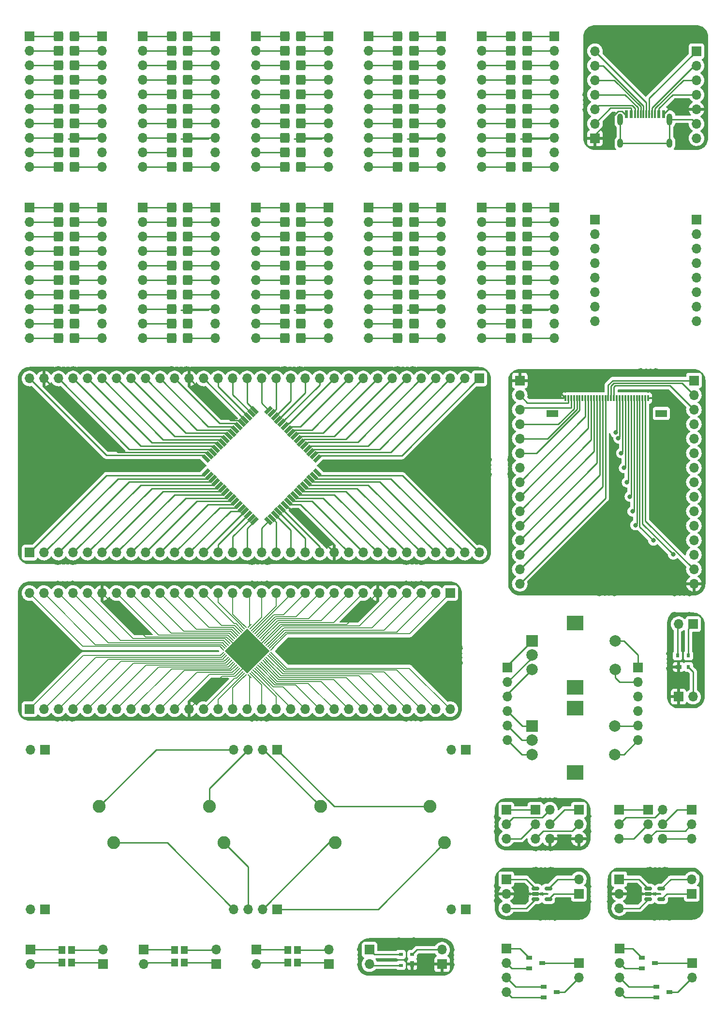
<source format=gbr>
%TF.GenerationSoftware,KiCad,Pcbnew,(6.0.2)*%
%TF.CreationDate,2022-03-20T20:43:40-04:00*%
%TF.ProjectId,Panel,50616e65-6c2e-46b6-9963-61645f706362,rev?*%
%TF.SameCoordinates,Original*%
%TF.FileFunction,Copper,L1,Top*%
%TF.FilePolarity,Positive*%
%FSLAX46Y46*%
G04 Gerber Fmt 4.6, Leading zero omitted, Abs format (unit mm)*
G04 Created by KiCad (PCBNEW (6.0.2)) date 2022-03-20 20:43:40*
%MOMM*%
%LPD*%
G01*
G04 APERTURE LIST*
G04 Aperture macros list*
%AMRoundRect*
0 Rectangle with rounded corners*
0 $1 Rounding radius*
0 $2 $3 $4 $5 $6 $7 $8 $9 X,Y pos of 4 corners*
0 Add a 4 corners polygon primitive as box body*
4,1,4,$2,$3,$4,$5,$6,$7,$8,$9,$2,$3,0*
0 Add four circle primitives for the rounded corners*
1,1,$1+$1,$2,$3*
1,1,$1+$1,$4,$5*
1,1,$1+$1,$6,$7*
1,1,$1+$1,$8,$9*
0 Add four rect primitives between the rounded corners*
20,1,$1+$1,$2,$3,$4,$5,0*
20,1,$1+$1,$4,$5,$6,$7,0*
20,1,$1+$1,$6,$7,$8,$9,0*
20,1,$1+$1,$8,$9,$2,$3,0*%
%AMRotRect*
0 Rectangle, with rotation*
0 The origin of the aperture is its center*
0 $1 length*
0 $2 width*
0 $3 Rotation angle, in degrees counterclockwise*
0 Add horizontal line*
21,1,$1,$2,0,0,$3*%
G04 Aperture macros list end*
%TA.AperFunction,SMDPad,CuDef*%
%ADD10RoundRect,0.289474X-0.535526X-0.585526X0.535526X-0.585526X0.535526X0.585526X-0.535526X0.585526X0*%
%TD*%
%TA.AperFunction,ComponentPad*%
%ADD11O,1.700000X1.700000*%
%TD*%
%TA.AperFunction,ComponentPad*%
%ADD12R,1.700000X1.700000*%
%TD*%
%TA.AperFunction,SMDPad,CuDef*%
%ADD13R,1.200000X1.400000*%
%TD*%
%TA.AperFunction,SMDPad,CuDef*%
%ADD14RotRect,0.600000X1.475000X45.000000*%
%TD*%
%TA.AperFunction,SMDPad,CuDef*%
%ADD15RotRect,0.600000X1.475000X135.000000*%
%TD*%
%TA.AperFunction,SMDPad,CuDef*%
%ADD16R,0.700000X0.600000*%
%TD*%
%TA.AperFunction,SMDPad,CuDef*%
%ADD17R,0.700000X1.000000*%
%TD*%
%TA.AperFunction,SMDPad,CuDef*%
%ADD18R,1.050000X0.700000*%
%TD*%
%TA.AperFunction,SMDPad,CuDef*%
%ADD19R,2.000000X1.300000*%
%TD*%
%TA.AperFunction,SMDPad,CuDef*%
%ADD20R,0.300000X1.000000*%
%TD*%
%TA.AperFunction,ComponentPad*%
%ADD21C,2.250000*%
%TD*%
%TA.AperFunction,SMDPad,CuDef*%
%ADD22RoundRect,0.150000X-0.512500X-0.150000X0.512500X-0.150000X0.512500X0.150000X-0.512500X0.150000X0*%
%TD*%
%TA.AperFunction,SMDPad,CuDef*%
%ADD23R,0.600000X0.700000*%
%TD*%
%TA.AperFunction,SMDPad,CuDef*%
%ADD24R,1.000000X0.700000*%
%TD*%
%TA.AperFunction,ComponentPad*%
%ADD25C,2.000000*%
%TD*%
%TA.AperFunction,ComponentPad*%
%ADD26R,3.000000X2.500000*%
%TD*%
%TA.AperFunction,ComponentPad*%
%ADD27R,2.000000X2.000000*%
%TD*%
%TA.AperFunction,ComponentPad*%
%ADD28O,1.000000X2.100000*%
%TD*%
%TA.AperFunction,ComponentPad*%
%ADD29O,1.000000X1.600000*%
%TD*%
%TA.AperFunction,SMDPad,CuDef*%
%ADD30R,0.600000X1.450000*%
%TD*%
%TA.AperFunction,SMDPad,CuDef*%
%ADD31R,0.300000X1.450000*%
%TD*%
%TA.AperFunction,SMDPad,CuDef*%
%ADD32RotRect,5.550000X5.550000X45.000000*%
%TD*%
%TA.AperFunction,SMDPad,CuDef*%
%ADD33RotRect,0.200000X0.850000X45.000000*%
%TD*%
%TA.AperFunction,SMDPad,CuDef*%
%ADD34RotRect,0.200000X0.850000X135.000000*%
%TD*%
%TA.AperFunction,ViaPad*%
%ADD35C,0.800000*%
%TD*%
%TA.AperFunction,Conductor*%
%ADD36C,0.250000*%
%TD*%
%TA.AperFunction,Conductor*%
%ADD37C,0.200000*%
%TD*%
G04 APERTURE END LIST*
D10*
%TO.P,G70,2*%
%TO.N,Net-(G10-Pad2)*%
X92633999Y-88519999D03*
%TO.P,G70,1*%
%TO.N,Net-(G10-Pad1)*%
X89811699Y-88519999D03*
%TD*%
D11*
%TO.P,J36,10,Pin_10*%
%TO.N,Net-(G10-Pad2)*%
X117232599Y-58579999D03*
%TO.P,J36,9,Pin_9*%
%TO.N,Net-(G9-Pad2)*%
X117232599Y-56039999D03*
%TO.P,J36,8,Pin_8*%
%TO.N,Net-(G8-Pad2)*%
X117232599Y-53499999D03*
%TO.P,J36,7,Pin_7*%
%TO.N,Net-(G7-Pad2)*%
X117232599Y-50959999D03*
%TO.P,J36,6,Pin_6*%
%TO.N,Net-(G6-Pad2)*%
X117232599Y-48419999D03*
%TO.P,J36,5,Pin_5*%
%TO.N,Net-(G5-Pad2)*%
X117232599Y-45879999D03*
%TO.P,J36,4,Pin_4*%
%TO.N,Net-(G4-Pad2)*%
X117232599Y-43339999D03*
%TO.P,J36,3,Pin_3*%
%TO.N,Net-(G3-Pad2)*%
X117232599Y-40799999D03*
%TO.P,J36,2,Pin_2*%
%TO.N,Net-(G2-Pad2)*%
X117232599Y-38259999D03*
D12*
%TO.P,J36,1,Pin_1*%
%TO.N,Net-(G1-Pad2)*%
X117232599Y-35719999D03*
%TD*%
D10*
%TO.P,G23,2*%
%TO.N,Net-(G3-Pad2)*%
X112433999Y-40799999D03*
%TO.P,G23,1*%
%TO.N,Net-(G3-Pad1)*%
X109611699Y-40799999D03*
%TD*%
%TO.P,G91,2*%
%TO.N,Net-(G1-Pad2)*%
X152033999Y-65659999D03*
%TO.P,G91,1*%
%TO.N,Net-(G1-Pad1)*%
X149211699Y-65659999D03*
%TD*%
%TO.P,G16,2*%
%TO.N,Net-(G6-Pad2)*%
X92633999Y-48419999D03*
%TO.P,G16,1*%
%TO.N,Net-(G6-Pad1)*%
X89811699Y-48419999D03*
%TD*%
%TO.P,G75,2*%
%TO.N,Net-(G5-Pad2)*%
X112433999Y-75819999D03*
%TO.P,G75,1*%
%TO.N,Net-(G5-Pad1)*%
X109611699Y-75819999D03*
%TD*%
D11*
%TO.P,J52,2,Pin_2*%
%TO.N,Net-(J20-Pad2)*%
X180879999Y-183240001D03*
D12*
%TO.P,J52,1,Pin_1*%
%TO.N,Net-(J20-Pad1)*%
X180879999Y-185780001D03*
%TD*%
D11*
%TO.P,J50,10,Pin_10*%
%TO.N,Net-(G10-Pad2)*%
X156832599Y-88519999D03*
%TO.P,J50,9,Pin_9*%
%TO.N,Net-(G9-Pad2)*%
X156832599Y-85979999D03*
%TO.P,J50,8,Pin_8*%
%TO.N,Net-(G8-Pad2)*%
X156832599Y-83439999D03*
%TO.P,J50,7,Pin_7*%
%TO.N,Net-(G7-Pad2)*%
X156832599Y-80899999D03*
%TO.P,J50,6,Pin_6*%
%TO.N,Net-(G6-Pad2)*%
X156832599Y-78359999D03*
%TO.P,J50,5,Pin_5*%
%TO.N,Net-(G5-Pad2)*%
X156832599Y-75819999D03*
%TO.P,J50,4,Pin_4*%
%TO.N,Net-(G4-Pad2)*%
X156832599Y-73279999D03*
%TO.P,J50,3,Pin_3*%
%TO.N,Net-(G3-Pad2)*%
X156832599Y-70739999D03*
%TO.P,J50,2,Pin_2*%
%TO.N,Net-(G2-Pad2)*%
X156832599Y-68199999D03*
D12*
%TO.P,J50,1,Pin_1*%
%TO.N,Net-(G1-Pad2)*%
X156832599Y-65659999D03*
%TD*%
D10*
%TO.P,G50,2*%
%TO.N,Net-(G10-Pad2)*%
X152033999Y-58579999D03*
%TO.P,G50,1*%
%TO.N,Net-(G10-Pad1)*%
X149211699Y-58579999D03*
%TD*%
D13*
%TO.P,Y2,4,4*%
%TO.N,Net-(J7-Pad2)*%
X92069999Y-195640000D03*
%TO.P,Y2,3,3*%
%TO.N,Net-(J7-Pad1)*%
X92069999Y-197840000D03*
%TO.P,Y2,2,2*%
%TO.N,Net-(J6-Pad2)*%
X90369999Y-197840000D03*
%TO.P,Y2,1,1*%
%TO.N,Net-(J6-Pad1)*%
X90369999Y-195640000D03*
%TD*%
D14*
%TO.P,IC1,64,AVCC*%
%TO.N,Net-(IC1-Pad64)*%
X95858366Y-109611048D03*
%TO.P,IC1,63,GND_2*%
%TO.N,GND_1*%
X96424051Y-109045363D03*
%TO.P,IC1,62,AREF*%
%TO.N,Net-(IC1-Pad62)*%
X96989737Y-108479678D03*
%TO.P,IC1,61,PF0_[ADC0]*%
%TO.N,Net-(IC1-Pad61)*%
X97555422Y-107913992D03*
%TO.P,IC1,60,PF1_[ADC1]*%
%TO.N,Net-(IC1-Pad60)*%
X98121108Y-107348307D03*
%TO.P,IC1,59,PF2_[ADC2]*%
%TO.N,Net-(IC1-Pad59)*%
X98686793Y-106782621D03*
%TO.P,IC1,58,PF3_[ADC3]*%
%TO.N,Net-(IC1-Pad58)*%
X99252479Y-106216936D03*
%TO.P,IC1,57,PF4_[ADC4/TCK]*%
%TO.N,Net-(IC1-Pad57)*%
X99818164Y-105651250D03*
%TO.P,IC1,56,PF5_[ADC5/TMS]*%
%TO.N,Net-(IC1-Pad56)*%
X100383849Y-105085565D03*
%TO.P,IC1,55,PF6_[ADC6/TDO]*%
%TO.N,Net-(IC1-Pad55)*%
X100949535Y-104519880D03*
%TO.P,IC1,54,PF7_[ADC7/TDI]*%
%TO.N,Net-(IC1-Pad54)*%
X101515220Y-103954194D03*
%TO.P,IC1,53,GND_1*%
%TO.N,GND_1*%
X102080906Y-103388509D03*
%TO.P,IC1,52,VCC_1*%
%TO.N,Net-(IC1-Pad52)*%
X102646591Y-102822823D03*
%TO.P,IC1,51,PA0_[AD0]*%
%TO.N,Net-(IC1-Pad51)*%
X103212277Y-102257138D03*
%TO.P,IC1,50,PA1_[AD1]*%
%TO.N,Net-(IC1-Pad50)*%
X103777962Y-101691452D03*
%TO.P,IC1,49,PA2_[AD2]*%
%TO.N,Net-(IC1-Pad49)*%
X104343647Y-101125767D03*
D15*
%TO.P,IC1,48,PA3_[AD3]*%
%TO.N,Net-(IC1-Pad48)*%
X106801551Y-101125767D03*
%TO.P,IC1,47,PA4_[AD4]*%
%TO.N,Net-(IC1-Pad47)*%
X107367236Y-101691452D03*
%TO.P,IC1,46,PA5_[AD5]*%
%TO.N,Net-(IC1-Pad46)*%
X107932921Y-102257138D03*
%TO.P,IC1,45,PA6_[AD6]*%
%TO.N,Net-(IC1-Pad45)*%
X108498607Y-102822823D03*
%TO.P,IC1,44,PA7_[AD7]*%
%TO.N,Net-(IC1-Pad44)*%
X109064292Y-103388509D03*
%TO.P,IC1,43,PE2_[ALE/~{HWB]}*%
%TO.N,Net-(IC1-Pad43)*%
X109629978Y-103954194D03*
%TO.P,IC1,42,PC7_[A15/IC.3/CLKO]*%
%TO.N,Net-(IC1-Pad42)*%
X110195663Y-104519880D03*
%TO.P,IC1,41,PC6_[A14/OC.3A]*%
%TO.N,Net-(IC1-Pad41)*%
X110761349Y-105085565D03*
%TO.P,IC1,40,PC5_[A13/OC.3B]*%
%TO.N,Net-(IC1-Pad40)*%
X111327034Y-105651250D03*
%TO.P,IC1,39,PC4_[A12/OC.3C]*%
%TO.N,Net-(IC1-Pad39)*%
X111892719Y-106216936D03*
%TO.P,IC1,38,PC3_[A11/T.3]*%
%TO.N,Net-(IC1-Pad38)*%
X112458405Y-106782621D03*
%TO.P,IC1,37,PC2_[A10]*%
%TO.N,Net-(IC1-Pad37)*%
X113024090Y-107348307D03*
%TO.P,IC1,36,PC1_[A9]*%
%TO.N,Net-(IC1-Pad36)*%
X113589776Y-107913992D03*
%TO.P,IC1,35,PC0_[A8]*%
%TO.N,Net-(IC1-Pad35)*%
X114155461Y-108479678D03*
%TO.P,IC1,34,PE1_[~{RD]}*%
%TO.N,Net-(IC1-Pad34)*%
X114721147Y-109045363D03*
%TO.P,IC1,33,PE0_[~{WR]}*%
%TO.N,Net-(IC1-Pad33)*%
X115286832Y-109611048D03*
D14*
%TO.P,IC1,32,[T0]_PD7*%
%TO.N,Net-(IC1-Pad32)*%
X115286832Y-112068952D03*
%TO.P,IC1,31,[T1]_PD6*%
%TO.N,Net-(IC1-Pad31)*%
X114721147Y-112634637D03*
%TO.P,IC1,30,[XCK1]_PD5*%
%TO.N,Net-(IC1-Pad30)*%
X114155461Y-113200322D03*
%TO.P,IC1,29,[ICP1]_PD4*%
%TO.N,Net-(IC1-Pad29)*%
X113589776Y-113766008D03*
%TO.P,IC1,28,[TXD1/INT3]_PD3*%
%TO.N,Net-(IC1-Pad28)*%
X113024090Y-114331693D03*
%TO.P,IC1,27,[RXD1/INT2]_PD2*%
%TO.N,Net-(IC1-Pad27)*%
X112458405Y-114897379D03*
%TO.P,IC1,26,[OC2B/SDA/INT1]_PD1*%
%TO.N,Net-(IC1-Pad26)*%
X111892719Y-115463064D03*
%TO.P,IC1,25,[OC0B/SCL/INT0]_PD0*%
%TO.N,Net-(IC1-Pad25)*%
X111327034Y-116028750D03*
%TO.P,IC1,24,XTAL1*%
%TO.N,Net-(IC1-Pad24)*%
X110761349Y-116594435D03*
%TO.P,IC1,23,XTAL2*%
%TO.N,Net-(IC1-Pad23)*%
X110195663Y-117160120D03*
%TO.P,IC1,22,GND*%
%TO.N,GND_1*%
X109629978Y-117725806D03*
%TO.P,IC1,21,VCC*%
%TO.N,Net-(IC1-Pad21)*%
X109064292Y-118291491D03*
%TO.P,IC1,20,~{RESET}*%
%TO.N,Net-(IC1-Pad20)*%
X108498607Y-118857177D03*
%TO.P,IC1,19,[INT.5/TOSC2]_PE5*%
%TO.N,Net-(IC1-Pad19)*%
X107932921Y-119422862D03*
%TO.P,IC1,18,[INT4/TOSC1]_PE4*%
%TO.N,Net-(IC1-Pad18)*%
X107367236Y-119988548D03*
%TO.P,IC1,17,[PCINT7/OC.0A/OC.1C]_PB7*%
%TO.N,Net-(IC1-Pad17)*%
X106801551Y-120554233D03*
D15*
%TO.P,IC1,16,[PCINT6/OC.1B]_PB6*%
%TO.N,Net-(IC1-Pad16)*%
X104343647Y-120554233D03*
%TO.P,IC1,15,[PCINT5/OC.1A]_PB5*%
%TO.N,Net-(IC1-Pad15)*%
X103777962Y-119988548D03*
%TO.P,IC1,14,[PCINT4/OC.2A]_PB4*%
%TO.N,Net-(IC1-Pad14)*%
X103212277Y-119422862D03*
%TO.P,IC1,13,[PDO/PCINT3/MISO]_PB3*%
%TO.N,Net-(IC1-Pad13)*%
X102646591Y-118857177D03*
%TO.P,IC1,12,[PDI/PCINT2/MOSI]_PB2*%
%TO.N,Net-(IC1-Pad12)*%
X102080906Y-118291491D03*
%TO.P,IC1,11,[PCINT1/SCLK]_PB1*%
%TO.N,Net-(IC1-Pad11)*%
X101515220Y-117725806D03*
%TO.P,IC1,10,[SS/PCINT0]_PB0*%
%TO.N,Net-(IC1-Pad10)*%
X100949535Y-117160120D03*
%TO.P,IC1,9,[IUID]_PE3*%
%TO.N,Net-(IC1-Pad9)*%
X100383849Y-116594435D03*
%TO.P,IC1,8,VBUS*%
%TO.N,Net-(IC1-Pad8)*%
X99818164Y-116028750D03*
%TO.P,IC1,7,UCAP*%
%TO.N,Net-(IC1-Pad7)*%
X99252479Y-115463064D03*
%TO.P,IC1,6,UGND*%
%TO.N,Net-(IC1-Pad6)*%
X98686793Y-114897379D03*
%TO.P,IC1,5,D+*%
%TO.N,Net-(IC1-Pad5)*%
X98121108Y-114331693D03*
%TO.P,IC1,4,D-*%
%TO.N,Net-(IC1-Pad4)*%
X97555422Y-113766008D03*
%TO.P,IC1,3,UVCC*%
%TO.N,Net-(IC1-Pad3)*%
X96989737Y-113200322D03*
%TO.P,IC1,2,[INT.7/AIN.1/UVCON]_PE7*%
%TO.N,Net-(IC1-Pad2)*%
X96424051Y-112634637D03*
%TO.P,IC1,1,[INT.6/AIN.0]_PE6*%
%TO.N,Net-(IC1-Pad1)*%
X95858366Y-112068952D03*
%TD*%
D10*
%TO.P,G53,2*%
%TO.N,Net-(G3-Pad2)*%
X72833999Y-70739999D03*
%TO.P,G53,1*%
%TO.N,Net-(G3-Pad1)*%
X70011699Y-70739999D03*
%TD*%
%TO.P,G90,2*%
%TO.N,Net-(G10-Pad2)*%
X132233999Y-88519999D03*
%TO.P,G90,1*%
%TO.N,Net-(G10-Pad1)*%
X129411699Y-88519999D03*
%TD*%
D11*
%TO.P,J19,2,Pin_2*%
%TO.N,Net-(J19-Pad2)*%
X137160000Y-195580000D03*
D12*
%TO.P,J19,1,Pin_1*%
%TO.N,GND_5*%
X137160000Y-198120000D03*
%TD*%
D11*
%TO.P,JOLED1,15,Pin_15*%
%TO.N,Net-(JOLED1-Pad15)*%
X150752599Y-131520000D03*
%TO.P,JOLED1,14,Pin_14*%
%TO.N,Net-(JOLED1-Pad14)*%
X150752599Y-128980000D03*
%TO.P,JOLED1,13,Pin_13*%
%TO.N,Net-(JOLED1-Pad13)*%
X150752599Y-126440000D03*
%TO.P,JOLED1,12,Pin_12*%
%TO.N,Net-(JOLED1-Pad12)*%
X150752599Y-123900000D03*
%TO.P,JOLED1,11,Pin_11*%
%TO.N,Net-(JOLED1-Pad11)*%
X150752599Y-121360000D03*
%TO.P,JOLED1,10,Pin_10*%
%TO.N,Net-(JOLED1-Pad10)*%
X150752599Y-118820000D03*
%TO.P,JOLED1,9,Pin_9*%
%TO.N,Net-(JOLED1-Pad9)*%
X150752599Y-116280000D03*
%TO.P,JOLED1,8,Pin_8*%
%TO.N,Net-(JOLED1-Pad8)*%
X150752599Y-113740000D03*
%TO.P,JOLED1,7,Pin_7*%
%TO.N,unconnected-(JOLED1-Pad7)*%
X150752599Y-111200000D03*
%TO.P,JOLED1,6,Pin_6*%
%TO.N,Net-(JOLED1-Pad6)*%
X150752599Y-108660000D03*
%TO.P,JOLED1,5,Pin_5*%
%TO.N,Net-(JOLED1-Pad5)*%
X150752599Y-106120000D03*
%TO.P,JOLED1,4,Pin_4*%
%TO.N,Net-(JOLED1-Pad4)*%
X150752599Y-103580000D03*
%TO.P,JOLED1,3,Pin_3*%
%TO.N,Net-(JOLED1-Pad3)*%
X150752599Y-101040000D03*
%TO.P,JOLED1,2,Pin_2*%
%TO.N,Net-(JOLED1-Pad2)*%
X150752599Y-98500000D03*
D12*
%TO.P,JOLED1,1,Pin_1*%
%TO.N,GND_7*%
X150752599Y-95960000D03*
%TD*%
D11*
%TO.P,J11,32,Pin_32*%
%TO.N,Net-(IC1-Pad64)*%
X64932599Y-95600000D03*
%TO.P,J11,31,Pin_31*%
%TO.N,GND_1*%
X67472599Y-95600000D03*
%TO.P,J11,30,Pin_30*%
%TO.N,Net-(IC1-Pad62)*%
X70012599Y-95600000D03*
%TO.P,J11,29,Pin_29*%
%TO.N,Net-(IC1-Pad61)*%
X72552599Y-95600000D03*
%TO.P,J11,28,Pin_28*%
%TO.N,Net-(IC1-Pad60)*%
X75092599Y-95600000D03*
%TO.P,J11,27,Pin_27*%
%TO.N,Net-(IC1-Pad59)*%
X77632599Y-95600000D03*
%TO.P,J11,26,Pin_26*%
%TO.N,Net-(IC1-Pad58)*%
X80172599Y-95600000D03*
%TO.P,J11,25,Pin_25*%
%TO.N,Net-(IC1-Pad57)*%
X82712599Y-95600000D03*
%TO.P,J11,24,Pin_24*%
%TO.N,Net-(IC1-Pad56)*%
X85252599Y-95600000D03*
%TO.P,J11,23,Pin_23*%
%TO.N,Net-(IC1-Pad55)*%
X87792599Y-95600000D03*
%TO.P,J11,22,Pin_22*%
%TO.N,Net-(IC1-Pad54)*%
X90332599Y-95600000D03*
%TO.P,J11,21,Pin_21*%
%TO.N,GND_1*%
X92872599Y-95600000D03*
%TO.P,J11,20,Pin_20*%
%TO.N,Net-(IC1-Pad52)*%
X95412599Y-95600000D03*
%TO.P,J11,19,Pin_19*%
%TO.N,Net-(IC1-Pad51)*%
X97952599Y-95600000D03*
%TO.P,J11,18,Pin_18*%
%TO.N,Net-(IC1-Pad50)*%
X100492599Y-95600000D03*
%TO.P,J11,17,Pin_17*%
%TO.N,Net-(IC1-Pad49)*%
X103032599Y-95600000D03*
%TO.P,J11,16,Pin_16*%
%TO.N,Net-(IC1-Pad48)*%
X105572599Y-95600000D03*
%TO.P,J11,15,Pin_15*%
%TO.N,Net-(IC1-Pad47)*%
X108112599Y-95600000D03*
%TO.P,J11,14,Pin_14*%
%TO.N,Net-(IC1-Pad46)*%
X110652599Y-95600000D03*
%TO.P,J11,13,Pin_13*%
%TO.N,Net-(IC1-Pad45)*%
X113192599Y-95600000D03*
%TO.P,J11,12,Pin_12*%
%TO.N,Net-(IC1-Pad44)*%
X115732599Y-95600000D03*
%TO.P,J11,11,Pin_11*%
%TO.N,Net-(IC1-Pad43)*%
X118272599Y-95600000D03*
%TO.P,J11,10,Pin_10*%
%TO.N,Net-(IC1-Pad42)*%
X120812599Y-95600000D03*
%TO.P,J11,9,Pin_9*%
%TO.N,Net-(IC1-Pad41)*%
X123352599Y-95600000D03*
%TO.P,J11,8,Pin_8*%
%TO.N,Net-(IC1-Pad40)*%
X125892599Y-95600000D03*
%TO.P,J11,7,Pin_7*%
%TO.N,Net-(IC1-Pad39)*%
X128432599Y-95600000D03*
%TO.P,J11,6,Pin_6*%
%TO.N,Net-(IC1-Pad38)*%
X130972599Y-95600000D03*
%TO.P,J11,5,Pin_5*%
%TO.N,Net-(IC1-Pad37)*%
X133512599Y-95600000D03*
%TO.P,J11,4,Pin_4*%
%TO.N,Net-(IC1-Pad36)*%
X136052599Y-95600000D03*
%TO.P,J11,3,Pin_3*%
%TO.N,Net-(IC1-Pad35)*%
X138592599Y-95600000D03*
%TO.P,J11,2,Pin_2*%
%TO.N,Net-(IC1-Pad34)*%
X141132599Y-95600000D03*
D12*
%TO.P,J11,1,Pin_1*%
%TO.N,Net-(IC1-Pad33)*%
X143672599Y-95600000D03*
%TD*%
D10*
%TO.P,G13,2*%
%TO.N,Net-(G3-Pad2)*%
X92633999Y-40799999D03*
%TO.P,G13,1*%
%TO.N,Net-(G3-Pad1)*%
X89811699Y-40799999D03*
%TD*%
%TO.P,G40,2*%
%TO.N,Net-(G10-Pad2)*%
X132233999Y-58579999D03*
%TO.P,G40,1*%
%TO.N,Net-(G10-Pad1)*%
X129411699Y-58579999D03*
%TD*%
D16*
%TO.P,U3,4,VCC*%
%TO.N,Net-(J23-Pad2)*%
X129940000Y-198320000D03*
%TO.P,U3,3,IO2*%
%TO.N,Net-(J23-Pad1)*%
X129940000Y-196420000D03*
%TO.P,U3,2,IO1*%
%TO.N,Net-(J19-Pad2)*%
X131940000Y-196420000D03*
D17*
%TO.P,U3,1,GND*%
%TO.N,GND_5*%
X131940000Y-198120000D03*
%TD*%
D10*
%TO.P,G66,2*%
%TO.N,Net-(G6-Pad2)*%
X92633999Y-78359999D03*
%TO.P,G66,1*%
%TO.N,Net-(G6-Pad1)*%
X89811699Y-78359999D03*
%TD*%
D11*
%TO.P,J43,10,Pin_10*%
%TO.N,Net-(G10-Pad1)*%
X84732599Y-88519999D03*
%TO.P,J43,9,Pin_9*%
%TO.N,Net-(G9-Pad1)*%
X84732599Y-85979999D03*
%TO.P,J43,8,Pin_8*%
%TO.N,Net-(G8-Pad1)*%
X84732599Y-83439999D03*
%TO.P,J43,7,Pin_7*%
%TO.N,Net-(G7-Pad1)*%
X84732599Y-80899999D03*
%TO.P,J43,6,Pin_6*%
%TO.N,Net-(G6-Pad1)*%
X84732599Y-78359999D03*
%TO.P,J43,5,Pin_5*%
%TO.N,Net-(G5-Pad1)*%
X84732599Y-75819999D03*
%TO.P,J43,4,Pin_4*%
%TO.N,Net-(G4-Pad1)*%
X84732599Y-73279999D03*
%TO.P,J43,3,Pin_3*%
%TO.N,Net-(G3-Pad1)*%
X84732599Y-70739999D03*
%TO.P,J43,2,Pin_2*%
%TO.N,Net-(G2-Pad1)*%
X84732599Y-68199999D03*
D12*
%TO.P,J43,1,Pin_1*%
%TO.N,Net-(G1-Pad1)*%
X84732599Y-65659999D03*
%TD*%
D10*
%TO.P,G86,2*%
%TO.N,Net-(G6-Pad2)*%
X132233999Y-78359999D03*
%TO.P,G86,1*%
%TO.N,Net-(G6-Pad1)*%
X129411699Y-78359999D03*
%TD*%
%TO.P,G33,2*%
%TO.N,Net-(G3-Pad2)*%
X132233999Y-40799999D03*
%TO.P,G33,1*%
%TO.N,Net-(G3-Pad1)*%
X129411699Y-40799999D03*
%TD*%
%TO.P,G73,2*%
%TO.N,Net-(G3-Pad2)*%
X112433999Y-70739999D03*
%TO.P,G73,1*%
%TO.N,Net-(G3-Pad1)*%
X109611699Y-70739999D03*
%TD*%
%TO.P,G57,2*%
%TO.N,Net-(G7-Pad2)*%
X72833999Y-80899999D03*
%TO.P,G57,1*%
%TO.N,Net-(G7-Pad1)*%
X70011699Y-80899999D03*
%TD*%
D11*
%TO.P,J32,2,Pin_2*%
%TO.N,unconnected-(J32-Pad2)*%
X65119999Y-188500000D03*
D12*
%TO.P,J32,1,Pin_1*%
%TO.N,unconnected-(J32-Pad1)*%
X67659999Y-188500000D03*
%TD*%
D11*
%TO.P,J45,10,Pin_10*%
%TO.N,Net-(G10-Pad1)*%
X104532599Y-88519999D03*
%TO.P,J45,9,Pin_9*%
%TO.N,Net-(G9-Pad1)*%
X104532599Y-85979999D03*
%TO.P,J45,8,Pin_8*%
%TO.N,Net-(G8-Pad1)*%
X104532599Y-83439999D03*
%TO.P,J45,7,Pin_7*%
%TO.N,Net-(G7-Pad1)*%
X104532599Y-80899999D03*
%TO.P,J45,6,Pin_6*%
%TO.N,Net-(G6-Pad1)*%
X104532599Y-78359999D03*
%TO.P,J45,5,Pin_5*%
%TO.N,Net-(G5-Pad1)*%
X104532599Y-75819999D03*
%TO.P,J45,4,Pin_4*%
%TO.N,Net-(G4-Pad1)*%
X104532599Y-73279999D03*
%TO.P,J45,3,Pin_3*%
%TO.N,Net-(G3-Pad1)*%
X104532599Y-70739999D03*
%TO.P,J45,2,Pin_2*%
%TO.N,Net-(G2-Pad1)*%
X104532599Y-68199999D03*
D12*
%TO.P,J45,1,Pin_1*%
%TO.N,Net-(G1-Pad1)*%
X104532599Y-65659999D03*
%TD*%
D18*
%TO.P,IC2,3,D*%
%TO.N,Net-(IC2-Pad3)*%
X154669998Y-197940002D03*
%TO.P,IC2,2,S*%
%TO.N,Net-(IC2-Pad2)*%
X152369998Y-198890002D03*
%TO.P,IC2,1,G*%
%TO.N,Net-(IC2-Pad1)*%
X152369998Y-196990002D03*
%TD*%
D11*
%TO.P,J26,3,Pin_3*%
%TO.N,Net-(J26-Pad3)*%
X168180000Y-176160001D03*
%TO.P,J26,2,Pin_2*%
%TO.N,Net-(J26-Pad2)*%
X168180000Y-173620001D03*
D12*
%TO.P,J26,1,Pin_1*%
%TO.N,Net-(J26-Pad1)*%
X168180000Y-171080001D03*
%TD*%
D19*
%TO.P,UOLED1,MP2*%
%TO.N,N/C*%
X175542599Y-101715000D03*
%TO.P,UOLED1,MP1*%
X156442599Y-101715000D03*
D20*
%TO.P,UOLED1,30,NC(GND)@2*%
%TO.N,GND_7*%
X173242599Y-99015000D03*
%TO.P,UOLED1,29,VLSS*%
%TO.N,Net-(JOLED2-Pad14)*%
X172742599Y-99015000D03*
%TO.P,UOLED1,28,VCC*%
%TO.N,Net-(JOLED2-Pad13)*%
X172242599Y-99015000D03*
%TO.P,UOLED1,27,VCOMH*%
%TO.N,Net-(JOLED2-Pad12)*%
X171742599Y-99015000D03*
%TO.P,UOLED1,26,IREF*%
%TO.N,Net-(JOLED2-Pad11)*%
X171242599Y-99015000D03*
%TO.P,UOLED1,25,D7*%
%TO.N,Net-(JOLED2-Pad10)*%
X170742599Y-99015000D03*
%TO.P,UOLED1,24,D6*%
%TO.N,Net-(JOLED2-Pad9)*%
X170242599Y-99015000D03*
%TO.P,UOLED1,23,D5*%
%TO.N,Net-(JOLED2-Pad8)*%
X169742599Y-99015000D03*
%TO.P,UOLED1,22,D4*%
%TO.N,Net-(JOLED2-Pad7)*%
X169242599Y-99015000D03*
%TO.P,UOLED1,21,D3*%
%TO.N,Net-(JOLED2-Pad6)*%
X168742599Y-99015000D03*
%TO.P,UOLED1,20,D2/I2C_SDA*%
%TO.N,Net-(JOLED2-Pad5)*%
X168242599Y-99015000D03*
%TO.P,UOLED1,19,D1/SPI_SDIN/I2C_SDA*%
%TO.N,Net-(JOLED2-Pad4)*%
X167742599Y-99015000D03*
%TO.P,UOLED1,18,D0/SPI_SCLK/I2C_SCK*%
%TO.N,Net-(JOLED2-Pad3)*%
X167242599Y-99015000D03*
%TO.P,UOLED1,17,E/RD*%
%TO.N,Net-(JOLED2-Pad2)*%
X166742599Y-99015000D03*
%TO.P,UOLED1,16,R/W*%
%TO.N,Net-(JOLED2-Pad1)*%
X166242599Y-99015000D03*
%TO.P,UOLED1,15,DC/I2C_SA0*%
%TO.N,Net-(JOLED1-Pad15)*%
X165742599Y-99015000D03*
%TO.P,UOLED1,14,/RES*%
%TO.N,Net-(JOLED1-Pad14)*%
X165242599Y-99015000D03*
%TO.P,UOLED1,13,/CS*%
%TO.N,Net-(JOLED1-Pad13)*%
X164742599Y-99015000D03*
%TO.P,UOLED1,12,BS2*%
%TO.N,Net-(JOLED1-Pad12)*%
X164242599Y-99015000D03*
%TO.P,UOLED1,11,BS1*%
%TO.N,Net-(JOLED1-Pad11)*%
X163742599Y-99015000D03*
%TO.P,UOLED1,10,BS0*%
%TO.N,Net-(JOLED1-Pad10)*%
X163242599Y-99015000D03*
%TO.P,UOLED1,9,VDD*%
%TO.N,Net-(JOLED1-Pad9)*%
X162742599Y-99015000D03*
%TO.P,UOLED1,8,VSS*%
%TO.N,Net-(JOLED1-Pad8)*%
X162242599Y-99015000D03*
%TO.P,UOLED1,7,NC*%
%TO.N,unconnected-(UOLED1-Pad7)*%
X161742599Y-99015000D03*
%TO.P,UOLED1,6,VBAT*%
%TO.N,Net-(JOLED1-Pad6)*%
X161242599Y-99015000D03*
%TO.P,UOLED1,5,C1N*%
%TO.N,Net-(JOLED1-Pad5)*%
X160742599Y-99015000D03*
%TO.P,UOLED1,4,C1P*%
%TO.N,Net-(JOLED1-Pad4)*%
X160242599Y-99015000D03*
%TO.P,UOLED1,3,C2N*%
%TO.N,Net-(JOLED1-Pad3)*%
X159742599Y-99015000D03*
%TO.P,UOLED1,2,C2P*%
%TO.N,Net-(JOLED1-Pad2)*%
X159242599Y-99015000D03*
%TO.P,UOLED1,1,NC(GND)@1*%
%TO.N,GND_7*%
X158742599Y-99015000D03*
%TD*%
D10*
%TO.P,G39,2*%
%TO.N,Net-(G9-Pad2)*%
X132233999Y-56039999D03*
%TO.P,G39,1*%
%TO.N,Net-(G9-Pad1)*%
X129411699Y-56039999D03*
%TD*%
D21*
%TO.P,MX1,2,ROW*%
%TO.N,Net-(J9-Pad1)*%
X137599999Y-176880000D03*
%TO.P,MX1,1,COL*%
%TO.N,Net-(J10-Pad1)*%
X135059999Y-170530000D03*
%TD*%
D11*
%TO.P,J34,10,Pin_10*%
%TO.N,Net-(G10-Pad2)*%
X97432599Y-58579999D03*
%TO.P,J34,9,Pin_9*%
%TO.N,Net-(G9-Pad2)*%
X97432599Y-56039999D03*
%TO.P,J34,8,Pin_8*%
%TO.N,Net-(G8-Pad2)*%
X97432599Y-53499999D03*
%TO.P,J34,7,Pin_7*%
%TO.N,Net-(G7-Pad2)*%
X97432599Y-50959999D03*
%TO.P,J34,6,Pin_6*%
%TO.N,Net-(G6-Pad2)*%
X97432599Y-48419999D03*
%TO.P,J34,5,Pin_5*%
%TO.N,Net-(G5-Pad2)*%
X97432599Y-45879999D03*
%TO.P,J34,4,Pin_4*%
%TO.N,Net-(G4-Pad2)*%
X97432599Y-43339999D03*
%TO.P,J34,3,Pin_3*%
%TO.N,Net-(G3-Pad2)*%
X97432599Y-40799999D03*
%TO.P,J34,2,Pin_2*%
%TO.N,Net-(G2-Pad2)*%
X97432599Y-38259999D03*
D12*
%TO.P,J34,1,Pin_1*%
%TO.N,Net-(G1-Pad2)*%
X97432599Y-35719999D03*
%TD*%
D10*
%TO.P,G24,2*%
%TO.N,Net-(G4-Pad2)*%
X112433999Y-43339999D03*
%TO.P,G24,1*%
%TO.N,Net-(G4-Pad1)*%
X109611699Y-43339999D03*
%TD*%
D11*
%TO.P,J30,2,Pin_2*%
%TO.N,unconnected-(J30-Pad2)*%
X138779999Y-188559708D03*
D12*
%TO.P,J30,1,Pin_1*%
%TO.N,unconnected-(J30-Pad1)*%
X141319999Y-188559708D03*
%TD*%
D11*
%TO.P,J31,2,Pin_2*%
%TO.N,unconnected-(J31-Pad2)*%
X65119999Y-160560000D03*
D12*
%TO.P,J31,1,Pin_1*%
%TO.N,unconnected-(J31-Pad1)*%
X67659999Y-160560000D03*
%TD*%
D11*
%TO.P,J53,4,Pin_4*%
%TO.N,Net-(IC3-Pad2)*%
X168219998Y-203020002D03*
%TO.P,J53,3,Pin_3*%
%TO.N,Net-(IC3-Pad1)*%
X168219998Y-200480002D03*
%TO.P,J53,2,Pin_2*%
%TO.N,Net-(IC2-Pad2)*%
X168219998Y-197940002D03*
D12*
%TO.P,J53,1,Pin_1*%
%TO.N,Net-(IC2-Pad1)*%
X168219998Y-195400002D03*
%TD*%
D11*
%TO.P,J4,10,Pin_10*%
%TO.N,Net-(G10-Pad2)*%
X77632599Y-58579999D03*
%TO.P,J4,9,Pin_9*%
%TO.N,Net-(G9-Pad2)*%
X77632599Y-56039999D03*
%TO.P,J4,8,Pin_8*%
%TO.N,Net-(G8-Pad2)*%
X77632599Y-53499999D03*
%TO.P,J4,7,Pin_7*%
%TO.N,Net-(G7-Pad2)*%
X77632599Y-50959999D03*
%TO.P,J4,6,Pin_6*%
%TO.N,Net-(G6-Pad2)*%
X77632599Y-48419999D03*
%TO.P,J4,5,Pin_5*%
%TO.N,Net-(G5-Pad2)*%
X77632599Y-45879999D03*
%TO.P,J4,4,Pin_4*%
%TO.N,Net-(G4-Pad2)*%
X77632599Y-43339999D03*
%TO.P,J4,3,Pin_3*%
%TO.N,Net-(G3-Pad2)*%
X77632599Y-40799999D03*
%TO.P,J4,2,Pin_2*%
%TO.N,Net-(G2-Pad2)*%
X77632599Y-38259999D03*
D12*
%TO.P,J4,1,Pin_1*%
%TO.N,Net-(G1-Pad2)*%
X77632599Y-35719999D03*
%TD*%
D10*
%TO.P,G5,2*%
%TO.N,Net-(G5-Pad2)*%
X72833999Y-45879999D03*
%TO.P,G5,1*%
%TO.N,Net-(G5-Pad1)*%
X70011699Y-45879999D03*
%TD*%
%TO.P,G12,2*%
%TO.N,Net-(G2-Pad2)*%
X92633999Y-38259999D03*
%TO.P,G12,1*%
%TO.N,Net-(G2-Pad1)*%
X89811699Y-38259999D03*
%TD*%
%TO.P,G76,2*%
%TO.N,Net-(G6-Pad2)*%
X112433999Y-78359999D03*
%TO.P,G76,1*%
%TO.N,Net-(G6-Pad1)*%
X109611699Y-78359999D03*
%TD*%
%TO.P,G71,2*%
%TO.N,Net-(G1-Pad2)*%
X112433999Y-65659999D03*
%TO.P,G71,1*%
%TO.N,Net-(G1-Pad1)*%
X109611699Y-65659999D03*
%TD*%
%TO.P,G88,2*%
%TO.N,Net-(G8-Pad2)*%
X132233999Y-83439999D03*
%TO.P,G88,1*%
%TO.N,Net-(G8-Pad1)*%
X129411699Y-83439999D03*
%TD*%
D12*
%TO.P,J23,1,Pin_1*%
%TO.N,Net-(J23-Pad1)*%
X124460000Y-195580000D03*
D11*
%TO.P,J23,2,Pin_2*%
%TO.N,Net-(J23-Pad2)*%
X124460000Y-198120000D03*
%TD*%
D10*
%TO.P,G94,2*%
%TO.N,Net-(G4-Pad2)*%
X152033999Y-73279999D03*
%TO.P,G94,1*%
%TO.N,Net-(G4-Pad1)*%
X149211699Y-73279999D03*
%TD*%
%TO.P,G58,2*%
%TO.N,Net-(G8-Pad2)*%
X72833999Y-83439999D03*
%TO.P,G58,1*%
%TO.N,Net-(G8-Pad1)*%
X70011699Y-83439999D03*
%TD*%
D11*
%TO.P,J5,30,Pin_30*%
%TO.N,Net-(J5-Pad30)*%
X64939999Y-133160000D03*
%TO.P,J5,29,Pin_29*%
%TO.N,Net-(J5-Pad29)*%
X67479999Y-133160000D03*
%TO.P,J5,28,Pin_28*%
%TO.N,Net-(J5-Pad28)*%
X70019999Y-133160000D03*
%TO.P,J5,27,Pin_27*%
%TO.N,Net-(J5-Pad27)*%
X72559999Y-133160000D03*
%TO.P,J5,26,Pin_26*%
%TO.N,Net-(J5-Pad26)*%
X75099999Y-133160000D03*
%TO.P,J5,25,Pin_25*%
%TO.N,GND_3*%
X77639999Y-133160000D03*
%TO.P,J5,24,Pin_24*%
%TO.N,Net-(J5-Pad24)*%
X80179999Y-133160000D03*
%TO.P,J5,23,Pin_23*%
%TO.N,Net-(J5-Pad23)*%
X82719999Y-133160000D03*
%TO.P,J5,22,Pin_22*%
%TO.N,Net-(J5-Pad22)*%
X85259999Y-133160000D03*
%TO.P,J5,21,Pin_21*%
%TO.N,Net-(J5-Pad21)*%
X87799999Y-133160000D03*
%TO.P,J5,20,Pin_20*%
%TO.N,Net-(J5-Pad20)*%
X90339999Y-133160000D03*
%TO.P,J5,19,Pin_19*%
%TO.N,Net-(J5-Pad19)*%
X92879999Y-133160000D03*
%TO.P,J5,18,Pin_18*%
%TO.N,Net-(J5-Pad18)*%
X95419999Y-133160000D03*
%TO.P,J5,17,Pin_17*%
%TO.N,Net-(J5-Pad17)*%
X97959999Y-133160000D03*
%TO.P,J5,16,Pin_16*%
%TO.N,Net-(J5-Pad16)*%
X100499999Y-133160000D03*
%TO.P,J5,15,Pin_15*%
%TO.N,Net-(J5-Pad15)*%
X103039999Y-133160000D03*
%TO.P,J5,14,Pin_14*%
%TO.N,Net-(J5-Pad14)*%
X105579999Y-133160000D03*
%TO.P,J5,13,Pin_13*%
%TO.N,Net-(J5-Pad13)*%
X108119999Y-133160000D03*
%TO.P,J5,12,Pin_12*%
%TO.N,Net-(J5-Pad12)*%
X110659999Y-133160000D03*
%TO.P,J5,11,Pin_11*%
%TO.N,Net-(J5-Pad11)*%
X113199999Y-133160000D03*
%TO.P,J5,10,Pin_10*%
%TO.N,Net-(J5-Pad10)*%
X115739999Y-133160000D03*
%TO.P,J5,9,Pin_9*%
%TO.N,Net-(J5-Pad9)*%
X118279999Y-133160000D03*
%TO.P,J5,8,Pin_8*%
%TO.N,Net-(J5-Pad8)*%
X120819999Y-133160000D03*
%TO.P,J5,7,Pin_7*%
%TO.N,Net-(J5-Pad7)*%
X123359999Y-133160000D03*
%TO.P,J5,6,Pin_6*%
%TO.N,GND_3*%
X125899999Y-133160000D03*
%TO.P,J5,5,Pin_5*%
%TO.N,Net-(J5-Pad5)*%
X128439999Y-133160000D03*
%TO.P,J5,4,Pin_4*%
%TO.N,Net-(J5-Pad4)*%
X130979999Y-133160000D03*
%TO.P,J5,3,Pin_3*%
%TO.N,Net-(J5-Pad3)*%
X133519999Y-133160000D03*
%TO.P,J5,2,Pin_2*%
%TO.N,Net-(J5-Pad2)*%
X136059999Y-133160000D03*
D12*
%TO.P,J5,1,Pin_1*%
%TO.N,Net-(J5-Pad1)*%
X138599999Y-133160000D03*
%TD*%
D10*
%TO.P,G69,2*%
%TO.N,Net-(G9-Pad2)*%
X92633999Y-85979999D03*
%TO.P,G69,1*%
%TO.N,Net-(G9-Pad1)*%
X89811699Y-85979999D03*
%TD*%
D11*
%TO.P,J18,7,Pin_7*%
%TO.N,Net-(J18-Pad7)*%
X163912600Y-38300002D03*
%TO.P,J18,6,Pin_6*%
%TO.N,Net-(J18-Pad6)*%
X163912600Y-40840002D03*
%TO.P,J18,5,Pin_5*%
%TO.N,Net-(J18-Pad5)*%
X163912600Y-43380002D03*
%TO.P,J18,4,Pin_4*%
%TO.N,Net-(J18-Pad4)*%
X163912600Y-45920002D03*
%TO.P,J18,3,Pin_3*%
%TO.N,Net-(J18-Pad3)*%
X163912600Y-48460002D03*
%TO.P,J18,2,Pin_2*%
%TO.N,Net-(J18-Pad2)*%
X163912600Y-51000002D03*
D12*
%TO.P,J18,1,Pin_1*%
%TO.N,GND_2*%
X163912600Y-53540002D03*
%TD*%
D10*
%TO.P,G98,2*%
%TO.N,Net-(G8-Pad2)*%
X152033999Y-83439999D03*
%TO.P,G98,1*%
%TO.N,Net-(G8-Pad1)*%
X149211699Y-83439999D03*
%TD*%
D11*
%TO.P,J6,2,Pin_2*%
%TO.N,Net-(J6-Pad2)*%
X65119999Y-198120000D03*
D12*
%TO.P,J6,1,Pin_1*%
%TO.N,Net-(J6-Pad1)*%
X65119999Y-195580000D03*
%TD*%
D21*
%TO.P,MX3,2,ROW*%
%TO.N,Net-(J9-Pad2)*%
X118459999Y-176880000D03*
%TO.P,MX3,1,COL*%
%TO.N,Net-(J10-Pad2)*%
X115919999Y-170530000D03*
%TD*%
D10*
%TO.P,G11,2*%
%TO.N,Net-(G1-Pad2)*%
X92633999Y-35719999D03*
%TO.P,G11,1*%
%TO.N,Net-(G1-Pad1)*%
X89811699Y-35719999D03*
%TD*%
D11*
%TO.P,J40,10,Pin_10*%
%TO.N,Net-(G10-Pad2)*%
X156832599Y-58579999D03*
%TO.P,J40,9,Pin_9*%
%TO.N,Net-(G9-Pad2)*%
X156832599Y-56039999D03*
%TO.P,J40,8,Pin_8*%
%TO.N,Net-(G8-Pad2)*%
X156832599Y-53499999D03*
%TO.P,J40,7,Pin_7*%
%TO.N,Net-(G7-Pad2)*%
X156832599Y-50959999D03*
%TO.P,J40,6,Pin_6*%
%TO.N,Net-(G6-Pad2)*%
X156832599Y-48419999D03*
%TO.P,J40,5,Pin_5*%
%TO.N,Net-(G5-Pad2)*%
X156832599Y-45879999D03*
%TO.P,J40,4,Pin_4*%
%TO.N,Net-(G4-Pad2)*%
X156832599Y-43339999D03*
%TO.P,J40,3,Pin_3*%
%TO.N,Net-(G3-Pad2)*%
X156832599Y-40799999D03*
%TO.P,J40,2,Pin_2*%
%TO.N,Net-(G2-Pad2)*%
X156832599Y-38259999D03*
D12*
%TO.P,J40,1,Pin_1*%
%TO.N,Net-(G1-Pad2)*%
X156832599Y-35719999D03*
%TD*%
D10*
%TO.P,G25,2*%
%TO.N,Net-(G5-Pad2)*%
X112433999Y-45879999D03*
%TO.P,G25,1*%
%TO.N,Net-(G5-Pad1)*%
X109611699Y-45879999D03*
%TD*%
%TO.P,G17,2*%
%TO.N,Net-(G7-Pad2)*%
X92633999Y-50959999D03*
%TO.P,G17,1*%
%TO.N,Net-(G7-Pad1)*%
X89811699Y-50959999D03*
%TD*%
D11*
%TO.P,J8,6,Pin_6*%
%TO.N,Net-(J8-Pad6)*%
X148629998Y-158920001D03*
%TO.P,J8,5,Pin_5*%
%TO.N,Net-(J8-Pad5)*%
X148629998Y-156380001D03*
%TO.P,J8,4,Pin_4*%
%TO.N,Net-(J8-Pad4)*%
X148629998Y-153840001D03*
%TO.P,J8,3,Pin_3*%
%TO.N,Net-(J8-Pad3)*%
X148629998Y-151300001D03*
%TO.P,J8,2,Pin_2*%
%TO.N,Net-(J8-Pad2)*%
X148629998Y-148760001D03*
D12*
%TO.P,J8,1,Pin_1*%
%TO.N,Net-(J8-Pad1)*%
X148629998Y-146220001D03*
%TD*%
D10*
%TO.P,G6,2*%
%TO.N,Net-(G6-Pad2)*%
X72833999Y-48419999D03*
%TO.P,G6,1*%
%TO.N,Net-(G6-Pad1)*%
X70011699Y-48419999D03*
%TD*%
%TO.P,G78,2*%
%TO.N,Net-(G8-Pad2)*%
X112433999Y-83439999D03*
%TO.P,G78,1*%
%TO.N,Net-(G8-Pad1)*%
X109611699Y-83439999D03*
%TD*%
%TO.P,G100,2*%
%TO.N,Net-(G10-Pad2)*%
X152033999Y-88519999D03*
%TO.P,G100,1*%
%TO.N,Net-(G10-Pad1)*%
X149211699Y-88519999D03*
%TD*%
%TO.P,G95,2*%
%TO.N,Net-(G5-Pad2)*%
X152033999Y-75819999D03*
%TO.P,G95,1*%
%TO.N,Net-(G5-Pad1)*%
X149211699Y-75819999D03*
%TD*%
%TO.P,G93,2*%
%TO.N,Net-(G3-Pad2)*%
X152033999Y-70739999D03*
%TO.P,G93,1*%
%TO.N,Net-(G3-Pad1)*%
X149211699Y-70739999D03*
%TD*%
D11*
%TO.P,J16,3,Pin_3*%
%TO.N,Net-(J16-Pad3)*%
X148399999Y-188320001D03*
%TO.P,J16,2,Pin_2*%
%TO.N,GND_4*%
X148399999Y-185780001D03*
D12*
%TO.P,J16,1,Pin_1*%
%TO.N,Net-(J16-Pad1)*%
X148399999Y-183240001D03*
%TD*%
D10*
%TO.P,G41,2*%
%TO.N,Net-(G1-Pad2)*%
X152033999Y-35719999D03*
%TO.P,G41,1*%
%TO.N,Net-(G1-Pad1)*%
X149211699Y-35719999D03*
%TD*%
%TO.P,G84,2*%
%TO.N,Net-(G4-Pad2)*%
X132233999Y-73279999D03*
%TO.P,G84,1*%
%TO.N,Net-(G4-Pad1)*%
X129411699Y-73279999D03*
%TD*%
D11*
%TO.P,J28,3,Pin_3*%
%TO.N,Net-(J27-Pad6)*%
X180880000Y-176160001D03*
%TO.P,J28,2,Pin_2*%
%TO.N,Net-(J27-Pad5)*%
X180880000Y-173620001D03*
D12*
%TO.P,J28,1,Pin_1*%
%TO.N,Net-(J27-Pad4)*%
X180880000Y-171080001D03*
%TD*%
D10*
%TO.P,G47,2*%
%TO.N,Net-(G7-Pad2)*%
X152033999Y-50959999D03*
%TO.P,G47,1*%
%TO.N,Net-(G7-Pad1)*%
X149211699Y-50959999D03*
%TD*%
%TO.P,G64,2*%
%TO.N,Net-(G4-Pad2)*%
X92633999Y-73279999D03*
%TO.P,G64,1*%
%TO.N,Net-(G4-Pad1)*%
X89811699Y-73279999D03*
%TD*%
%TO.P,G51,2*%
%TO.N,Net-(G1-Pad2)*%
X72833999Y-65659999D03*
%TO.P,G51,1*%
%TO.N,Net-(G1-Pad1)*%
X70011699Y-65659999D03*
%TD*%
D22*
%TO.P,U4,5,OUT*%
%TO.N,Net-(J20-Pad2)*%
X175537499Y-184870001D03*
%TO.P,U4,4,P4*%
%TO.N,Net-(J20-Pad1)*%
X175537499Y-186770001D03*
%TO.P,U4,3,EN*%
%TO.N,Net-(J16-Pad3)*%
X173262499Y-186770001D03*
%TO.P,U4,2,GND*%
%TO.N,GND_4*%
X173262499Y-185820001D03*
%TO.P,U4,1,IN*%
%TO.N,Net-(J16-Pad1)*%
X173262499Y-184870001D03*
%TD*%
D10*
%TO.P,G63,2*%
%TO.N,Net-(G3-Pad2)*%
X92633999Y-70739999D03*
%TO.P,G63,1*%
%TO.N,Net-(G3-Pad1)*%
X89811699Y-70739999D03*
%TD*%
D13*
%TO.P,Y1,4,4*%
%TO.N,Net-(J7-Pad2)*%
X72289999Y-195640000D03*
%TO.P,Y1,3,3*%
%TO.N,Net-(J7-Pad1)*%
X72289999Y-197840000D03*
%TO.P,Y1,2,2*%
%TO.N,Net-(J6-Pad2)*%
X70589999Y-197840000D03*
%TO.P,Y1,1,1*%
%TO.N,Net-(J6-Pad1)*%
X70589999Y-195640000D03*
%TD*%
D12*
%TO.P,J58,1,Pin_1*%
%TO.N,Net-(J7-Pad1)*%
X117379999Y-198120000D03*
D11*
%TO.P,J58,2,Pin_2*%
%TO.N,Net-(J7-Pad2)*%
X117379999Y-195580000D03*
%TD*%
%TO.P,J47,10,Pin_10*%
%TO.N,Net-(G10-Pad1)*%
X124332599Y-88519999D03*
%TO.P,J47,9,Pin_9*%
%TO.N,Net-(G9-Pad1)*%
X124332599Y-85979999D03*
%TO.P,J47,8,Pin_8*%
%TO.N,Net-(G8-Pad1)*%
X124332599Y-83439999D03*
%TO.P,J47,7,Pin_7*%
%TO.N,Net-(G7-Pad1)*%
X124332599Y-80899999D03*
%TO.P,J47,6,Pin_6*%
%TO.N,Net-(G6-Pad1)*%
X124332599Y-78359999D03*
%TO.P,J47,5,Pin_5*%
%TO.N,Net-(G5-Pad1)*%
X124332599Y-75819999D03*
%TO.P,J47,4,Pin_4*%
%TO.N,Net-(G4-Pad1)*%
X124332599Y-73279999D03*
%TO.P,J47,3,Pin_3*%
%TO.N,Net-(G3-Pad1)*%
X124332599Y-70739999D03*
%TO.P,J47,2,Pin_2*%
%TO.N,Net-(G2-Pad1)*%
X124332599Y-68199999D03*
D12*
%TO.P,J47,1,Pin_1*%
%TO.N,Net-(G1-Pad1)*%
X124332599Y-65659999D03*
%TD*%
D11*
%TO.P,J35,10,Pin_10*%
%TO.N,Net-(G10-Pad1)*%
X104532599Y-58579999D03*
%TO.P,J35,9,Pin_9*%
%TO.N,Net-(G9-Pad1)*%
X104532599Y-56039999D03*
%TO.P,J35,8,Pin_8*%
%TO.N,Net-(G8-Pad1)*%
X104532599Y-53499999D03*
%TO.P,J35,7,Pin_7*%
%TO.N,Net-(G7-Pad1)*%
X104532599Y-50959999D03*
%TO.P,J35,6,Pin_6*%
%TO.N,Net-(G6-Pad1)*%
X104532599Y-48419999D03*
%TO.P,J35,5,Pin_5*%
%TO.N,Net-(G5-Pad1)*%
X104532599Y-45879999D03*
%TO.P,J35,4,Pin_4*%
%TO.N,Net-(G4-Pad1)*%
X104532599Y-43339999D03*
%TO.P,J35,3,Pin_3*%
%TO.N,Net-(G3-Pad1)*%
X104532599Y-40799999D03*
%TO.P,J35,2,Pin_2*%
%TO.N,Net-(G2-Pad1)*%
X104532599Y-38259999D03*
D12*
%TO.P,J35,1,Pin_1*%
%TO.N,Net-(G1-Pad1)*%
X104532599Y-35719999D03*
%TD*%
%TO.P,J57,1,Pin_1*%
%TO.N,Net-(J6-Pad1)*%
X104679999Y-195580000D03*
D11*
%TO.P,J57,2,Pin_2*%
%TO.N,Net-(J6-Pad2)*%
X104679999Y-198120000D03*
%TD*%
D10*
%TO.P,G21,2*%
%TO.N,Net-(G1-Pad2)*%
X112433999Y-35719999D03*
%TO.P,G21,1*%
%TO.N,Net-(G1-Pad1)*%
X109611699Y-35719999D03*
%TD*%
D11*
%TO.P,J38,10,Pin_10*%
%TO.N,Net-(G10-Pad2)*%
X137032599Y-58579999D03*
%TO.P,J38,9,Pin_9*%
%TO.N,Net-(G9-Pad2)*%
X137032599Y-56039999D03*
%TO.P,J38,8,Pin_8*%
%TO.N,Net-(G8-Pad2)*%
X137032599Y-53499999D03*
%TO.P,J38,7,Pin_7*%
%TO.N,Net-(G7-Pad2)*%
X137032599Y-50959999D03*
%TO.P,J38,6,Pin_6*%
%TO.N,Net-(G6-Pad2)*%
X137032599Y-48419999D03*
%TO.P,J38,5,Pin_5*%
%TO.N,Net-(G5-Pad2)*%
X137032599Y-45879999D03*
%TO.P,J38,4,Pin_4*%
%TO.N,Net-(G4-Pad2)*%
X137032599Y-43339999D03*
%TO.P,J38,3,Pin_3*%
%TO.N,Net-(G3-Pad2)*%
X137032599Y-40799999D03*
%TO.P,J38,2,Pin_2*%
%TO.N,Net-(G2-Pad2)*%
X137032599Y-38259999D03*
D12*
%TO.P,J38,1,Pin_1*%
%TO.N,Net-(G1-Pad2)*%
X137032599Y-35719999D03*
%TD*%
D10*
%TO.P,G85,2*%
%TO.N,Net-(G5-Pad2)*%
X132233999Y-75819999D03*
%TO.P,G85,1*%
%TO.N,Net-(G5-Pad1)*%
X129411699Y-75819999D03*
%TD*%
%TO.P,G74,2*%
%TO.N,Net-(G4-Pad2)*%
X112433999Y-73279999D03*
%TO.P,G74,1*%
%TO.N,Net-(G4-Pad1)*%
X109611699Y-73279999D03*
%TD*%
%TO.P,G62,2*%
%TO.N,Net-(G2-Pad2)*%
X92633999Y-68199999D03*
%TO.P,G62,1*%
%TO.N,Net-(G2-Pad1)*%
X89811699Y-68199999D03*
%TD*%
%TO.P,G68,2*%
%TO.N,Net-(G8-Pad2)*%
X92633999Y-83439999D03*
%TO.P,G68,1*%
%TO.N,Net-(G8-Pad1)*%
X89811699Y-83439999D03*
%TD*%
D11*
%TO.P,J41,10,Pin_10*%
%TO.N,Net-(G10-Pad1)*%
X64932599Y-88519999D03*
%TO.P,J41,9,Pin_9*%
%TO.N,Net-(G9-Pad1)*%
X64932599Y-85979999D03*
%TO.P,J41,8,Pin_8*%
%TO.N,Net-(G8-Pad1)*%
X64932599Y-83439999D03*
%TO.P,J41,7,Pin_7*%
%TO.N,Net-(G7-Pad1)*%
X64932599Y-80899999D03*
%TO.P,J41,6,Pin_6*%
%TO.N,Net-(G6-Pad1)*%
X64932599Y-78359999D03*
%TO.P,J41,5,Pin_5*%
%TO.N,Net-(G5-Pad1)*%
X64932599Y-75819999D03*
%TO.P,J41,4,Pin_4*%
%TO.N,Net-(G4-Pad1)*%
X64932599Y-73279999D03*
%TO.P,J41,3,Pin_3*%
%TO.N,Net-(G3-Pad1)*%
X64932599Y-70739999D03*
%TO.P,J41,2,Pin_2*%
%TO.N,Net-(G2-Pad1)*%
X64932599Y-68199999D03*
D12*
%TO.P,J41,1,Pin_1*%
%TO.N,Net-(G1-Pad1)*%
X64932599Y-65659999D03*
%TD*%
D18*
%TO.P,IC4,3,D*%
%TO.N,Net-(IC2-Pad3)*%
X174449998Y-197940002D03*
%TO.P,IC4,2,S*%
%TO.N,Net-(IC2-Pad2)*%
X172149998Y-198890002D03*
%TO.P,IC4,1,G*%
%TO.N,Net-(IC2-Pad1)*%
X172149998Y-196990002D03*
%TD*%
D11*
%TO.P,J54,2,Pin_2*%
%TO.N,Net-(IC3-Pad3)*%
X180919998Y-200480002D03*
D12*
%TO.P,J54,1,Pin_1*%
%TO.N,Net-(IC2-Pad3)*%
X180919998Y-197940002D03*
%TD*%
D10*
%TO.P,G79,2*%
%TO.N,Net-(G9-Pad2)*%
X112433999Y-85979999D03*
%TO.P,G79,1*%
%TO.N,Net-(G9-Pad1)*%
X109611699Y-85979999D03*
%TD*%
D11*
%TO.P,J22,6,GND*%
%TO.N,GND_6*%
X156019999Y-176160001D03*
%TO.P,J22,5,~{RST}*%
%TO.N,Net-(J22-Pad5)*%
X153479999Y-176160001D03*
%TO.P,J22,4,MOSI*%
%TO.N,Net-(J22-Pad4)*%
X156019999Y-173620001D03*
%TO.P,J22,3,SCK*%
%TO.N,Net-(J17-Pad3)*%
X153479999Y-173620001D03*
%TO.P,J22,2,VCC*%
%TO.N,Net-(J17-Pad2)*%
X156019999Y-171080001D03*
D12*
%TO.P,J22,1,MISO*%
%TO.N,Net-(J17-Pad1)*%
X153479999Y-171080001D03*
%TD*%
D11*
%TO.P,J29,2,Pin_2*%
%TO.N,unconnected-(J29-Pad2)*%
X138779999Y-160619708D03*
D12*
%TO.P,J29,1,Pin_1*%
%TO.N,unconnected-(J29-Pad1)*%
X141319999Y-160619708D03*
%TD*%
D10*
%TO.P,G42,2*%
%TO.N,Net-(G2-Pad2)*%
X152033999Y-38259999D03*
%TO.P,G42,1*%
%TO.N,Net-(G2-Pad1)*%
X149211699Y-38259999D03*
%TD*%
D23*
%TO.P,U3,4,VCC*%
%TO.N,Net-(J23-Pad2)*%
X178369998Y-144080001D03*
%TO.P,U3,3,IO2*%
%TO.N,Net-(J23-Pad1)*%
X180269998Y-144080001D03*
%TO.P,U3,2,IO1*%
%TO.N,Net-(J19-Pad2)*%
X180269998Y-146080001D03*
D24*
%TO.P,U3,1,GND*%
%TO.N,GND_5*%
X178569998Y-146080001D03*
%TD*%
D10*
%TO.P,G19,2*%
%TO.N,Net-(G9-Pad2)*%
X92633999Y-56039999D03*
%TO.P,G19,1*%
%TO.N,Net-(G9-Pad1)*%
X89811699Y-56039999D03*
%TD*%
%TO.P,G14,2*%
%TO.N,Net-(G4-Pad2)*%
X92633999Y-43339999D03*
%TO.P,G14,1*%
%TO.N,Net-(G4-Pad1)*%
X89811699Y-43339999D03*
%TD*%
D11*
%TO.P,J1,30,Pin_30*%
%TO.N,Net-(J1-Pad30)*%
X138599999Y-153480000D03*
%TO.P,J1,29,Pin_29*%
%TO.N,Net-(J1-Pad29)*%
X136059999Y-153480000D03*
%TO.P,J1,28,Pin_28*%
%TO.N,Net-(J1-Pad28)*%
X133519999Y-153480000D03*
%TO.P,J1,27,Pin_27*%
%TO.N,Net-(J1-Pad27)*%
X130979999Y-153480000D03*
%TO.P,J1,26,Pin_26*%
%TO.N,Net-(J1-Pad26)*%
X128439999Y-153480000D03*
%TO.P,J1,25,Pin_25*%
%TO.N,Net-(J1-Pad25)*%
X125899999Y-153480000D03*
%TO.P,J1,24,Pin_24*%
%TO.N,Net-(J1-Pad24)*%
X123359999Y-153480000D03*
%TO.P,J1,23,Pin_23*%
%TO.N,Net-(J1-Pad23)*%
X120819999Y-153480000D03*
%TO.P,J1,22,Pin_22*%
%TO.N,Net-(J1-Pad22)*%
X118279999Y-153480000D03*
%TO.P,J1,21,Pin_21*%
%TO.N,Net-(J1-Pad21)*%
X115739999Y-153480000D03*
%TO.P,J1,20,Pin_20*%
%TO.N,Net-(J1-Pad20)*%
X113199999Y-153480000D03*
%TO.P,J1,19,Pin_19*%
%TO.N,Net-(J1-Pad19)*%
X110659999Y-153480000D03*
%TO.P,J1,18,Pin_18*%
%TO.N,Net-(J1-Pad18)*%
X108119999Y-153480000D03*
%TO.P,J1,17,Pin_17*%
%TO.N,Net-(J1-Pad17)*%
X105579999Y-153480000D03*
%TO.P,J1,16,Pin_16*%
%TO.N,Net-(J1-Pad16)*%
X103039999Y-153480000D03*
%TO.P,J1,15,Pin_15*%
%TO.N,Net-(J1-Pad15)*%
X100499999Y-153480000D03*
%TO.P,J1,14,Pin_14*%
%TO.N,Net-(J1-Pad14)*%
X97959999Y-153480000D03*
%TO.P,J1,13,Pin_13*%
%TO.N,Net-(J1-Pad13)*%
X95419999Y-153480000D03*
%TO.P,J1,12,Pin_12*%
%TO.N,GND_3*%
X92879999Y-153480000D03*
%TO.P,J1,11,Pin_11*%
%TO.N,Net-(J1-Pad11)*%
X90339999Y-153480000D03*
%TO.P,J1,10,Pin_10*%
%TO.N,Net-(J1-Pad10)*%
X87799999Y-153480000D03*
%TO.P,J1,9,Pin_9*%
%TO.N,Net-(J1-Pad9)*%
X85259999Y-153480000D03*
%TO.P,J1,8,Pin_8*%
%TO.N,Net-(J1-Pad8)*%
X82719999Y-153480000D03*
%TO.P,J1,7,Pin_7*%
%TO.N,Net-(J1-Pad7)*%
X80179999Y-153480000D03*
%TO.P,J1,6,Pin_6*%
%TO.N,Net-(J1-Pad6)*%
X77639999Y-153480000D03*
%TO.P,J1,5,Pin_5*%
%TO.N,Net-(J1-Pad5)*%
X75099999Y-153480000D03*
%TO.P,J1,4,Pin_4*%
%TO.N,Net-(J1-Pad4)*%
X72559999Y-153480000D03*
%TO.P,J1,3,Pin_3*%
%TO.N,Net-(J1-Pad3)*%
X70019999Y-153480000D03*
%TO.P,J1,2,Pin_2*%
%TO.N,Net-(J1-Pad2)*%
X67479999Y-153480000D03*
D12*
%TO.P,J1,1,Pin_1*%
%TO.N,Net-(J1-Pad1)*%
X64939999Y-153480000D03*
%TD*%
D11*
%TO.P,J3,32,Pin_32*%
%TO.N,Net-(IC1-Pad32)*%
X143672599Y-126080000D03*
%TO.P,J3,31,Pin_31*%
%TO.N,Net-(IC1-Pad31)*%
X141132599Y-126080000D03*
%TO.P,J3,30,Pin_30*%
%TO.N,Net-(IC1-Pad30)*%
X138592599Y-126080000D03*
%TO.P,J3,29,Pin_29*%
%TO.N,Net-(IC1-Pad29)*%
X136052599Y-126080000D03*
%TO.P,J3,28,Pin_28*%
%TO.N,Net-(IC1-Pad28)*%
X133512599Y-126080000D03*
%TO.P,J3,27,Pin_27*%
%TO.N,Net-(IC1-Pad27)*%
X130972599Y-126080000D03*
%TO.P,J3,26,Pin_26*%
%TO.N,Net-(IC1-Pad26)*%
X128432599Y-126080000D03*
%TO.P,J3,25,Pin_25*%
%TO.N,Net-(IC1-Pad25)*%
X125892599Y-126080000D03*
%TO.P,J3,24,Pin_24*%
%TO.N,Net-(IC1-Pad24)*%
X123352599Y-126080000D03*
%TO.P,J3,23,Pin_23*%
%TO.N,Net-(IC1-Pad23)*%
X120812599Y-126080000D03*
%TO.P,J3,22,Pin_22*%
%TO.N,GND_1*%
X118272599Y-126080000D03*
%TO.P,J3,21,Pin_21*%
%TO.N,Net-(IC1-Pad21)*%
X115732599Y-126080000D03*
%TO.P,J3,20,Pin_20*%
%TO.N,Net-(IC1-Pad20)*%
X113192599Y-126080000D03*
%TO.P,J3,19,Pin_19*%
%TO.N,Net-(IC1-Pad19)*%
X110652599Y-126080000D03*
%TO.P,J3,18,Pin_18*%
%TO.N,Net-(IC1-Pad18)*%
X108112599Y-126080000D03*
%TO.P,J3,17,Pin_17*%
%TO.N,Net-(IC1-Pad17)*%
X105572599Y-126080000D03*
%TO.P,J3,16,Pin_16*%
%TO.N,Net-(IC1-Pad16)*%
X103032599Y-126080000D03*
%TO.P,J3,15,Pin_15*%
%TO.N,Net-(IC1-Pad15)*%
X100492599Y-126080000D03*
%TO.P,J3,14,Pin_14*%
%TO.N,Net-(IC1-Pad14)*%
X97952599Y-126080000D03*
%TO.P,J3,13,Pin_13*%
%TO.N,Net-(IC1-Pad13)*%
X95412599Y-126080000D03*
%TO.P,J3,12,Pin_12*%
%TO.N,Net-(IC1-Pad12)*%
X92872599Y-126080000D03*
%TO.P,J3,11,Pin_11*%
%TO.N,Net-(IC1-Pad11)*%
X90332599Y-126080000D03*
%TO.P,J3,10,Pin_10*%
%TO.N,Net-(IC1-Pad10)*%
X87792599Y-126080000D03*
%TO.P,J3,9,Pin_9*%
%TO.N,Net-(IC1-Pad9)*%
X85252599Y-126080000D03*
%TO.P,J3,8,Pin_8*%
%TO.N,Net-(IC1-Pad8)*%
X82712599Y-126080000D03*
%TO.P,J3,7,Pin_7*%
%TO.N,Net-(IC1-Pad7)*%
X80172599Y-126080000D03*
%TO.P,J3,6,Pin_6*%
%TO.N,Net-(IC1-Pad6)*%
X77632599Y-126080000D03*
%TO.P,J3,5,Pin_5*%
%TO.N,Net-(IC1-Pad5)*%
X75092599Y-126080000D03*
%TO.P,J3,4,Pin_4*%
%TO.N,Net-(IC1-Pad4)*%
X72552599Y-126080000D03*
%TO.P,J3,3,Pin_3*%
%TO.N,Net-(IC1-Pad3)*%
X70012599Y-126080000D03*
%TO.P,J3,2,Pin_2*%
%TO.N,Net-(IC1-Pad2)*%
X67472599Y-126080000D03*
D12*
%TO.P,J3,1,Pin_1*%
%TO.N,Net-(IC1-Pad1)*%
X64932599Y-126080000D03*
%TD*%
D11*
%TO.P,J24,3,Pin_3*%
%TO.N,GND_6*%
X161099999Y-176160001D03*
%TO.P,J24,2,Pin_2*%
%TO.N,Net-(J22-Pad5)*%
X161099999Y-173620001D03*
D12*
%TO.P,J24,1,Pin_1*%
%TO.N,Net-(J22-Pad4)*%
X161099999Y-171080001D03*
%TD*%
D11*
%TO.P,J19,2,Pin_2*%
%TO.N,Net-(J19-Pad2)*%
X181109998Y-151300001D03*
D12*
%TO.P,J19,1,Pin_1*%
%TO.N,GND_5*%
X178569998Y-151300001D03*
%TD*%
D10*
%TO.P,G89,2*%
%TO.N,Net-(G9-Pad2)*%
X132233999Y-85979999D03*
%TO.P,G89,1*%
%TO.N,Net-(G9-Pad1)*%
X129411699Y-85979999D03*
%TD*%
%TO.P,G27,2*%
%TO.N,Net-(G7-Pad2)*%
X112433999Y-50959999D03*
%TO.P,G27,1*%
%TO.N,Net-(G7-Pad1)*%
X109611699Y-50959999D03*
%TD*%
%TO.P,G35,2*%
%TO.N,Net-(G5-Pad2)*%
X132233999Y-45879999D03*
%TO.P,G35,1*%
%TO.N,Net-(G5-Pad1)*%
X129411699Y-45879999D03*
%TD*%
D18*
%TO.P,IC5,3,D*%
%TO.N,Net-(IC3-Pad3)*%
X176989998Y-203020002D03*
%TO.P,IC5,2,S*%
%TO.N,Net-(IC3-Pad2)*%
X174689998Y-203970002D03*
%TO.P,IC5,1,G*%
%TO.N,Net-(IC3-Pad1)*%
X174689998Y-202070002D03*
%TD*%
D10*
%TO.P,G80,2*%
%TO.N,Net-(G10-Pad2)*%
X112433999Y-88519999D03*
%TO.P,G80,1*%
%TO.N,Net-(G10-Pad1)*%
X109611699Y-88519999D03*
%TD*%
D11*
%TO.P,J15,4,Pin_4*%
%TO.N,Net-(IC3-Pad2)*%
X148439998Y-203020002D03*
%TO.P,J15,3,Pin_3*%
%TO.N,Net-(IC3-Pad1)*%
X148439998Y-200480002D03*
%TO.P,J15,2,Pin_2*%
%TO.N,Net-(IC2-Pad2)*%
X148439998Y-197940002D03*
D12*
%TO.P,J15,1,Pin_1*%
%TO.N,Net-(IC2-Pad1)*%
X148439998Y-195400002D03*
%TD*%
D10*
%TO.P,G43,2*%
%TO.N,Net-(G3-Pad2)*%
X152033999Y-40799999D03*
%TO.P,G43,1*%
%TO.N,Net-(G3-Pad1)*%
X149211699Y-40799999D03*
%TD*%
D11*
%TO.P,J51,3,Pin_3*%
%TO.N,Net-(J16-Pad3)*%
X168179999Y-188320001D03*
%TO.P,J51,2,Pin_2*%
%TO.N,GND_4*%
X168179999Y-185780001D03*
D12*
%TO.P,J51,1,Pin_1*%
%TO.N,Net-(J16-Pad1)*%
X168179999Y-183240001D03*
%TD*%
D10*
%TO.P,G36,2*%
%TO.N,Net-(G6-Pad2)*%
X132233999Y-48419999D03*
%TO.P,G36,1*%
%TO.N,Net-(G6-Pad1)*%
X129411699Y-48419999D03*
%TD*%
%TO.P,G46,2*%
%TO.N,Net-(G6-Pad2)*%
X152033999Y-48419999D03*
%TO.P,G46,1*%
%TO.N,Net-(G6-Pad1)*%
X149211699Y-48419999D03*
%TD*%
%TO.P,G7,2*%
%TO.N,Net-(G7-Pad2)*%
X72833999Y-50959999D03*
%TO.P,G7,1*%
%TO.N,Net-(G7-Pad1)*%
X70011699Y-50959999D03*
%TD*%
%TO.P,G82,2*%
%TO.N,Net-(G2-Pad2)*%
X132233999Y-68199999D03*
%TO.P,G82,1*%
%TO.N,Net-(G2-Pad1)*%
X129411699Y-68199999D03*
%TD*%
D11*
%TO.P,J20,2,Pin_2*%
%TO.N,Net-(J20-Pad2)*%
X161099999Y-183240001D03*
D12*
%TO.P,J20,1,Pin_1*%
%TO.N,Net-(J20-Pad1)*%
X161099999Y-185780001D03*
%TD*%
D11*
%TO.P,J23,2,Pin_2*%
%TO.N,Net-(J23-Pad2)*%
X178569998Y-138600001D03*
D12*
%TO.P,J23,1,Pin_1*%
%TO.N,Net-(J23-Pad1)*%
X181109998Y-138600001D03*
%TD*%
D10*
%TO.P,G32,2*%
%TO.N,Net-(G2-Pad2)*%
X132233999Y-38259999D03*
%TO.P,G32,1*%
%TO.N,Net-(G2-Pad1)*%
X129411699Y-38259999D03*
%TD*%
D11*
%TO.P,JOLED2,15,Pin_15*%
%TO.N,GND_7*%
X181232599Y-131525000D03*
%TO.P,JOLED2,14,Pin_14*%
%TO.N,Net-(JOLED2-Pad14)*%
X181232599Y-128985000D03*
%TO.P,JOLED2,13,Pin_13*%
%TO.N,Net-(JOLED2-Pad13)*%
X181232599Y-126445000D03*
%TO.P,JOLED2,12,Pin_12*%
%TO.N,Net-(JOLED2-Pad12)*%
X181232599Y-123905000D03*
%TO.P,JOLED2,11,Pin_11*%
%TO.N,Net-(JOLED2-Pad11)*%
X181232599Y-121365000D03*
%TO.P,JOLED2,10,Pin_10*%
%TO.N,Net-(JOLED2-Pad10)*%
X181232599Y-118825000D03*
%TO.P,JOLED2,9,Pin_9*%
%TO.N,Net-(JOLED2-Pad9)*%
X181232599Y-116285000D03*
%TO.P,JOLED2,8,Pin_8*%
%TO.N,Net-(JOLED2-Pad8)*%
X181232599Y-113745000D03*
%TO.P,JOLED2,7,Pin_7*%
%TO.N,Net-(JOLED2-Pad7)*%
X181232599Y-111205000D03*
%TO.P,JOLED2,6,Pin_6*%
%TO.N,Net-(JOLED2-Pad6)*%
X181232599Y-108665000D03*
%TO.P,JOLED2,5,Pin_5*%
%TO.N,Net-(JOLED2-Pad5)*%
X181232599Y-106125000D03*
%TO.P,JOLED2,4,Pin_4*%
%TO.N,Net-(JOLED2-Pad4)*%
X181232599Y-103585000D03*
%TO.P,JOLED2,3,Pin_3*%
%TO.N,Net-(JOLED2-Pad3)*%
X181232599Y-101045000D03*
%TO.P,JOLED2,2,Pin_2*%
%TO.N,Net-(JOLED2-Pad2)*%
X181232599Y-98505000D03*
D12*
%TO.P,JOLED2,1,Pin_1*%
%TO.N,Net-(JOLED2-Pad1)*%
X181232599Y-95965000D03*
%TD*%
D11*
%TO.P,J10,4,Pin_4*%
%TO.N,Net-(J10-Pad4)*%
X100679999Y-160560000D03*
%TO.P,J10,3,Pin_3*%
%TO.N,Net-(J10-Pad3)*%
X103219999Y-160560000D03*
%TO.P,J10,2,Pin_2*%
%TO.N,Net-(J10-Pad2)*%
X105759999Y-160560000D03*
D12*
%TO.P,J10,1,Pin_1*%
%TO.N,Net-(J10-Pad1)*%
X108299999Y-160560000D03*
%TD*%
D11*
%TO.P,J13,8,Pin_8*%
%TO.N,Net-(J13-Pad8)*%
X163912600Y-85539999D03*
%TO.P,J13,7,Pin_7*%
%TO.N,Net-(J13-Pad7)*%
X163912600Y-82999999D03*
%TO.P,J13,6,Pin_6*%
%TO.N,Net-(J13-Pad6)*%
X163912600Y-80459999D03*
%TO.P,J13,5,Pin_5*%
%TO.N,Net-(J13-Pad5)*%
X163912600Y-77919999D03*
%TO.P,J13,4,Pin_4*%
%TO.N,Net-(J13-Pad4)*%
X163912600Y-75379999D03*
%TO.P,J13,3,Pin_3*%
%TO.N,Net-(J13-Pad3)*%
X163912600Y-72839999D03*
%TO.P,J13,2,Pin_2*%
%TO.N,Net-(J13-Pad2)*%
X163912600Y-70299999D03*
D12*
%TO.P,J13,1,Pin_1*%
%TO.N,Net-(J13-Pad1)*%
X163912600Y-67759999D03*
%TD*%
D11*
%TO.P,J42,10,Pin_10*%
%TO.N,Net-(G10-Pad2)*%
X77632599Y-88519999D03*
%TO.P,J42,9,Pin_9*%
%TO.N,Net-(G9-Pad2)*%
X77632599Y-85979999D03*
%TO.P,J42,8,Pin_8*%
%TO.N,Net-(G8-Pad2)*%
X77632599Y-83439999D03*
%TO.P,J42,7,Pin_7*%
%TO.N,Net-(G7-Pad2)*%
X77632599Y-80899999D03*
%TO.P,J42,6,Pin_6*%
%TO.N,Net-(G6-Pad2)*%
X77632599Y-78359999D03*
%TO.P,J42,5,Pin_5*%
%TO.N,Net-(G5-Pad2)*%
X77632599Y-75819999D03*
%TO.P,J42,4,Pin_4*%
%TO.N,Net-(G4-Pad2)*%
X77632599Y-73279999D03*
%TO.P,J42,3,Pin_3*%
%TO.N,Net-(G3-Pad2)*%
X77632599Y-70739999D03*
%TO.P,J42,2,Pin_2*%
%TO.N,Net-(G2-Pad2)*%
X77632599Y-68199999D03*
D12*
%TO.P,J42,1,Pin_1*%
%TO.N,Net-(G1-Pad2)*%
X77632599Y-65659999D03*
%TD*%
D11*
%TO.P,J14,8,Pin_8*%
%TO.N,Net-(J14-Pad8)*%
X181692600Y-85539999D03*
%TO.P,J14,7,Pin_7*%
%TO.N,Net-(J14-Pad7)*%
X181692600Y-82999999D03*
%TO.P,J14,6,Pin_6*%
%TO.N,Net-(J14-Pad6)*%
X181692600Y-80459999D03*
%TO.P,J14,5,Pin_5*%
%TO.N,Net-(J14-Pad5)*%
X181692600Y-77919999D03*
%TO.P,J14,4,Pin_4*%
%TO.N,Net-(J14-Pad4)*%
X181692600Y-75379999D03*
%TO.P,J14,3,Pin_3*%
%TO.N,Net-(J14-Pad3)*%
X181692600Y-72839999D03*
%TO.P,J14,2,Pin_2*%
%TO.N,Net-(J14-Pad2)*%
X181692600Y-70299999D03*
D12*
%TO.P,J14,1,Pin_1*%
%TO.N,Net-(J14-Pad1)*%
X181692600Y-67759999D03*
%TD*%
D10*
%TO.P,G34,2*%
%TO.N,Net-(G4-Pad2)*%
X132233999Y-43339999D03*
%TO.P,G34,1*%
%TO.N,Net-(G4-Pad1)*%
X129411699Y-43339999D03*
%TD*%
%TO.P,G72,2*%
%TO.N,Net-(G2-Pad2)*%
X112433999Y-68199999D03*
%TO.P,G72,1*%
%TO.N,Net-(G2-Pad1)*%
X109611699Y-68199999D03*
%TD*%
%TO.P,G18,2*%
%TO.N,Net-(G8-Pad2)*%
X92633999Y-53499999D03*
%TO.P,G18,1*%
%TO.N,Net-(G8-Pad1)*%
X89811699Y-53499999D03*
%TD*%
%TO.P,G97,2*%
%TO.N,Net-(G7-Pad2)*%
X152033999Y-80899999D03*
%TO.P,G97,1*%
%TO.N,Net-(G7-Pad1)*%
X149211699Y-80899999D03*
%TD*%
D11*
%TO.P,J21,2,Pin_2*%
%TO.N,Net-(IC3-Pad3)*%
X161139998Y-200480002D03*
D12*
%TO.P,J21,1,Pin_1*%
%TO.N,Net-(IC2-Pad3)*%
X161139998Y-197940002D03*
%TD*%
D10*
%TO.P,G31,2*%
%TO.N,Net-(G1-Pad2)*%
X132233999Y-35719999D03*
%TO.P,G31,1*%
%TO.N,Net-(G1-Pad1)*%
X129411699Y-35719999D03*
%TD*%
%TO.P,G59,2*%
%TO.N,Net-(G9-Pad2)*%
X72833999Y-85979999D03*
%TO.P,G59,1*%
%TO.N,Net-(G9-Pad1)*%
X70011699Y-85979999D03*
%TD*%
%TO.P,G30,2*%
%TO.N,Net-(G10-Pad2)*%
X112433999Y-58579999D03*
%TO.P,G30,1*%
%TO.N,Net-(G10-Pad1)*%
X109611699Y-58579999D03*
%TD*%
%TO.P,G15,2*%
%TO.N,Net-(G5-Pad2)*%
X92633999Y-45879999D03*
%TO.P,G15,1*%
%TO.N,Net-(G5-Pad1)*%
X89811699Y-45879999D03*
%TD*%
%TO.P,G92,2*%
%TO.N,Net-(G2-Pad2)*%
X152033999Y-68199999D03*
%TO.P,G92,1*%
%TO.N,Net-(G2-Pad1)*%
X149211699Y-68199999D03*
%TD*%
D11*
%TO.P,J33,10,Pin_10*%
%TO.N,Net-(G10-Pad1)*%
X84732599Y-58579999D03*
%TO.P,J33,9,Pin_9*%
%TO.N,Net-(G9-Pad1)*%
X84732599Y-56039999D03*
%TO.P,J33,8,Pin_8*%
%TO.N,Net-(G8-Pad1)*%
X84732599Y-53499999D03*
%TO.P,J33,7,Pin_7*%
%TO.N,Net-(G7-Pad1)*%
X84732599Y-50959999D03*
%TO.P,J33,6,Pin_6*%
%TO.N,Net-(G6-Pad1)*%
X84732599Y-48419999D03*
%TO.P,J33,5,Pin_5*%
%TO.N,Net-(G5-Pad1)*%
X84732599Y-45879999D03*
%TO.P,J33,4,Pin_4*%
%TO.N,Net-(G4-Pad1)*%
X84732599Y-43339999D03*
%TO.P,J33,3,Pin_3*%
%TO.N,Net-(G3-Pad1)*%
X84732599Y-40799999D03*
%TO.P,J33,2,Pin_2*%
%TO.N,Net-(G2-Pad1)*%
X84732599Y-38259999D03*
D12*
%TO.P,J33,1,Pin_1*%
%TO.N,Net-(G1-Pad1)*%
X84732599Y-35719999D03*
%TD*%
D10*
%TO.P,G77,2*%
%TO.N,Net-(G7-Pad2)*%
X112433999Y-80899999D03*
%TO.P,G77,1*%
%TO.N,Net-(G7-Pad1)*%
X109611699Y-80899999D03*
%TD*%
%TO.P,G9,2*%
%TO.N,Net-(G9-Pad2)*%
X72833999Y-56039999D03*
%TO.P,G9,1*%
%TO.N,Net-(G9-Pad1)*%
X70011699Y-56039999D03*
%TD*%
%TO.P,G8,2*%
%TO.N,Net-(G8-Pad2)*%
X72833999Y-53499999D03*
%TO.P,G8,1*%
%TO.N,Net-(G8-Pad1)*%
X70011699Y-53499999D03*
%TD*%
D11*
%TO.P,J55,2,Pin_2*%
%TO.N,Net-(J6-Pad2)*%
X84899999Y-198120000D03*
D12*
%TO.P,J55,1,Pin_1*%
%TO.N,Net-(J6-Pad1)*%
X84899999Y-195580000D03*
%TD*%
D10*
%TO.P,G81,2*%
%TO.N,Net-(G1-Pad2)*%
X132233999Y-65659999D03*
%TO.P,G81,1*%
%TO.N,Net-(G1-Pad1)*%
X129411699Y-65659999D03*
%TD*%
%TO.P,G1,2*%
%TO.N,Net-(G1-Pad2)*%
X72833999Y-35719999D03*
%TO.P,G1,1*%
%TO.N,Net-(G1-Pad1)*%
X70011699Y-35719999D03*
%TD*%
D18*
%TO.P,IC3,3,D*%
%TO.N,Net-(IC3-Pad3)*%
X157209998Y-203020002D03*
%TO.P,IC3,2,S*%
%TO.N,Net-(IC3-Pad2)*%
X154909998Y-203970002D03*
%TO.P,IC3,1,G*%
%TO.N,Net-(IC3-Pad1)*%
X154909998Y-202070002D03*
%TD*%
D10*
%TO.P,G55,2*%
%TO.N,Net-(G5-Pad2)*%
X72833999Y-75819999D03*
%TO.P,G55,1*%
%TO.N,Net-(G5-Pad1)*%
X70011699Y-75819999D03*
%TD*%
%TO.P,G49,2*%
%TO.N,Net-(G9-Pad2)*%
X152033999Y-56039999D03*
%TO.P,G49,1*%
%TO.N,Net-(G9-Pad1)*%
X149211699Y-56039999D03*
%TD*%
%TO.P,G52,2*%
%TO.N,Net-(G2-Pad2)*%
X72833999Y-68199999D03*
%TO.P,G52,1*%
%TO.N,Net-(G2-Pad1)*%
X70011699Y-68199999D03*
%TD*%
%TO.P,G4,2*%
%TO.N,Net-(G4-Pad2)*%
X72833999Y-43339999D03*
%TO.P,G4,1*%
%TO.N,Net-(G4-Pad1)*%
X70011699Y-43339999D03*
%TD*%
%TO.P,G38,2*%
%TO.N,Net-(G8-Pad2)*%
X132233999Y-53499999D03*
%TO.P,G38,1*%
%TO.N,Net-(G8-Pad1)*%
X129411699Y-53499999D03*
%TD*%
%TO.P,G65,2*%
%TO.N,Net-(G5-Pad2)*%
X92633999Y-75819999D03*
%TO.P,G65,1*%
%TO.N,Net-(G5-Pad1)*%
X89811699Y-75819999D03*
%TD*%
%TO.P,G61,2*%
%TO.N,Net-(G1-Pad2)*%
X92633999Y-65659999D03*
%TO.P,G61,1*%
%TO.N,Net-(G1-Pad1)*%
X89811699Y-65659999D03*
%TD*%
D13*
%TO.P,Y3,4,4*%
%TO.N,Net-(J7-Pad2)*%
X111849999Y-195640000D03*
%TO.P,Y3,3,3*%
%TO.N,Net-(J7-Pad1)*%
X111849999Y-197840000D03*
%TO.P,Y3,2,2*%
%TO.N,Net-(J6-Pad2)*%
X110149999Y-197840000D03*
%TO.P,Y3,1,1*%
%TO.N,Net-(J6-Pad1)*%
X110149999Y-195640000D03*
%TD*%
D11*
%TO.P,J12,6,Pin_6*%
%TO.N,Net-(SW2-PadS2)*%
X171489998Y-158920001D03*
%TO.P,J12,5,Pin_5*%
%TO.N,Net-(SW2-PadS1)*%
X171489998Y-156380001D03*
%TO.P,J12,4,Pin_4*%
%TO.N,unconnected-(J12-Pad4)*%
X171489998Y-153840001D03*
%TO.P,J12,3,Pin_3*%
%TO.N,unconnected-(J12-Pad3)*%
X171489998Y-151300001D03*
%TO.P,J12,2,Pin_2*%
%TO.N,Net-(SW1-PadS2)*%
X171489998Y-148760001D03*
D12*
%TO.P,J12,1,Pin_1*%
%TO.N,Net-(SW1-PadS1)*%
X171489998Y-146220001D03*
%TD*%
D10*
%TO.P,G10,2*%
%TO.N,Net-(G10-Pad2)*%
X72833999Y-58579999D03*
%TO.P,G10,1*%
%TO.N,Net-(G10-Pad1)*%
X70011699Y-58579999D03*
%TD*%
D11*
%TO.P,J46,10,Pin_10*%
%TO.N,Net-(G10-Pad2)*%
X117232599Y-88519999D03*
%TO.P,J46,9,Pin_9*%
%TO.N,Net-(G9-Pad2)*%
X117232599Y-85979999D03*
%TO.P,J46,8,Pin_8*%
%TO.N,Net-(G8-Pad2)*%
X117232599Y-83439999D03*
%TO.P,J46,7,Pin_7*%
%TO.N,Net-(G7-Pad2)*%
X117232599Y-80899999D03*
%TO.P,J46,6,Pin_6*%
%TO.N,Net-(G6-Pad2)*%
X117232599Y-78359999D03*
%TO.P,J46,5,Pin_5*%
%TO.N,Net-(G5-Pad2)*%
X117232599Y-75819999D03*
%TO.P,J46,4,Pin_4*%
%TO.N,Net-(G4-Pad2)*%
X117232599Y-73279999D03*
%TO.P,J46,3,Pin_3*%
%TO.N,Net-(G3-Pad2)*%
X117232599Y-70739999D03*
%TO.P,J46,2,Pin_2*%
%TO.N,Net-(G2-Pad2)*%
X117232599Y-68199999D03*
D12*
%TO.P,J46,1,Pin_1*%
%TO.N,Net-(G1-Pad2)*%
X117232599Y-65659999D03*
%TD*%
D10*
%TO.P,G26,2*%
%TO.N,Net-(G6-Pad2)*%
X112433999Y-48419999D03*
%TO.P,G26,1*%
%TO.N,Net-(G6-Pad1)*%
X109611699Y-48419999D03*
%TD*%
%TO.P,G99,2*%
%TO.N,Net-(G9-Pad2)*%
X152033999Y-85979999D03*
%TO.P,G99,1*%
%TO.N,Net-(G9-Pad1)*%
X149211699Y-85979999D03*
%TD*%
%TO.P,G56,2*%
%TO.N,Net-(G6-Pad2)*%
X72833999Y-78359999D03*
%TO.P,G56,1*%
%TO.N,Net-(G6-Pad1)*%
X70011699Y-78359999D03*
%TD*%
%TO.P,G2,2*%
%TO.N,Net-(G2-Pad2)*%
X72833999Y-38259999D03*
%TO.P,G2,1*%
%TO.N,Net-(G2-Pad1)*%
X70011699Y-38259999D03*
%TD*%
D11*
%TO.P,J27,6,Pin_6*%
%TO.N,Net-(J27-Pad6)*%
X175800000Y-176160001D03*
%TO.P,J27,5,Pin_5*%
%TO.N,Net-(J27-Pad5)*%
X173260000Y-176160001D03*
%TO.P,J27,4,Pin_4*%
%TO.N,Net-(J27-Pad4)*%
X175800000Y-173620001D03*
%TO.P,J27,3,Pin_3*%
%TO.N,Net-(J26-Pad3)*%
X173260000Y-173620001D03*
%TO.P,J27,2,Pin_2*%
%TO.N,Net-(J26-Pad2)*%
X175800000Y-171080001D03*
D12*
%TO.P,J27,1,Pin_1*%
%TO.N,Net-(J26-Pad1)*%
X173260000Y-171080001D03*
%TD*%
D10*
%TO.P,G22,2*%
%TO.N,Net-(G2-Pad2)*%
X112433999Y-38259999D03*
%TO.P,G22,1*%
%TO.N,Net-(G2-Pad1)*%
X109611699Y-38259999D03*
%TD*%
%TO.P,G87,2*%
%TO.N,Net-(G7-Pad2)*%
X132233999Y-80899999D03*
%TO.P,G87,1*%
%TO.N,Net-(G7-Pad1)*%
X129411699Y-80899999D03*
%TD*%
D11*
%TO.P,J39,10,Pin_10*%
%TO.N,Net-(G10-Pad1)*%
X144132599Y-58579999D03*
%TO.P,J39,9,Pin_9*%
%TO.N,Net-(G9-Pad1)*%
X144132599Y-56039999D03*
%TO.P,J39,8,Pin_8*%
%TO.N,Net-(G8-Pad1)*%
X144132599Y-53499999D03*
%TO.P,J39,7,Pin_7*%
%TO.N,Net-(G7-Pad1)*%
X144132599Y-50959999D03*
%TO.P,J39,6,Pin_6*%
%TO.N,Net-(G6-Pad1)*%
X144132599Y-48419999D03*
%TO.P,J39,5,Pin_5*%
%TO.N,Net-(G5-Pad1)*%
X144132599Y-45879999D03*
%TO.P,J39,4,Pin_4*%
%TO.N,Net-(G4-Pad1)*%
X144132599Y-43339999D03*
%TO.P,J39,3,Pin_3*%
%TO.N,Net-(G3-Pad1)*%
X144132599Y-40799999D03*
%TO.P,J39,2,Pin_2*%
%TO.N,Net-(G2-Pad1)*%
X144132599Y-38259999D03*
D12*
%TO.P,J39,1,Pin_1*%
%TO.N,Net-(G1-Pad1)*%
X144132599Y-35719999D03*
%TD*%
D11*
%TO.P,J56,2,Pin_2*%
%TO.N,Net-(J7-Pad2)*%
X97599999Y-195580000D03*
D12*
%TO.P,J56,1,Pin_1*%
%TO.N,Net-(J7-Pad1)*%
X97599999Y-198120000D03*
%TD*%
D11*
%TO.P,J7,2,Pin_2*%
%TO.N,Net-(J7-Pad2)*%
X77819999Y-195580000D03*
D12*
%TO.P,J7,1,Pin_1*%
%TO.N,Net-(J7-Pad1)*%
X77819999Y-198120000D03*
%TD*%
D10*
%TO.P,G44,2*%
%TO.N,Net-(G4-Pad2)*%
X152033999Y-43339999D03*
%TO.P,G44,1*%
%TO.N,Net-(G4-Pad1)*%
X149211699Y-43339999D03*
%TD*%
%TO.P,G83,2*%
%TO.N,Net-(G3-Pad2)*%
X132233999Y-70739999D03*
%TO.P,G83,1*%
%TO.N,Net-(G3-Pad1)*%
X129411699Y-70739999D03*
%TD*%
%TO.P,G67,2*%
%TO.N,Net-(G7-Pad2)*%
X92633999Y-80899999D03*
%TO.P,G67,1*%
%TO.N,Net-(G7-Pad1)*%
X89811699Y-80899999D03*
%TD*%
%TO.P,G37,2*%
%TO.N,Net-(G7-Pad2)*%
X132233999Y-50959999D03*
%TO.P,G37,1*%
%TO.N,Net-(G7-Pad1)*%
X129411699Y-50959999D03*
%TD*%
D11*
%TO.P,J49,10,Pin_10*%
%TO.N,Net-(G10-Pad1)*%
X144132599Y-88519999D03*
%TO.P,J49,9,Pin_9*%
%TO.N,Net-(G9-Pad1)*%
X144132599Y-85979999D03*
%TO.P,J49,8,Pin_8*%
%TO.N,Net-(G8-Pad1)*%
X144132599Y-83439999D03*
%TO.P,J49,7,Pin_7*%
%TO.N,Net-(G7-Pad1)*%
X144132599Y-80899999D03*
%TO.P,J49,6,Pin_6*%
%TO.N,Net-(G6-Pad1)*%
X144132599Y-78359999D03*
%TO.P,J49,5,Pin_5*%
%TO.N,Net-(G5-Pad1)*%
X144132599Y-75819999D03*
%TO.P,J49,4,Pin_4*%
%TO.N,Net-(G4-Pad1)*%
X144132599Y-73279999D03*
%TO.P,J49,3,Pin_3*%
%TO.N,Net-(G3-Pad1)*%
X144132599Y-70739999D03*
%TO.P,J49,2,Pin_2*%
%TO.N,Net-(G2-Pad1)*%
X144132599Y-68199999D03*
D12*
%TO.P,J49,1,Pin_1*%
%TO.N,Net-(G1-Pad1)*%
X144132599Y-65659999D03*
%TD*%
D10*
%TO.P,G28,2*%
%TO.N,Net-(G8-Pad2)*%
X112433999Y-53499999D03*
%TO.P,G28,1*%
%TO.N,Net-(G8-Pad1)*%
X109611699Y-53499999D03*
%TD*%
%TO.P,G3,2*%
%TO.N,Net-(G3-Pad2)*%
X72833999Y-40799999D03*
%TO.P,G3,1*%
%TO.N,Net-(G3-Pad1)*%
X70011699Y-40799999D03*
%TD*%
D21*
%TO.P,MX2,2,ROW*%
%TO.N,Net-(J9-Pad3)*%
X98999999Y-176880000D03*
%TO.P,MX2,1,COL*%
%TO.N,Net-(J10-Pad3)*%
X96459999Y-170530000D03*
%TD*%
D10*
%TO.P,G54,2*%
%TO.N,Net-(G4-Pad2)*%
X72833999Y-73279999D03*
%TO.P,G54,1*%
%TO.N,Net-(G4-Pad1)*%
X70011699Y-73279999D03*
%TD*%
D11*
%TO.P,J17,3,Pin_3*%
%TO.N,Net-(J17-Pad3)*%
X148399999Y-176160001D03*
%TO.P,J17,2,Pin_2*%
%TO.N,Net-(J17-Pad2)*%
X148399999Y-173620001D03*
D12*
%TO.P,J17,1,Pin_1*%
%TO.N,Net-(J17-Pad1)*%
X148399999Y-171080001D03*
%TD*%
D10*
%TO.P,G29,2*%
%TO.N,Net-(G9-Pad2)*%
X112433999Y-56039999D03*
%TO.P,G29,1*%
%TO.N,Net-(G9-Pad1)*%
X109611699Y-56039999D03*
%TD*%
D22*
%TO.P,U2,5,OUT*%
%TO.N,Net-(J20-Pad2)*%
X155757499Y-184870001D03*
%TO.P,U2,4,P4*%
%TO.N,Net-(J20-Pad1)*%
X155757499Y-186770001D03*
%TO.P,U2,3,EN*%
%TO.N,Net-(J16-Pad3)*%
X153482499Y-186770001D03*
%TO.P,U2,2,GND*%
%TO.N,GND_4*%
X153482499Y-185820001D03*
%TO.P,U2,1,IN*%
%TO.N,Net-(J16-Pad1)*%
X153482499Y-184870001D03*
%TD*%
D11*
%TO.P,J2,10,Pin_10*%
%TO.N,Net-(G10-Pad1)*%
X64932599Y-58579999D03*
%TO.P,J2,9,Pin_9*%
%TO.N,Net-(G9-Pad1)*%
X64932599Y-56039999D03*
%TO.P,J2,8,Pin_8*%
%TO.N,Net-(G8-Pad1)*%
X64932599Y-53499999D03*
%TO.P,J2,7,Pin_7*%
%TO.N,Net-(G7-Pad1)*%
X64932599Y-50959999D03*
%TO.P,J2,6,Pin_6*%
%TO.N,Net-(G6-Pad1)*%
X64932599Y-48419999D03*
%TO.P,J2,5,Pin_5*%
%TO.N,Net-(G5-Pad1)*%
X64932599Y-45879999D03*
%TO.P,J2,4,Pin_4*%
%TO.N,Net-(G4-Pad1)*%
X64932599Y-43339999D03*
%TO.P,J2,3,Pin_3*%
%TO.N,Net-(G3-Pad1)*%
X64932599Y-40799999D03*
%TO.P,J2,2,Pin_2*%
%TO.N,Net-(G2-Pad1)*%
X64932599Y-38259999D03*
D12*
%TO.P,J2,1,Pin_1*%
%TO.N,Net-(G1-Pad1)*%
X64932599Y-35719999D03*
%TD*%
D10*
%TO.P,G60,2*%
%TO.N,Net-(G10-Pad2)*%
X72833999Y-88519999D03*
%TO.P,G60,1*%
%TO.N,Net-(G10-Pad1)*%
X70011699Y-88519999D03*
%TD*%
%TO.P,G20,2*%
%TO.N,Net-(G10-Pad2)*%
X92633999Y-58579999D03*
%TO.P,G20,1*%
%TO.N,Net-(G10-Pad1)*%
X89811699Y-58579999D03*
%TD*%
D21*
%TO.P,MX4,2,ROW*%
%TO.N,Net-(J9-Pad4)*%
X79699999Y-176880000D03*
%TO.P,MX4,1,COL*%
%TO.N,Net-(J10-Pad4)*%
X77159999Y-170530000D03*
%TD*%
D25*
%TO.P,SW1,S2,S2*%
%TO.N,Net-(SW1-PadS2)*%
X167429998Y-146520001D03*
%TO.P,SW1,S1,S1*%
%TO.N,Net-(SW1-PadS1)*%
X167429998Y-141520001D03*
D26*
%TO.P,SW1,MP*%
%TO.N,N/C*%
X160429998Y-149620001D03*
X160429998Y-138420001D03*
D25*
%TO.P,SW1,C,C*%
%TO.N,Net-(J8-Pad2)*%
X152929998Y-144020001D03*
%TO.P,SW1,B,B*%
%TO.N,Net-(J8-Pad3)*%
X152929998Y-146520001D03*
D27*
%TO.P,SW1,A,A*%
%TO.N,Net-(J8-Pad1)*%
X152929998Y-141520001D03*
%TD*%
D11*
%TO.P,J37,10,Pin_10*%
%TO.N,Net-(G10-Pad1)*%
X124332599Y-58579999D03*
%TO.P,J37,9,Pin_9*%
%TO.N,Net-(G9-Pad1)*%
X124332599Y-56039999D03*
%TO.P,J37,8,Pin_8*%
%TO.N,Net-(G8-Pad1)*%
X124332599Y-53499999D03*
%TO.P,J37,7,Pin_7*%
%TO.N,Net-(G7-Pad1)*%
X124332599Y-50959999D03*
%TO.P,J37,6,Pin_6*%
%TO.N,Net-(G6-Pad1)*%
X124332599Y-48419999D03*
%TO.P,J37,5,Pin_5*%
%TO.N,Net-(G5-Pad1)*%
X124332599Y-45879999D03*
%TO.P,J37,4,Pin_4*%
%TO.N,Net-(G4-Pad1)*%
X124332599Y-43339999D03*
%TO.P,J37,3,Pin_3*%
%TO.N,Net-(G3-Pad1)*%
X124332599Y-40799999D03*
%TO.P,J37,2,Pin_2*%
%TO.N,Net-(G2-Pad1)*%
X124332599Y-38259999D03*
D12*
%TO.P,J37,1,Pin_1*%
%TO.N,Net-(G1-Pad1)*%
X124332599Y-35719999D03*
%TD*%
D28*
%TO.P,USB1,13,SHIELD*%
%TO.N,Net-(J25-Pad6)*%
X176992600Y-50225002D03*
D29*
X168352600Y-54405002D03*
X176992600Y-54405002D03*
D28*
X168352600Y-50225002D03*
D30*
%TO.P,USB1,12,GND*%
%TO.N,GND_2*%
X175897600Y-49310002D03*
%TO.P,USB1,11,VBUS*%
%TO.N,Net-(J25-Pad4)*%
X175122600Y-49310002D03*
D31*
%TO.P,USB1,10,CC2*%
%TO.N,Net-(J25-Pad3)*%
X174422600Y-49310002D03*
%TO.P,USB1,9,SBU1*%
%TO.N,Net-(J25-Pad2)*%
X173922600Y-49310002D03*
%TO.P,USB1,8,DP2*%
%TO.N,Net-(J25-Pad1)*%
X173422600Y-49310002D03*
%TO.P,USB1,7,DN1*%
%TO.N,Net-(J18-Pad7)*%
X172922600Y-49310002D03*
%TO.P,USB1,6,DP1*%
%TO.N,Net-(J18-Pad6)*%
X172422600Y-49310002D03*
%TO.P,USB1,5,DN2*%
%TO.N,Net-(J18-Pad5)*%
X171922600Y-49310002D03*
%TO.P,USB1,4,CC1*%
%TO.N,Net-(J18-Pad4)*%
X171422600Y-49310002D03*
%TO.P,USB1,3,SBU2*%
%TO.N,Net-(J18-Pad3)*%
X170922600Y-49310002D03*
D30*
%TO.P,USB1,2,VBUS*%
%TO.N,Net-(J18-Pad2)*%
X170222600Y-49310002D03*
%TO.P,USB1,1,GND*%
%TO.N,GND_2*%
X169447600Y-49310002D03*
%TD*%
D10*
%TO.P,G96,2*%
%TO.N,Net-(G6-Pad2)*%
X152033999Y-78359999D03*
%TO.P,G96,1*%
%TO.N,Net-(G6-Pad1)*%
X149211699Y-78359999D03*
%TD*%
D11*
%TO.P,J9,4,Pin_4*%
%TO.N,Net-(J9-Pad4)*%
X100679999Y-188500000D03*
%TO.P,J9,3,Pin_3*%
%TO.N,Net-(J9-Pad3)*%
X103219999Y-188500000D03*
%TO.P,J9,2,Pin_2*%
%TO.N,Net-(J9-Pad2)*%
X105759999Y-188500000D03*
D12*
%TO.P,J9,1,Pin_1*%
%TO.N,Net-(J9-Pad1)*%
X108299999Y-188500000D03*
%TD*%
D10*
%TO.P,G45,2*%
%TO.N,Net-(G5-Pad2)*%
X152033999Y-45879999D03*
%TO.P,G45,1*%
%TO.N,Net-(G5-Pad1)*%
X149211699Y-45879999D03*
%TD*%
D32*
%TO.P,U1,61,GND*%
%TO.N,GND_3*%
X103039999Y-143320000D03*
D33*
%TO.P,U1,60,CS33*%
%TO.N,Net-(J5-Pad30)*%
X98620582Y-142860381D03*
%TO.P,U1,59,CS32*%
%TO.N,Net-(J5-Pad29)*%
X98903424Y-142577538D03*
%TO.P,U1,58,CS31*%
%TO.N,Net-(J5-Pad28)*%
X99186267Y-142294695D03*
%TO.P,U1,57,CS30*%
%TO.N,Net-(J5-Pad27)*%
X99469110Y-142011852D03*
%TO.P,U1,56,CS29*%
%TO.N,Net-(J5-Pad26)*%
X99751952Y-141729010D03*
%TO.P,U1,55,GND*%
%TO.N,GND_3*%
X100034795Y-141446167D03*
%TO.P,U1,54,CS28*%
%TO.N,Net-(J5-Pad24)*%
X100317638Y-141163324D03*
%TO.P,U1,53,CS27*%
%TO.N,Net-(J5-Pad23)*%
X100600481Y-140880482D03*
%TO.P,U1,52,CS26*%
%TO.N,Net-(J5-Pad22)*%
X100883323Y-140597639D03*
%TO.P,U1,51,CS25*%
%TO.N,Net-(J5-Pad21)*%
X101166166Y-140314796D03*
%TO.P,U1,50,CS24*%
%TO.N,Net-(J5-Pad20)*%
X101449009Y-140031953D03*
%TO.P,U1,49,CS23*%
%TO.N,Net-(J5-Pad19)*%
X101731851Y-139749111D03*
%TO.P,U1,48,CS22*%
%TO.N,Net-(J5-Pad18)*%
X102014694Y-139466268D03*
%TO.P,U1,47,CS21*%
%TO.N,Net-(J5-Pad17)*%
X102297537Y-139183425D03*
%TO.P,U1,46,CS20*%
%TO.N,Net-(J5-Pad16)*%
X102580380Y-138900583D03*
D34*
%TO.P,U1,45,CS19*%
%TO.N,Net-(J5-Pad15)*%
X103499618Y-138900583D03*
%TO.P,U1,44,CS18*%
%TO.N,Net-(J5-Pad14)*%
X103782461Y-139183425D03*
%TO.P,U1,43,CS17*%
%TO.N,Net-(J5-Pad13)*%
X104065304Y-139466268D03*
%TO.P,U1,42,CS16*%
%TO.N,Net-(J5-Pad12)*%
X104348147Y-139749111D03*
%TO.P,U1,41,CS15*%
%TO.N,Net-(J5-Pad11)*%
X104630989Y-140031953D03*
%TO.P,U1,40,CS14*%
%TO.N,Net-(J5-Pad10)*%
X104913832Y-140314796D03*
%TO.P,U1,39,CS13*%
%TO.N,Net-(J5-Pad9)*%
X105196675Y-140597639D03*
%TO.P,U1,38,CS12*%
%TO.N,Net-(J5-Pad8)*%
X105479517Y-140880482D03*
%TO.P,U1,37,CS11*%
%TO.N,Net-(J5-Pad7)*%
X105762360Y-141163324D03*
%TO.P,U1,36,GND*%
%TO.N,GND_3*%
X106045203Y-141446167D03*
%TO.P,U1,35,CS10*%
%TO.N,Net-(J5-Pad5)*%
X106328046Y-141729010D03*
%TO.P,U1,34,CS9*%
%TO.N,Net-(J5-Pad4)*%
X106610888Y-142011852D03*
%TO.P,U1,33,CS8*%
%TO.N,Net-(J5-Pad3)*%
X106893731Y-142294695D03*
%TO.P,U1,32,CS7*%
%TO.N,Net-(J5-Pad2)*%
X107176574Y-142577538D03*
%TO.P,U1,31,CS6*%
%TO.N,Net-(J5-Pad1)*%
X107459416Y-142860381D03*
D33*
%TO.P,U1,30,CS5*%
%TO.N,Net-(J1-Pad30)*%
X107459416Y-143779619D03*
%TO.P,U1,29,CS4*%
%TO.N,Net-(J1-Pad29)*%
X107176574Y-144062462D03*
%TO.P,U1,28,CS3*%
%TO.N,Net-(J1-Pad28)*%
X106893731Y-144345305D03*
%TO.P,U1,27,CS2*%
%TO.N,Net-(J1-Pad27)*%
X106610888Y-144628148D03*
%TO.P,U1,26,CS1*%
%TO.N,Net-(J1-Pad26)*%
X106328046Y-144910990D03*
%TO.P,U1,25,PVCC*%
%TO.N,Net-(J1-Pad25)*%
X106045203Y-145193833D03*
%TO.P,U1,24,SW9*%
%TO.N,Net-(J1-Pad24)*%
X105762360Y-145476676D03*
%TO.P,U1,23,SW8*%
%TO.N,Net-(J1-Pad23)*%
X105479517Y-145759518D03*
%TO.P,U1,22,SW7*%
%TO.N,Net-(J1-Pad22)*%
X105196675Y-146042361D03*
%TO.P,U1,21,SW6*%
%TO.N,Net-(J1-Pad21)*%
X104913832Y-146325204D03*
%TO.P,U1,20,SW5*%
%TO.N,Net-(J1-Pad20)*%
X104630989Y-146608047D03*
%TO.P,U1,19,SW4*%
%TO.N,Net-(J1-Pad19)*%
X104348147Y-146890889D03*
%TO.P,U1,18,SW3*%
%TO.N,Net-(J1-Pad18)*%
X104065304Y-147173732D03*
%TO.P,U1,17,SW2*%
%TO.N,Net-(J1-Pad17)*%
X103782461Y-147456575D03*
%TO.P,U1,16,SW1*%
%TO.N,Net-(J1-Pad16)*%
X103499618Y-147739417D03*
D34*
%TO.P,U1,15,PVCC*%
%TO.N,Net-(J1-Pad15)*%
X102580380Y-147739417D03*
%TO.P,U1,14,AVCC*%
%TO.N,Net-(J1-Pad14)*%
X102297537Y-147456575D03*
%TO.P,U1,13,R_EXT*%
%TO.N,Net-(J1-Pad13)*%
X102014694Y-147173732D03*
%TO.P,U1,12,GND*%
%TO.N,GND_3*%
X101731851Y-146890889D03*
%TO.P,U1,11,SDB*%
%TO.N,Net-(J1-Pad11)*%
X101449009Y-146608047D03*
%TO.P,U1,10,SCL*%
%TO.N,Net-(J1-Pad10)*%
X101166166Y-146325204D03*
%TO.P,U1,9,SDA*%
%TO.N,Net-(J1-Pad9)*%
X100883323Y-146042361D03*
%TO.P,U1,8,ADDR*%
%TO.N,Net-(J1-Pad8)*%
X100600481Y-145759518D03*
%TO.P,U1,7,INTB*%
%TO.N,Net-(J1-Pad7)*%
X100317638Y-145476676D03*
%TO.P,U1,6,CS39*%
%TO.N,Net-(J1-Pad6)*%
X100034795Y-145193833D03*
%TO.P,U1,5,CS38*%
%TO.N,Net-(J1-Pad5)*%
X99751952Y-144910990D03*
%TO.P,U1,4,CS37*%
%TO.N,Net-(J1-Pad4)*%
X99469110Y-144628148D03*
%TO.P,U1,3,CS36*%
%TO.N,Net-(J1-Pad3)*%
X99186267Y-144345305D03*
%TO.P,U1,2,CS35*%
%TO.N,Net-(J1-Pad2)*%
X98903424Y-144062462D03*
%TO.P,U1,1,CS34*%
%TO.N,Net-(J1-Pad1)*%
X98620582Y-143779619D03*
%TD*%
D11*
%TO.P,J44,10,Pin_10*%
%TO.N,Net-(G10-Pad2)*%
X97432599Y-88519999D03*
%TO.P,J44,9,Pin_9*%
%TO.N,Net-(G9-Pad2)*%
X97432599Y-85979999D03*
%TO.P,J44,8,Pin_8*%
%TO.N,Net-(G8-Pad2)*%
X97432599Y-83439999D03*
%TO.P,J44,7,Pin_7*%
%TO.N,Net-(G7-Pad2)*%
X97432599Y-80899999D03*
%TO.P,J44,6,Pin_6*%
%TO.N,Net-(G6-Pad2)*%
X97432599Y-78359999D03*
%TO.P,J44,5,Pin_5*%
%TO.N,Net-(G5-Pad2)*%
X97432599Y-75819999D03*
%TO.P,J44,4,Pin_4*%
%TO.N,Net-(G4-Pad2)*%
X97432599Y-73279999D03*
%TO.P,J44,3,Pin_3*%
%TO.N,Net-(G3-Pad2)*%
X97432599Y-70739999D03*
%TO.P,J44,2,Pin_2*%
%TO.N,Net-(G2-Pad2)*%
X97432599Y-68199999D03*
D12*
%TO.P,J44,1,Pin_1*%
%TO.N,Net-(G1-Pad2)*%
X97432599Y-65659999D03*
%TD*%
D11*
%TO.P,J48,10,Pin_10*%
%TO.N,Net-(G10-Pad2)*%
X137032599Y-88519999D03*
%TO.P,J48,9,Pin_9*%
%TO.N,Net-(G9-Pad2)*%
X137032599Y-85979999D03*
%TO.P,J48,8,Pin_8*%
%TO.N,Net-(G8-Pad2)*%
X137032599Y-83439999D03*
%TO.P,J48,7,Pin_7*%
%TO.N,Net-(G7-Pad2)*%
X137032599Y-80899999D03*
%TO.P,J48,6,Pin_6*%
%TO.N,Net-(G6-Pad2)*%
X137032599Y-78359999D03*
%TO.P,J48,5,Pin_5*%
%TO.N,Net-(G5-Pad2)*%
X137032599Y-75819999D03*
%TO.P,J48,4,Pin_4*%
%TO.N,Net-(G4-Pad2)*%
X137032599Y-73279999D03*
%TO.P,J48,3,Pin_3*%
%TO.N,Net-(G3-Pad2)*%
X137032599Y-70739999D03*
%TO.P,J48,2,Pin_2*%
%TO.N,Net-(G2-Pad2)*%
X137032599Y-68199999D03*
D12*
%TO.P,J48,1,Pin_1*%
%TO.N,Net-(G1-Pad2)*%
X137032599Y-65659999D03*
%TD*%
D11*
%TO.P,J25,7,Pin_7*%
%TO.N,unconnected-(J25-Pad7)*%
X181692600Y-53540002D03*
%TO.P,J25,6,Pin_6*%
%TO.N,Net-(J25-Pad6)*%
X181692600Y-51000002D03*
%TO.P,J25,5,Pin_5*%
%TO.N,GND_2*%
X181692600Y-48460002D03*
%TO.P,J25,4,Pin_4*%
%TO.N,Net-(J25-Pad4)*%
X181692600Y-45920002D03*
%TO.P,J25,3,Pin_3*%
%TO.N,Net-(J25-Pad3)*%
X181692600Y-43380002D03*
%TO.P,J25,2,Pin_2*%
%TO.N,Net-(J25-Pad2)*%
X181692600Y-40840002D03*
D12*
%TO.P,J25,1,Pin_1*%
%TO.N,Net-(J25-Pad1)*%
X181692600Y-38300002D03*
%TD*%
D25*
%TO.P,SW2,S2,S2*%
%TO.N,Net-(SW2-PadS2)*%
X167419998Y-161420001D03*
%TO.P,SW2,S1,S1*%
%TO.N,Net-(SW2-PadS1)*%
X167419998Y-156420001D03*
D26*
%TO.P,SW2,MP*%
%TO.N,N/C*%
X160419998Y-153320001D03*
X160419998Y-164520001D03*
D25*
%TO.P,SW2,C,C*%
%TO.N,Net-(J8-Pad5)*%
X152919998Y-158920001D03*
%TO.P,SW2,B,B*%
%TO.N,Net-(J8-Pad6)*%
X152919998Y-161420001D03*
D27*
%TO.P,SW2,A,A*%
%TO.N,Net-(J8-Pad4)*%
X152919998Y-156420001D03*
%TD*%
D10*
%TO.P,G48,2*%
%TO.N,Net-(G8-Pad2)*%
X152033999Y-53499999D03*
%TO.P,G48,1*%
%TO.N,Net-(G8-Pad1)*%
X149211699Y-53499999D03*
%TD*%
D35*
%TO.N,GND_3*%
X102899999Y-143320000D03*
%TO.N,GND_7*%
X176152599Y-98500000D03*
%TO.N,Net-(JOLED2-Pad4)*%
X167518099Y-105060000D03*
%TO.N,Net-(JOLED2-Pad5)*%
X168018099Y-106060000D03*
%TO.N,Net-(JOLED2-Pad6)*%
X168518099Y-108660000D03*
%TO.N,Net-(JOLED2-Pad7)*%
X169018099Y-111260000D03*
%TO.N,Net-(JOLED2-Pad8)*%
X169518099Y-113760000D03*
%TO.N,Net-(JOLED2-Pad9)*%
X170018099Y-116260000D03*
%TO.N,Net-(JOLED2-Pad10)*%
X170518099Y-118860000D03*
%TO.N,Net-(JOLED2-Pad11)*%
X171018099Y-121260000D03*
%TO.N,Net-(JOLED2-Pad12)*%
X174155500Y-123957099D03*
%TO.N,Net-(JOLED2-Pad13)*%
X177617799Y-126394800D03*
%TD*%
D36*
%TO.N,Net-(G1-Pad1)*%
X65186599Y-35719999D02*
X70011699Y-35719999D01*
X124586599Y-65659999D02*
X129411699Y-65659999D01*
X144386599Y-35719999D02*
X149211699Y-35719999D01*
X84986599Y-35719999D02*
X89811699Y-35719999D01*
X104786599Y-35719999D02*
X109611699Y-35719999D01*
X65186599Y-65659999D02*
X70011699Y-65659999D01*
X124586599Y-35719999D02*
X129411699Y-35719999D01*
X84986599Y-65659999D02*
X89811699Y-65659999D01*
X104786599Y-65659999D02*
X109611699Y-65659999D01*
X144386599Y-65659999D02*
X149211699Y-65659999D01*
%TO.N,Net-(G1-Pad2)*%
X117232599Y-65659999D02*
X112433999Y-65659999D01*
X156832599Y-65659999D02*
X152033999Y-65659999D01*
X97432599Y-65659999D02*
X92633999Y-65659999D01*
X156832599Y-35719999D02*
X152033999Y-35719999D01*
X137032599Y-65659999D02*
X132233999Y-65659999D01*
X77632599Y-35719999D02*
X72833999Y-35719999D01*
X137032599Y-35719999D02*
X132233999Y-35719999D01*
X77632599Y-65659999D02*
X72833999Y-65659999D01*
X117232599Y-35719999D02*
X112433999Y-35719999D01*
X97432599Y-35719999D02*
X92633999Y-35719999D01*
%TO.N,Net-(G2-Pad1)*%
X70011699Y-38259999D02*
X65186599Y-38259999D01*
X70011699Y-68199999D02*
X65186599Y-68199999D01*
X109611699Y-68199999D02*
X104786599Y-68199999D01*
X129411699Y-38259999D02*
X124586599Y-38259999D01*
X129411699Y-68199999D02*
X124586599Y-68199999D01*
X149211699Y-68199999D02*
X144386599Y-68199999D01*
X89811699Y-68199999D02*
X84986599Y-68199999D01*
X109611699Y-38259999D02*
X104786599Y-38259999D01*
X149211699Y-38259999D02*
X144386599Y-38259999D01*
X89811699Y-38259999D02*
X84986599Y-38259999D01*
%TO.N,Net-(G2-Pad2)*%
X72833999Y-68199999D02*
X77632599Y-68199999D01*
X92633999Y-68199999D02*
X97432599Y-68199999D01*
X112433999Y-68199999D02*
X117232599Y-68199999D01*
X112433999Y-38259999D02*
X117232599Y-38259999D01*
X152033999Y-38259999D02*
X156832599Y-38259999D01*
X152033999Y-68199999D02*
X156832599Y-68199999D01*
X132233999Y-38259999D02*
X137032599Y-38259999D01*
X92633999Y-38259999D02*
X97432599Y-38259999D01*
X132233999Y-68199999D02*
X137032599Y-68199999D01*
X72833999Y-38259999D02*
X77632599Y-38259999D01*
%TO.N,Net-(G3-Pad1)*%
X84986599Y-40799999D02*
X89811699Y-40799999D01*
X144386599Y-40799999D02*
X149211699Y-40799999D01*
X104786599Y-40799999D02*
X109611699Y-40799999D01*
X144386599Y-70739999D02*
X149211699Y-70739999D01*
X84986599Y-70739999D02*
X89811699Y-70739999D01*
X124586599Y-40799999D02*
X129411699Y-40799999D01*
X65186599Y-40799999D02*
X70011699Y-40799999D01*
X65186599Y-70739999D02*
X70011699Y-70739999D01*
X124586599Y-70739999D02*
X129411699Y-70739999D01*
X104786599Y-70739999D02*
X109611699Y-70739999D01*
%TO.N,Net-(G3-Pad2)*%
X156832599Y-40799999D02*
X152033999Y-40799999D01*
X137032599Y-40799999D02*
X132233999Y-40799999D01*
X117232599Y-70739999D02*
X112433999Y-70739999D01*
X97432599Y-40799999D02*
X92633999Y-40799999D01*
X77632599Y-70739999D02*
X72833999Y-70739999D01*
X117232599Y-40799999D02*
X112433999Y-40799999D01*
X137032599Y-70739999D02*
X132233999Y-70739999D01*
X156832599Y-70739999D02*
X152033999Y-70739999D01*
X77632599Y-40799999D02*
X72833999Y-40799999D01*
X97432599Y-70739999D02*
X92633999Y-70739999D01*
%TO.N,Net-(G4-Pad1)*%
X89811699Y-43339999D02*
X84986599Y-43339999D01*
X89811699Y-73279999D02*
X84986599Y-73279999D01*
X149211699Y-73279999D02*
X144386599Y-73279999D01*
X109611699Y-73279999D02*
X104786599Y-73279999D01*
X109611699Y-43339999D02*
X104786599Y-43339999D01*
X129411699Y-73279999D02*
X124586599Y-73279999D01*
X129411699Y-43339999D02*
X124586599Y-43339999D01*
X70011699Y-73279999D02*
X65186599Y-73279999D01*
X70011699Y-43339999D02*
X65186599Y-43339999D01*
X149211699Y-43339999D02*
X144386599Y-43339999D01*
%TO.N,Net-(G4-Pad2)*%
X132233999Y-73279999D02*
X137032599Y-73279999D01*
X72833999Y-73279999D02*
X77632599Y-73279999D01*
X152033999Y-73279999D02*
X156832599Y-73279999D01*
X92633999Y-73279999D02*
X97432599Y-73279999D01*
X112433999Y-43339999D02*
X117232599Y-43339999D01*
X72833999Y-43339999D02*
X77632599Y-43339999D01*
X152033999Y-43339999D02*
X156832599Y-43339999D01*
X132233999Y-43339999D02*
X137032599Y-43339999D01*
X112433999Y-73279999D02*
X117232599Y-73279999D01*
X92633999Y-43339999D02*
X97432599Y-43339999D01*
%TO.N,Net-(G5-Pad1)*%
X109611699Y-75819999D02*
X104786599Y-75819999D01*
X70011699Y-45879999D02*
X65186599Y-45879999D01*
X89811699Y-45879999D02*
X84986599Y-45879999D01*
X129411699Y-45879999D02*
X124586599Y-45879999D01*
X149211699Y-75819999D02*
X144386599Y-75819999D01*
X70011699Y-75819999D02*
X65186599Y-75819999D01*
X149211699Y-45879999D02*
X144386599Y-45879999D01*
X109611699Y-45879999D02*
X104786599Y-45879999D01*
X129411699Y-75819999D02*
X124586599Y-75819999D01*
X89811699Y-75819999D02*
X84986599Y-75819999D01*
%TO.N,Net-(G5-Pad2)*%
X97432599Y-75819999D02*
X92633999Y-75819999D01*
X137032599Y-45879999D02*
X132233999Y-45879999D01*
X137032599Y-75819999D02*
X132233999Y-75819999D01*
X156832599Y-75819999D02*
X152033999Y-75819999D01*
X117232599Y-75819999D02*
X112433999Y-75819999D01*
X77632599Y-45879999D02*
X72833999Y-45879999D01*
X117232599Y-45879999D02*
X112433999Y-45879999D01*
X97432599Y-45879999D02*
X92633999Y-45879999D01*
X156832599Y-45879999D02*
X152033999Y-45879999D01*
X77632599Y-75819999D02*
X72833999Y-75819999D01*
%TO.N,Net-(G6-Pad1)*%
X144386599Y-48419999D02*
X149211699Y-48419999D01*
X65186599Y-78359999D02*
X70011699Y-78359999D01*
X84986599Y-78359999D02*
X89811699Y-78359999D01*
X104786599Y-48419999D02*
X109611699Y-48419999D01*
X65186599Y-48419999D02*
X70011699Y-48419999D01*
X124586599Y-78359999D02*
X129411699Y-78359999D01*
X144386599Y-78359999D02*
X149211699Y-78359999D01*
X104786599Y-78359999D02*
X109611699Y-78359999D01*
X124586599Y-48419999D02*
X129411699Y-48419999D01*
X84986599Y-48419999D02*
X89811699Y-48419999D01*
%TO.N,Net-(G6-Pad2)*%
X72833999Y-78359999D02*
X77632599Y-78359999D01*
X92633999Y-78359999D02*
X97432599Y-78359999D01*
X112433999Y-48419999D02*
X117232599Y-48419999D01*
X132233999Y-48419999D02*
X137032599Y-48419999D01*
X92633999Y-48419999D02*
X97432599Y-48419999D01*
X152033999Y-78359999D02*
X156832599Y-78359999D01*
X152033999Y-48419999D02*
X156832599Y-48419999D01*
X132233999Y-78359999D02*
X137032599Y-78359999D01*
X72833999Y-48419999D02*
X77632599Y-48419999D01*
X112433999Y-78359999D02*
X117232599Y-78359999D01*
%TO.N,Net-(G7-Pad1)*%
X124586599Y-50959999D02*
X129411699Y-50959999D01*
X124586599Y-80899999D02*
X129411699Y-80899999D01*
X104786599Y-80899999D02*
X109611699Y-80899999D01*
X84986599Y-80899999D02*
X89811699Y-80899999D01*
X84986599Y-50959999D02*
X89811699Y-50959999D01*
X144386599Y-50959999D02*
X149211699Y-50959999D01*
X65186599Y-80899999D02*
X70011699Y-80899999D01*
X104786599Y-50959999D02*
X109611699Y-50959999D01*
X144386599Y-80899999D02*
X149211699Y-80899999D01*
X65186599Y-50959999D02*
X70011699Y-50959999D01*
%TO.N,Net-(G7-Pad2)*%
X92633999Y-50959999D02*
X97432599Y-50959999D01*
X72833999Y-50959999D02*
X77632599Y-50959999D01*
X112433999Y-50959999D02*
X117232599Y-50959999D01*
X72833999Y-80899999D02*
X77632599Y-80899999D01*
X152033999Y-80899999D02*
X156832599Y-80899999D01*
X132233999Y-50959999D02*
X137032599Y-50959999D01*
X92633999Y-80899999D02*
X97432599Y-80899999D01*
X132233999Y-80899999D02*
X137032599Y-80899999D01*
X152033999Y-50959999D02*
X156832599Y-50959999D01*
X112433999Y-80899999D02*
X117232599Y-80899999D01*
%TO.N,Net-(G8-Pad1)*%
X109611699Y-53499999D02*
X104786599Y-53499999D01*
X149211699Y-53499999D02*
X144386599Y-53499999D01*
X70011699Y-53499999D02*
X65186599Y-53499999D01*
X129411699Y-83439999D02*
X124586599Y-83439999D01*
X89811699Y-83439999D02*
X84986599Y-83439999D01*
X70011699Y-83439999D02*
X65186599Y-83439999D01*
X129411699Y-53499999D02*
X124586599Y-53499999D01*
X109611699Y-83439999D02*
X104786599Y-83439999D01*
X89811699Y-53499999D02*
X84986599Y-53499999D01*
X149211699Y-83439999D02*
X144386599Y-83439999D01*
%TO.N,Net-(G8-Pad2)*%
X112433999Y-53499999D02*
X117232599Y-53499999D01*
X131079399Y-83619999D02*
X135877999Y-83619999D01*
X132233999Y-53499999D02*
X137032599Y-53499999D01*
X91479399Y-83619999D02*
X96277999Y-83619999D01*
X111279399Y-53679999D02*
X116077999Y-53679999D01*
X71679399Y-83619999D02*
X76477999Y-83619999D01*
X111279399Y-83619999D02*
X116077999Y-83619999D01*
X91479399Y-53679999D02*
X96277999Y-53679999D01*
X71679399Y-53679999D02*
X76477999Y-53679999D01*
X150879399Y-83619999D02*
X155677999Y-83619999D01*
X112433999Y-83439999D02*
X117232599Y-83439999D01*
X92633999Y-83439999D02*
X97432599Y-83439999D01*
X92633999Y-53499999D02*
X97432599Y-53499999D01*
X131079399Y-53679999D02*
X135877999Y-53679999D01*
X152033999Y-53499999D02*
X156832599Y-53499999D01*
X152033999Y-83439999D02*
X156832599Y-83439999D01*
X132233999Y-83439999D02*
X137032599Y-83439999D01*
X72833999Y-53499999D02*
X77632599Y-53499999D01*
X150879399Y-53679999D02*
X155677999Y-53679999D01*
X72833999Y-83439999D02*
X77632599Y-83439999D01*
%TO.N,Net-(G9-Pad1)*%
X144386599Y-56039999D02*
X149211699Y-56039999D01*
X65186599Y-56039999D02*
X70011699Y-56039999D01*
X124586599Y-56039999D02*
X129411699Y-56039999D01*
X104786599Y-56039999D02*
X109611699Y-56039999D01*
X84986599Y-56039999D02*
X89811699Y-56039999D01*
X65186599Y-85979999D02*
X70011699Y-85979999D01*
X84986599Y-85979999D02*
X89811699Y-85979999D01*
X104786599Y-85979999D02*
X109611699Y-85979999D01*
X144386599Y-85979999D02*
X149211699Y-85979999D01*
X124586599Y-85979999D02*
X129411699Y-85979999D01*
%TO.N,Net-(G10-Pad1)*%
X70011699Y-88519999D02*
X65186599Y-88519999D01*
X129411699Y-58579999D02*
X124586599Y-58579999D01*
X149211699Y-58579999D02*
X144386599Y-58579999D01*
X149211699Y-88519999D02*
X144386599Y-88519999D01*
X129411699Y-88519999D02*
X124586599Y-88519999D01*
X109611699Y-58579999D02*
X104786599Y-58579999D01*
X89811699Y-58579999D02*
X84986599Y-58579999D01*
X109611699Y-88519999D02*
X104786599Y-88519999D01*
X89811699Y-88519999D02*
X84986599Y-88519999D01*
X70011699Y-58579999D02*
X65186599Y-58579999D01*
%TO.N,Net-(G10-Pad2)*%
X72833999Y-58579999D02*
X77632599Y-58579999D01*
X72833999Y-88519999D02*
X77632599Y-88519999D01*
X152033999Y-58579999D02*
X156832599Y-58579999D01*
X112433999Y-88519999D02*
X117232599Y-88519999D01*
X92633999Y-88519999D02*
X97432599Y-88519999D01*
X112433999Y-58579999D02*
X117232599Y-58579999D01*
X152033999Y-88519999D02*
X156832599Y-88519999D01*
X92633999Y-58579999D02*
X97432599Y-58579999D01*
X132233999Y-88519999D02*
X137032599Y-88519999D01*
X132233999Y-58579999D02*
X137032599Y-58579999D01*
%TO.N,Net-(IC1-Pad1)*%
X78412599Y-112600000D02*
X64932599Y-126080000D01*
X95823647Y-112068952D02*
X95292599Y-112600000D01*
X95858366Y-112068952D02*
X95823647Y-112068952D01*
X95292599Y-112600000D02*
X78412599Y-112600000D01*
%TO.N,Net-(IC1-Pad2)*%
X80425504Y-113127095D02*
X67472599Y-126080000D01*
X96424051Y-112634637D02*
X95931593Y-113127095D01*
X95931593Y-113127095D02*
X80425504Y-113127095D01*
%TO.N,Net-(IC1-Pad3)*%
X82399819Y-113692780D02*
X70012599Y-126080000D01*
X96497279Y-113692780D02*
X82399819Y-113692780D01*
X96989737Y-113200322D02*
X96497279Y-113692780D01*
%TO.N,Net-(IC1-Pad4)*%
X97555422Y-113766008D02*
X97062965Y-114258465D01*
X97062965Y-114258465D02*
X84374134Y-114258465D01*
X84374134Y-114258465D02*
X72552599Y-126080000D01*
%TO.N,Net-(IC1-Pad5)*%
X98121108Y-114331693D02*
X97628650Y-114824151D01*
X97628650Y-114824151D02*
X86348448Y-114824151D01*
X86348448Y-114824151D02*
X75092599Y-126080000D01*
%TO.N,Net-(IC1-Pad6)*%
X88322763Y-115389836D02*
X77632599Y-126080000D01*
X98686793Y-114897379D02*
X98194336Y-115389836D01*
X98194336Y-115389836D02*
X88322763Y-115389836D01*
%TO.N,Net-(IC1-Pad7)*%
X90297077Y-115955522D02*
X80172599Y-126080000D01*
X98760021Y-115955522D02*
X90297077Y-115955522D01*
X99252479Y-115463064D02*
X98760021Y-115955522D01*
%TO.N,Net-(IC1-Pad8)*%
X92271392Y-116521207D02*
X82712599Y-126080000D01*
X99325707Y-116521207D02*
X92271392Y-116521207D01*
X99818164Y-116028750D02*
X99325707Y-116521207D01*
%TO.N,Net-(IC1-Pad9)*%
X99878284Y-117100000D02*
X100383849Y-116594435D01*
X85252599Y-126080000D02*
X94232599Y-117100000D01*
X94232599Y-117100000D02*
X99878284Y-117100000D01*
%TO.N,Net-(IC1-Pad10)*%
X96220021Y-117652578D02*
X87792599Y-126080000D01*
X100457077Y-117652578D02*
X96220021Y-117652578D01*
X100949535Y-117160120D02*
X100457077Y-117652578D01*
%TO.N,Net-(IC1-Pad11)*%
X101022763Y-118218263D02*
X98194336Y-118218263D01*
X101515220Y-117725806D02*
X101022763Y-118218263D01*
X98194336Y-118218263D02*
X90332599Y-126080000D01*
%TO.N,Net-(IC1-Pad12)*%
X101572397Y-118800000D02*
X102080906Y-118291491D01*
X100152599Y-118800000D02*
X101572397Y-118800000D01*
X92872599Y-126080000D02*
X100152599Y-118800000D01*
%TO.N,Net-(IC1-Pad13)*%
X102635422Y-118857177D02*
X102646591Y-118857177D01*
X95412599Y-126080000D02*
X102635422Y-118857177D01*
%TO.N,Net-(IC1-Pad14)*%
X97952599Y-124682540D02*
X97952599Y-126080000D01*
X103212277Y-119422862D02*
X97952599Y-124682540D01*
%TO.N,Net-(IC1-Pad15)*%
X100492599Y-123273911D02*
X100492599Y-126080000D01*
X103777962Y-119988548D02*
X100492599Y-123273911D01*
%TO.N,Net-(IC1-Pad16)*%
X104343647Y-120554233D02*
X103032599Y-121865281D01*
X103032599Y-121865281D02*
X103032599Y-126080000D01*
%TO.N,Net-(IC1-Pad17)*%
X105572599Y-121816815D02*
X105572599Y-126080000D01*
X105555784Y-121800000D02*
X105572599Y-121816815D01*
X106801551Y-120554233D02*
X105555784Y-121800000D01*
%TO.N,Net-(IC1-Pad18)*%
X107367236Y-119988548D02*
X108112599Y-120733911D01*
X108112599Y-120733911D02*
X108112599Y-126080000D01*
%TO.N,Net-(IC1-Pad19)*%
X107932921Y-119422862D02*
X110652599Y-122142540D01*
X110652599Y-122142540D02*
X110652599Y-126080000D01*
%TO.N,Net-(IC1-Pad20)*%
X113192599Y-123551169D02*
X113192599Y-126080000D01*
X108498607Y-118857177D02*
X113192599Y-123551169D01*
%TO.N,Net-(IC1-Pad21)*%
X109064292Y-118291491D02*
X109064292Y-118371693D01*
X115732599Y-125040000D02*
X115732599Y-126080000D01*
X109064292Y-118371693D02*
X115732599Y-125040000D01*
%TO.N,GND_1*%
X109629978Y-117725806D02*
X110122435Y-118218263D01*
X101588448Y-102896051D02*
X102080906Y-103388509D01*
X110122435Y-118218263D02*
X110410862Y-118218263D01*
X100168650Y-102896051D02*
X101588448Y-102896051D01*
X80425504Y-108552905D02*
X67472599Y-95600000D01*
X110410862Y-118218263D02*
X118272599Y-126080000D01*
X96424051Y-109045363D02*
X95931593Y-108552905D01*
X92872599Y-95600000D02*
X100168650Y-102896051D01*
X95931593Y-108552905D02*
X80425504Y-108552905D01*
%TO.N,Net-(IC1-Pad23)*%
X112385177Y-117652578D02*
X120812599Y-126080000D01*
X110688121Y-117652578D02*
X112385177Y-117652578D01*
X110195663Y-117160120D02*
X110688121Y-117652578D01*
%TO.N,Net-(IC1-Pad24)*%
X110761349Y-116594435D02*
X111253807Y-117086893D01*
X111253807Y-117086893D02*
X114359492Y-117086893D01*
X114359492Y-117086893D02*
X123352599Y-126080000D01*
%TO.N,Net-(IC1-Pad25)*%
X125892599Y-126080000D02*
X116333806Y-116521207D01*
X111819491Y-116521207D02*
X111327034Y-116028750D01*
X116333806Y-116521207D02*
X111819491Y-116521207D01*
%TO.N,Net-(IC1-Pad26)*%
X118308121Y-115955522D02*
X112385177Y-115955522D01*
X112385177Y-115955522D02*
X111892719Y-115463064D01*
X128432599Y-126080000D02*
X118308121Y-115955522D01*
%TO.N,Net-(IC1-Pad27)*%
X112458405Y-114897379D02*
X112950862Y-115389836D01*
X112950862Y-115389836D02*
X120282435Y-115389836D01*
X120282435Y-115389836D02*
X130972599Y-126080000D01*
%TO.N,Net-(IC1-Pad28)*%
X122256750Y-114824151D02*
X133512599Y-126080000D01*
X113516548Y-114824151D02*
X122256750Y-114824151D01*
X113024090Y-114331693D02*
X113516548Y-114824151D01*
%TO.N,Net-(IC1-Pad29)*%
X124231064Y-114258465D02*
X136052599Y-126080000D01*
X114082233Y-114258465D02*
X124231064Y-114258465D01*
X113589776Y-113766008D02*
X114082233Y-114258465D01*
%TO.N,Net-(IC1-Pad30)*%
X114155461Y-113200322D02*
X114647919Y-113692780D01*
X114647919Y-113692780D02*
X126205379Y-113692780D01*
X126205379Y-113692780D02*
X138592599Y-126080000D01*
%TO.N,Net-(IC1-Pad31)*%
X114721147Y-112634637D02*
X115213605Y-113127095D01*
X128179694Y-113127095D02*
X141132599Y-126080000D01*
X115213605Y-113127095D02*
X128179694Y-113127095D01*
%TO.N,Net-(IC1-Pad32)*%
X128592599Y-112600000D02*
X130192599Y-112600000D01*
X130192599Y-112600000D02*
X143672599Y-126080000D01*
X128592599Y-112600000D02*
X115817880Y-112600000D01*
X115817880Y-112600000D02*
X115286832Y-112068952D01*
%TO.N,Net-(IC1-Pad33)*%
X143672599Y-95600000D02*
X143629779Y-95600000D01*
X115286832Y-109611048D02*
X115779290Y-109118590D01*
X115779290Y-109118590D02*
X130111189Y-109118590D01*
X143629779Y-95600000D02*
X130111189Y-109118590D01*
%TO.N,Net-(IC1-Pad34)*%
X141132599Y-95600000D02*
X128179694Y-108552905D01*
X128179694Y-108552905D02*
X115213605Y-108552905D01*
X115213605Y-108552905D02*
X114721147Y-109045363D01*
%TO.N,Net-(IC1-Pad35)*%
X114647919Y-107987220D02*
X126205379Y-107987220D01*
X114155461Y-108479678D02*
X114647919Y-107987220D01*
X126205379Y-107987220D02*
X138592599Y-95600000D01*
%TO.N,Net-(IC1-Pad36)*%
X124231064Y-107421535D02*
X136052599Y-95600000D01*
X113589776Y-107913992D02*
X114082233Y-107421535D01*
X114082233Y-107421535D02*
X124231064Y-107421535D01*
%TO.N,Net-(IC1-Pad37)*%
X113672397Y-106700000D02*
X122412599Y-106700000D01*
X122412599Y-106700000D02*
X133512599Y-95600000D01*
X113024090Y-107348307D02*
X113672397Y-106700000D01*
%TO.N,Net-(IC1-Pad38)*%
X113041026Y-106200000D02*
X113091506Y-106250480D01*
X112458405Y-106782621D02*
X113041026Y-106200000D01*
X120322119Y-106250480D02*
X130972599Y-95600000D01*
X113091506Y-106250480D02*
X120322119Y-106250480D01*
%TO.N,Net-(IC1-Pad39)*%
X112385177Y-105724478D02*
X118308121Y-105724478D01*
X118308121Y-105724478D02*
X128432599Y-95600000D01*
X111892719Y-106216936D02*
X112385177Y-105724478D01*
%TO.N,Net-(IC1-Pad40)*%
X111819491Y-105158793D02*
X116333806Y-105158793D01*
X111327034Y-105651250D02*
X111819491Y-105158793D01*
X116333806Y-105158793D02*
X125892599Y-95600000D01*
%TO.N,Net-(IC1-Pad41)*%
X114359492Y-104593107D02*
X123352599Y-95600000D01*
X110761349Y-105085565D02*
X111253807Y-104593107D01*
X111253807Y-104593107D02*
X114359492Y-104593107D01*
%TO.N,Net-(IC1-Pad42)*%
X112385177Y-104027422D02*
X120812599Y-95600000D01*
X110195663Y-104519880D02*
X110688121Y-104027422D01*
X110688121Y-104027422D02*
X112385177Y-104027422D01*
%TO.N,Net-(IC1-Pad43)*%
X110410862Y-103461737D02*
X118272599Y-95600000D01*
X110122435Y-103461737D02*
X110410862Y-103461737D01*
X109629978Y-103954194D02*
X110122435Y-103461737D01*
%TO.N,Net-(IC1-Pad44)*%
X109064292Y-103388509D02*
X115732599Y-96720202D01*
X115732599Y-96720202D02*
X115732599Y-95600000D01*
%TO.N,Net-(IC1-Pad45)*%
X113192599Y-98128831D02*
X113192599Y-95600000D01*
X108498607Y-102822823D02*
X113192599Y-98128831D01*
%TO.N,Net-(IC1-Pad46)*%
X110652599Y-99537460D02*
X110652599Y-95600000D01*
X107932921Y-102257138D02*
X110652599Y-99537460D01*
%TO.N,Net-(IC1-Pad47)*%
X108112599Y-100946089D02*
X108112599Y-95600000D01*
X107367236Y-101691452D02*
X108112599Y-100946089D01*
%TO.N,Net-(IC1-Pad48)*%
X106801551Y-101125767D02*
X105572599Y-99896815D01*
X105572599Y-99896815D02*
X105572599Y-95600000D01*
%TO.N,Net-(IC1-Pad49)*%
X104343647Y-101125767D02*
X104318366Y-101125767D01*
X104318366Y-101125767D02*
X103032599Y-99840000D01*
X103032599Y-99840000D02*
X103032599Y-95600000D01*
%TO.N,Net-(IC1-Pad50)*%
X100492599Y-98406089D02*
X100492599Y-95600000D01*
X103777962Y-101691452D02*
X100492599Y-98406089D01*
%TO.N,Net-(IC1-Pad51)*%
X97952599Y-96997460D02*
X97952599Y-95600000D01*
X103212277Y-102257138D02*
X97952599Y-96997460D01*
%TO.N,Net-(IC1-Pad52)*%
X95412599Y-95600000D02*
X102635422Y-102822823D01*
X102635422Y-102822823D02*
X102646591Y-102822823D01*
%TO.N,Net-(IC1-Pad54)*%
X98194336Y-103461737D02*
X101022763Y-103461737D01*
X101022763Y-103461737D02*
X101515220Y-103954194D01*
X90332599Y-95600000D02*
X98194336Y-103461737D01*
%TO.N,Net-(IC1-Pad55)*%
X96220021Y-104027422D02*
X87792599Y-95600000D01*
X100457077Y-104027422D02*
X96220021Y-104027422D01*
X100949535Y-104519880D02*
X100457077Y-104027422D01*
%TO.N,Net-(IC1-Pad56)*%
X99891391Y-104593107D02*
X94245706Y-104593107D01*
X100383849Y-105085565D02*
X99891391Y-104593107D01*
X94245706Y-104593107D02*
X85252599Y-95600000D01*
%TO.N,Net-(IC1-Pad57)*%
X92271392Y-105158793D02*
X99325707Y-105158793D01*
X99325707Y-105158793D02*
X99818164Y-105651250D01*
X82712599Y-95600000D02*
X92271392Y-105158793D01*
%TO.N,Net-(IC1-Pad58)*%
X90297077Y-105724478D02*
X98760021Y-105724478D01*
X98760021Y-105724478D02*
X99252479Y-106216936D01*
X80172599Y-95600000D02*
X90297077Y-105724478D01*
%TO.N,Net-(IC1-Pad59)*%
X98194336Y-106290164D02*
X98686793Y-106782621D01*
X88322763Y-106290164D02*
X98194336Y-106290164D01*
X77632599Y-95600000D02*
X88322763Y-106290164D01*
%TO.N,Net-(IC1-Pad60)*%
X75092599Y-95600000D02*
X86348448Y-106855849D01*
X86348448Y-106855849D02*
X97628650Y-106855849D01*
X97628650Y-106855849D02*
X98121108Y-107348307D01*
%TO.N,Net-(IC1-Pad61)*%
X84374134Y-107421535D02*
X97062965Y-107421535D01*
X97062965Y-107421535D02*
X97555422Y-107913992D01*
X72552599Y-95600000D02*
X84374134Y-107421535D01*
%TO.N,Net-(IC1-Pad62)*%
X82399819Y-107987220D02*
X70012599Y-95600000D01*
X96497279Y-107987220D02*
X82399819Y-107987220D01*
X96989737Y-108479678D02*
X96497279Y-107987220D01*
%TO.N,Net-(IC1-Pad64)*%
X64932599Y-95600000D02*
X78362599Y-109030000D01*
X95858366Y-109565767D02*
X95322599Y-109030000D01*
X95858366Y-109611048D02*
X95858366Y-109565767D01*
X95322599Y-109030000D02*
X78362599Y-109030000D01*
%TO.N,Net-(IC2-Pad1)*%
X150779998Y-195400002D02*
X152369998Y-196990002D01*
X170559998Y-195400002D02*
X172149998Y-196990002D01*
X168219998Y-195400002D02*
X170559998Y-195400002D01*
X148439998Y-195400002D02*
X150779998Y-195400002D01*
%TO.N,Net-(IC2-Pad2)*%
X152369998Y-198890002D02*
X149389998Y-198890002D01*
X169169998Y-198890002D02*
X168219998Y-197940002D01*
X172149998Y-198890002D02*
X169169998Y-198890002D01*
X149389998Y-198890002D02*
X148439998Y-197940002D01*
%TO.N,Net-(IC2-Pad3)*%
X174449998Y-197940002D02*
X180919998Y-197940002D01*
X154669998Y-197940002D02*
X161139998Y-197940002D01*
%TO.N,Net-(IC3-Pad1)*%
X148439998Y-200480002D02*
X150029998Y-202070002D01*
X150029998Y-202070002D02*
X154909998Y-202070002D01*
X168219998Y-200480002D02*
X169809998Y-202070002D01*
X169809998Y-202070002D02*
X174689998Y-202070002D01*
%TO.N,Net-(IC3-Pad2)*%
X149389998Y-203970002D02*
X148439998Y-203020002D01*
X154909998Y-203970002D02*
X149389998Y-203970002D01*
X174689998Y-203970002D02*
X169169998Y-203970002D01*
X169169998Y-203970002D02*
X168219998Y-203020002D01*
%TO.N,Net-(IC3-Pad3)*%
X157209998Y-203020002D02*
X158599998Y-203020002D01*
X176989998Y-203020002D02*
X178379998Y-203020002D01*
X158599998Y-203020002D02*
X161139998Y-200480002D01*
X178379998Y-203020002D02*
X180919998Y-200480002D01*
D37*
%TO.N,Net-(J1-Pad1)*%
X98600380Y-143779619D02*
X98306519Y-144073480D01*
X98620582Y-143779619D02*
X98600380Y-143779619D01*
X74353479Y-144073480D02*
X74349999Y-144070000D01*
X98306519Y-144073480D02*
X74353479Y-144073480D01*
X74353479Y-144073480D02*
X64946959Y-153480000D01*
X64946959Y-153480000D02*
X64939999Y-153480000D01*
%TO.N,Net-(J1-Pad2)*%
X98903424Y-144062462D02*
X98565886Y-144400000D01*
X98565886Y-144400000D02*
X76559999Y-144400000D01*
X76559999Y-144400000D02*
X67479999Y-153480000D01*
%TO.N,Net-(J1-Pad3)*%
X78773479Y-144726520D02*
X70019999Y-153480000D01*
X99186267Y-144345305D02*
X98805052Y-144726520D01*
X98805052Y-144726520D02*
X78773479Y-144726520D01*
%TO.N,Net-(J1-Pad4)*%
X98997258Y-145100000D02*
X80939999Y-145100000D01*
X99469110Y-144628148D02*
X98997258Y-145100000D01*
X80939999Y-145100000D02*
X72559999Y-153480000D01*
%TO.N,Net-(J1-Pad5)*%
X83153479Y-145426520D02*
X75099999Y-153480000D01*
X99236422Y-145426520D02*
X83153479Y-145426520D01*
X99751952Y-144910990D02*
X99236422Y-145426520D01*
%TO.N,Net-(J1-Pad6)*%
X85366959Y-145753040D02*
X86733039Y-145753040D01*
X100034795Y-145193833D02*
X99475588Y-145753040D01*
X99475588Y-145753040D02*
X86733039Y-145753040D01*
X77639999Y-153480000D02*
X85366959Y-145753040D01*
%TO.N,Net-(J1-Pad7)*%
X100317638Y-145476676D02*
X99714754Y-146079560D01*
X87580439Y-146079560D02*
X80179999Y-153480000D01*
X99714754Y-146079560D02*
X87580439Y-146079560D01*
%TO.N,Net-(J1-Pad8)*%
X89793919Y-146406080D02*
X99953919Y-146406080D01*
X82719999Y-153480000D02*
X89793919Y-146406080D01*
X99953919Y-146406080D02*
X100600481Y-145759518D01*
%TO.N,Net-(J1-Pad9)*%
X91979999Y-146732600D02*
X91979999Y-146760000D01*
X100193084Y-146732600D02*
X91979999Y-146732600D01*
X100883323Y-146042361D02*
X100193084Y-146732600D01*
X91979999Y-146760000D02*
X85259999Y-153480000D01*
%TO.N,Net-(J1-Pad10)*%
X100432250Y-147059120D02*
X94220879Y-147059120D01*
X94220879Y-147059120D02*
X87799999Y-153480000D01*
X101166166Y-146325204D02*
X100432250Y-147059120D01*
%TO.N,Net-(J5-Pad1)*%
X131459999Y-140300000D02*
X138599999Y-133160000D01*
X107459416Y-142820583D02*
X109979999Y-140300000D01*
X107459416Y-142860381D02*
X107459416Y-142820583D01*
X109979999Y-140300000D02*
X131459999Y-140300000D01*
%TO.N,Net-(J5-Pad2)*%
X107176574Y-142577538D02*
X107202461Y-142577538D01*
X107202461Y-142577538D02*
X109806519Y-139973480D01*
X109806519Y-139973480D02*
X129279999Y-139973480D01*
X129279999Y-139973480D02*
X129279999Y-139940000D01*
X129279999Y-139940000D02*
X136059999Y-133160000D01*
%TO.N,Net-(J5-Pad3)*%
X109541467Y-139646960D02*
X127033039Y-139646960D01*
X127033039Y-139646960D02*
X133519999Y-133160000D01*
X106893731Y-142294695D02*
X109541467Y-139646960D01*
%TO.N,Net-(J5-Pad4)*%
X124866519Y-139273480D02*
X130979999Y-133160000D01*
X106714804Y-142011852D02*
X109453176Y-139273480D01*
X106610888Y-142011852D02*
X106714804Y-142011852D01*
X109453176Y-139273480D02*
X124866519Y-139273480D01*
%TO.N,Net-(J5-Pad5)*%
X122653039Y-138946960D02*
X128439999Y-133160000D01*
X106328046Y-141729010D02*
X109110095Y-138946960D01*
X109110095Y-138946960D02*
X122653039Y-138946960D01*
%TO.N,GND_3*%
X104171370Y-143320000D02*
X103039999Y-143320000D01*
X85300439Y-140820440D02*
X77639999Y-133160000D01*
X106045203Y-141446167D02*
X108870931Y-138620440D01*
X100034795Y-141446167D02*
X99409068Y-140820440D01*
X120439559Y-138620440D02*
X125899999Y-133160000D01*
X108870931Y-138620440D02*
X120439559Y-138620440D01*
X102899999Y-143320000D02*
X103039999Y-143320000D01*
X106045203Y-141446167D02*
X104171370Y-143320000D01*
X100034795Y-141446167D02*
X101908628Y-143320000D01*
X92879999Y-153480000D02*
X98647839Y-147712160D01*
X101731851Y-146848148D02*
X103039999Y-145540000D01*
X98647839Y-147712160D02*
X100910580Y-147712160D01*
X101731851Y-146890889D02*
X101731851Y-146848148D01*
X103039999Y-145540000D02*
X103039999Y-143320000D01*
X99409068Y-140820440D02*
X85300439Y-140820440D01*
X101908628Y-143320000D02*
X102899999Y-143320000D01*
X100910580Y-147712160D02*
X101731851Y-146890889D01*
%TO.N,Net-(J5-Pad7)*%
X108586079Y-138293920D02*
X118226079Y-138293920D01*
X105762360Y-141163324D02*
X105762360Y-141117639D01*
X118226079Y-138293920D02*
X123359999Y-133160000D01*
X105762360Y-141117639D02*
X108586079Y-138293920D01*
%TO.N,Net-(J5-Pad8)*%
X105499517Y-140880482D02*
X108412599Y-137967400D01*
X116012599Y-137967400D02*
X120819999Y-133160000D01*
X108412599Y-137967400D02*
X116012599Y-137967400D01*
X105479517Y-140880482D02*
X105499517Y-140880482D01*
%TO.N,Net-(J5-Pad9)*%
X118279999Y-133160000D02*
X113799119Y-137640880D01*
X108139119Y-137640880D02*
X105196675Y-140583324D01*
X105196675Y-140583324D02*
X105196675Y-140597639D01*
X113799119Y-137640880D02*
X108139119Y-137640880D01*
%TO.N,Net-(J5-Pad10)*%
X115739999Y-133160000D02*
X111585639Y-137314360D01*
X111585639Y-137314360D02*
X107914268Y-137314360D01*
X107914268Y-137314360D02*
X104913832Y-140314796D01*
D36*
%TO.N,Net-(J6-Pad1)*%
X65119999Y-195580000D02*
X70529999Y-195580000D01*
X110089999Y-195580000D02*
X110149999Y-195640000D01*
X90309999Y-195580000D02*
X90369999Y-195640000D01*
X104679999Y-195580000D02*
X110089999Y-195580000D01*
X84899999Y-195580000D02*
X90309999Y-195580000D01*
X70529999Y-195580000D02*
X70589999Y-195640000D01*
%TO.N,Net-(J6-Pad2)*%
X65399999Y-197840000D02*
X65119999Y-198120000D01*
X85179999Y-197840000D02*
X84899999Y-198120000D01*
X90369999Y-197840000D02*
X85179999Y-197840000D01*
X70589999Y-197840000D02*
X65399999Y-197840000D01*
X104959999Y-197840000D02*
X104679999Y-198120000D01*
X110149999Y-197840000D02*
X104959999Y-197840000D01*
%TO.N,Net-(J7-Pad1)*%
X111849999Y-197840000D02*
X117219999Y-197840000D01*
X92069999Y-197840000D02*
X97439999Y-197840000D01*
X117219999Y-197840000D02*
X117499999Y-198120000D01*
X77659999Y-197840000D02*
X77939999Y-198120000D01*
X97439999Y-197840000D02*
X97719999Y-198120000D01*
X72289999Y-197840000D02*
X77659999Y-197840000D01*
%TO.N,Net-(J7-Pad2)*%
X117439999Y-195640000D02*
X117499999Y-195580000D01*
X72289999Y-195640000D02*
X77879999Y-195640000D01*
X111849999Y-195640000D02*
X117439999Y-195640000D01*
X77879999Y-195640000D02*
X77939999Y-195580000D01*
X97659999Y-195640000D02*
X97719999Y-195580000D01*
X92069999Y-195640000D02*
X97659999Y-195640000D01*
%TO.N,Net-(J8-Pad1)*%
X148629998Y-145820001D02*
X152929998Y-141520001D01*
X148629998Y-146220001D02*
X148629998Y-145820001D01*
%TO.N,Net-(J8-Pad2)*%
X152929998Y-144020001D02*
X152929998Y-144460001D01*
X152929998Y-144460001D02*
X148629998Y-148760001D01*
%TO.N,Net-(J8-Pad3)*%
X148629998Y-150820001D02*
X148629998Y-151300001D01*
X152929998Y-146520001D02*
X148629998Y-150820001D01*
%TO.N,Net-(J8-Pad4)*%
X148629998Y-153840001D02*
X151209998Y-156420001D01*
X151209998Y-156420001D02*
X152919998Y-156420001D01*
%TO.N,Net-(J8-Pad5)*%
X152919998Y-158920001D02*
X151169998Y-158920001D01*
X151169998Y-158920001D02*
X148629998Y-156380001D01*
%TO.N,Net-(J8-Pad6)*%
X152919998Y-161420001D02*
X151129998Y-161420001D01*
X151129998Y-161420001D02*
X148629998Y-158920001D01*
%TO.N,Net-(J9-Pad1)*%
X137599999Y-176880000D02*
X125979999Y-188500000D01*
X125979999Y-188500000D02*
X108299999Y-188500000D01*
%TO.N,Net-(J9-Pad2)*%
X118459999Y-176880000D02*
X117379999Y-176880000D01*
X117379999Y-176880000D02*
X105759999Y-188500000D01*
%TO.N,Net-(J9-Pad3)*%
X103219999Y-181100000D02*
X103219999Y-188500000D01*
X98999999Y-176880000D02*
X103219999Y-181100000D01*
%TO.N,Net-(J9-Pad4)*%
X79699999Y-176880000D02*
X89059999Y-176880000D01*
X89059999Y-176880000D02*
X100679999Y-188500000D01*
%TO.N,Net-(J10-Pad1)*%
X118269999Y-170530000D02*
X108299999Y-160560000D01*
X135059999Y-170530000D02*
X118269999Y-170530000D01*
%TO.N,Net-(J10-Pad2)*%
X105949999Y-160560000D02*
X105759999Y-160560000D01*
X115919999Y-170530000D02*
X105949999Y-160560000D01*
%TO.N,Net-(J10-Pad3)*%
X96459999Y-167320000D02*
X103219999Y-160560000D01*
X96459999Y-170530000D02*
X96459999Y-167320000D01*
%TO.N,Net-(J10-Pad4)*%
X87129999Y-160560000D02*
X100679999Y-160560000D01*
X77159999Y-170530000D02*
X87129999Y-160560000D01*
%TO.N,Net-(J16-Pad1)*%
X171632499Y-183240001D02*
X168179999Y-183240001D01*
X151852499Y-183240001D02*
X148399999Y-183240001D01*
X173262499Y-184870001D02*
X171632499Y-183240001D01*
X153482499Y-184870001D02*
X151852499Y-183240001D01*
%TO.N,GND_4*%
X153442499Y-185780001D02*
X148399999Y-185780001D01*
X173222499Y-185780001D02*
X168179999Y-185780001D01*
X173262499Y-185820001D02*
X173222499Y-185780001D01*
X153482499Y-185820001D02*
X153442499Y-185780001D01*
%TO.N,Net-(J16-Pad3)*%
X173262499Y-186770001D02*
X171712499Y-188320001D01*
X151932499Y-188320001D02*
X148399999Y-188320001D01*
X153482499Y-186770001D02*
X151932499Y-188320001D01*
X171712499Y-188320001D02*
X168179999Y-188320001D01*
%TO.N,Net-(J17-Pad1)*%
X148399999Y-171080001D02*
X153479999Y-171080001D01*
%TO.N,Net-(J17-Pad2)*%
X148399999Y-173620001D02*
X149574510Y-172445490D01*
X149574510Y-172445490D02*
X154654510Y-172445490D01*
X154654510Y-172445490D02*
X156019999Y-171080001D01*
%TO.N,Net-(J17-Pad3)*%
X150939999Y-176160001D02*
X148399999Y-176160001D01*
X153479999Y-173620001D02*
X150939999Y-176160001D01*
%TO.N,GND_2*%
X163912600Y-52948955D02*
X163912600Y-53540002D01*
X176747600Y-48460002D02*
X181692600Y-48460002D01*
X168011073Y-48850482D02*
X163912600Y-52948955D01*
X168694127Y-48850482D02*
X168011073Y-48850482D01*
X169447600Y-49310002D02*
X169447600Y-49603955D01*
X175897600Y-49310002D02*
X176747600Y-48460002D01*
X169447600Y-49603955D02*
X168694127Y-48850482D01*
%TO.N,Net-(J18-Pad2)*%
X170222600Y-48335002D02*
X170222600Y-49310002D01*
X163912600Y-51000002D02*
X166652111Y-48260491D01*
X166652111Y-48260491D02*
X170148089Y-48260491D01*
X170148089Y-48260491D02*
X170222600Y-48335002D01*
%TO.N,Net-(J18-Pad3)*%
X170922600Y-49310002D02*
X170922600Y-48285980D01*
X170922600Y-48285980D02*
X170447591Y-47810971D01*
X170447591Y-47810971D02*
X164561631Y-47810971D01*
X164561631Y-47810971D02*
X163912600Y-48460002D01*
%TO.N,Net-(J18-Pad4)*%
X169192340Y-45920002D02*
X163912600Y-45920002D01*
X171422600Y-49310002D02*
X171422600Y-48150262D01*
X171422600Y-48150262D02*
X169192340Y-45920002D01*
%TO.N,GND_5*%
X178569998Y-151300001D02*
X178569998Y-146080001D01*
X137160000Y-198120000D02*
X131940000Y-198120000D01*
%TO.N,Net-(J19-Pad2)*%
X181109998Y-151300001D02*
X181109998Y-146920001D01*
X181109998Y-146920001D02*
X180269998Y-146080001D01*
X132780000Y-195580000D02*
X131940000Y-196420000D01*
X137160000Y-195580000D02*
X132780000Y-195580000D01*
%TO.N,Net-(J20-Pad1)*%
X176527499Y-185780001D02*
X180879999Y-185780001D01*
X155757499Y-186770001D02*
X156747499Y-185780001D01*
X156747499Y-185780001D02*
X161099999Y-185780001D01*
X175537499Y-186770001D02*
X176527499Y-185780001D01*
%TO.N,Net-(J20-Pad2)*%
X157387499Y-183240001D02*
X161099999Y-183240001D01*
X155757499Y-184870001D02*
X157387499Y-183240001D01*
X177167499Y-183240001D02*
X180879999Y-183240001D01*
X175537499Y-184870001D02*
X177167499Y-183240001D01*
%TO.N,Net-(J23-Pad1)*%
X180269998Y-144080001D02*
X180269998Y-139440001D01*
X129940000Y-196420000D02*
X125300000Y-196420000D01*
X180269998Y-139440001D02*
X181109998Y-138600001D01*
X125300000Y-196420000D02*
X124460000Y-195580000D01*
%TO.N,Net-(J23-Pad2)*%
X129940000Y-198320000D02*
X124660000Y-198320000D01*
X124660000Y-198320000D02*
X124460000Y-198120000D01*
X178369998Y-144080001D02*
X178369998Y-138800001D01*
X178369998Y-138800001D02*
X178569998Y-138600001D01*
%TO.N,Net-(SW1-PadS1)*%
X169009998Y-141520001D02*
X171489998Y-144000001D01*
X171489998Y-144000001D02*
X171489998Y-146220001D01*
X167429998Y-141520001D02*
X169009998Y-141520001D01*
%TO.N,Net-(SW1-PadS2)*%
X167429998Y-146520001D02*
X167429998Y-147940001D01*
X168249998Y-148760001D02*
X171489998Y-148760001D01*
X167429998Y-147940001D02*
X168249998Y-148760001D01*
%TO.N,Net-(J25-Pad1)*%
X173422600Y-46570002D02*
X181692600Y-38300002D01*
X173422600Y-49310002D02*
X173422600Y-46570002D01*
X173422600Y-49310002D02*
X173448089Y-49284513D01*
%TO.N,Net-(J25-Pad2)*%
X173922600Y-49310002D02*
X173922600Y-48199285D01*
X173922600Y-48199285D02*
X181281883Y-40840002D01*
X181281883Y-40840002D02*
X181692600Y-40840002D01*
%TO.N,Net-(J25-Pad3)*%
X179377600Y-43380002D02*
X181692600Y-43380002D01*
X174422600Y-49310002D02*
X174422600Y-48335002D01*
X174422600Y-48335002D02*
X179377600Y-43380002D01*
%TO.N,GND_7*%
X173242599Y-99015000D02*
X175637599Y-99015000D01*
X155687599Y-95960000D02*
X158742599Y-99015000D01*
X175637599Y-99015000D02*
X176152599Y-98500000D01*
X150752599Y-95960000D02*
X155687599Y-95960000D01*
%TO.N,Net-(JOLED1-Pad2)*%
X152092110Y-99839511D02*
X150752599Y-98500000D01*
X159217110Y-99839511D02*
X152092110Y-99839511D01*
X159242599Y-99015000D02*
X159242599Y-99814022D01*
X159242599Y-99814022D02*
X159217110Y-99839511D01*
%TO.N,Net-(JOLED1-Pad3)*%
X151078577Y-100714022D02*
X150752599Y-101040000D01*
X159742599Y-99015000D02*
X159742599Y-100714022D01*
X159742599Y-100714022D02*
X151078577Y-100714022D01*
%TO.N,Net-(JOLED1-Pad4)*%
X160242599Y-100849739D02*
X157512338Y-103580000D01*
X157512338Y-103580000D02*
X150752599Y-103580000D01*
X160242599Y-99015000D02*
X160242599Y-100849739D01*
%TO.N,Net-(JOLED1-Pad5)*%
X160742599Y-99015000D02*
X160742599Y-100985456D01*
X155608055Y-106120000D02*
X150752599Y-106120000D01*
X160742599Y-100985456D02*
X155608055Y-106120000D01*
%TO.N,Net-(JOLED1-Pad6)*%
X161242599Y-101121173D02*
X153703772Y-108660000D01*
X153703772Y-108660000D02*
X150752599Y-108660000D01*
X161242599Y-99015000D02*
X161242599Y-101121173D01*
%TO.N,Net-(JOLED1-Pad8)*%
X162242599Y-99015000D02*
X162242599Y-102250000D01*
X162242599Y-102250000D02*
X150752599Y-113740000D01*
%TO.N,Net-(JOLED1-Pad9)*%
X162742599Y-104290000D02*
X150752599Y-116280000D01*
X162742599Y-99015000D02*
X162742599Y-104290000D01*
%TO.N,Net-(JOLED1-Pad10)*%
X163242599Y-99015000D02*
X163242599Y-106330000D01*
X163242599Y-106330000D02*
X150752599Y-118820000D01*
%TO.N,Net-(JOLED1-Pad11)*%
X163742599Y-99015000D02*
X163742599Y-108370000D01*
X163742599Y-108370000D02*
X150752599Y-121360000D01*
%TO.N,Net-(JOLED1-Pad12)*%
X164242599Y-110410000D02*
X150752599Y-123900000D01*
X164242599Y-99015000D02*
X164242599Y-110410000D01*
%TO.N,Net-(JOLED1-Pad13)*%
X164742599Y-99015000D02*
X164742599Y-112450000D01*
X164742599Y-112450000D02*
X150752599Y-126440000D01*
%TO.N,Net-(JOLED1-Pad14)*%
X165242599Y-114490000D02*
X150752599Y-128980000D01*
X165242599Y-99015000D02*
X165242599Y-114490000D01*
%TO.N,Net-(JOLED1-Pad15)*%
X165742599Y-99015000D02*
X165742599Y-116530000D01*
X165742599Y-116530000D02*
X150752599Y-131520000D01*
%TO.N,Net-(JOLED2-Pad1)*%
X167047599Y-95965000D02*
X166242599Y-96770000D01*
X181232599Y-95965000D02*
X167047599Y-95965000D01*
X166242599Y-96770000D02*
X166242599Y-99015000D01*
%TO.N,Net-(JOLED2-Pad2)*%
X166742599Y-99015000D02*
X166742599Y-96905718D01*
X179142119Y-96414520D02*
X181232599Y-98505000D01*
X167233797Y-96414520D02*
X179142119Y-96414520D01*
X166742599Y-96905718D02*
X167233797Y-96414520D01*
%TO.N,Net-(JOLED2-Pad3)*%
X177051639Y-96864040D02*
X181232599Y-101045000D01*
X167448559Y-96864040D02*
X177051639Y-96864040D01*
X167242599Y-97070000D02*
X167448559Y-96864040D01*
X167242599Y-99015000D02*
X167242599Y-97070000D01*
%TO.N,Net-(JOLED2-Pad4)*%
X167742599Y-99015000D02*
X167742599Y-104835500D01*
X167742599Y-104835500D02*
X167518099Y-105060000D01*
%TO.N,Net-(JOLED2-Pad5)*%
X168242599Y-105835500D02*
X168018099Y-106060000D01*
X168242599Y-99015000D02*
X168242599Y-105835500D01*
%TO.N,Net-(JOLED2-Pad6)*%
X168742599Y-108435500D02*
X168518099Y-108660000D01*
X168742599Y-99015000D02*
X168742599Y-108435500D01*
%TO.N,Net-(JOLED2-Pad7)*%
X169242599Y-111035500D02*
X169018099Y-111260000D01*
X169242599Y-99015000D02*
X169242599Y-111035500D01*
%TO.N,Net-(JOLED2-Pad8)*%
X169742599Y-113535500D02*
X169518099Y-113760000D01*
X169742599Y-99015000D02*
X169742599Y-113535500D01*
%TO.N,Net-(JOLED2-Pad9)*%
X170242599Y-99015000D02*
X170242599Y-116035500D01*
X170242599Y-116035500D02*
X170018099Y-116260000D01*
%TO.N,Net-(JOLED2-Pad10)*%
X170742599Y-99015000D02*
X170742599Y-118635500D01*
X170742599Y-118635500D02*
X170518099Y-118860000D01*
%TO.N,Net-(JOLED2-Pad11)*%
X171242599Y-99015000D02*
X171242599Y-121035500D01*
X171242599Y-121035500D02*
X171018099Y-121260000D01*
%TO.N,Net-(JOLED2-Pad12)*%
X171742599Y-99015000D02*
X171742599Y-121544198D01*
X171742599Y-121544198D02*
X174155500Y-123957099D01*
%TO.N,Net-(JOLED2-Pad13)*%
X172242599Y-121019600D02*
X177617799Y-126394800D01*
X172242599Y-99015000D02*
X172242599Y-121019600D01*
%TO.N,Net-(JOLED2-Pad14)*%
X172742599Y-120495000D02*
X181232599Y-128985000D01*
X172742599Y-99015000D02*
X172742599Y-120495000D01*
%TO.N,Net-(J25-Pad6)*%
X176992600Y-50225002D02*
X176992600Y-54405002D01*
X176992600Y-50225002D02*
X180917600Y-50225002D01*
X176992600Y-54405002D02*
X168352600Y-54405002D01*
X180917600Y-50225002D02*
X181692600Y-51000002D01*
X168352600Y-54405002D02*
X168352600Y-50225002D01*
%TO.N,Net-(J18-Pad6)*%
X165383774Y-40840002D02*
X163912600Y-40840002D01*
X172422600Y-47878828D02*
X165383774Y-40840002D01*
X172422600Y-49310002D02*
X172422600Y-47878828D01*
%TO.N,Net-(J18-Pad7)*%
X172922600Y-49310002D02*
X172922600Y-47310002D01*
X172922600Y-47310002D02*
X163912600Y-38300002D01*
%TO.N,Net-(J18-Pad5)*%
X171922600Y-48014545D02*
X167288057Y-43380002D01*
X171922600Y-49310002D02*
X171922600Y-48014545D01*
X167288057Y-43380002D02*
X163912600Y-43380002D01*
%TO.N,Net-(J25-Pad4)*%
X175122600Y-48335002D02*
X177537600Y-45920002D01*
X177537600Y-45920002D02*
X181692600Y-45920002D01*
X175122600Y-49310002D02*
X175122600Y-48335002D01*
%TO.N,Net-(SW2-PadS1)*%
X171449998Y-156420001D02*
X171489998Y-156380001D01*
X167419998Y-156420001D02*
X171449998Y-156420001D01*
%TO.N,Net-(SW2-PadS2)*%
X168989998Y-161420001D02*
X171489998Y-158920001D01*
X167419998Y-161420001D02*
X168989998Y-161420001D01*
%TO.N,Net-(J22-Pad4)*%
X156019999Y-173620001D02*
X158559999Y-171080001D01*
X158559999Y-171080001D02*
X161099999Y-171080001D01*
%TO.N,Net-(J22-Pad5)*%
X159925488Y-174794512D02*
X154845488Y-174794512D01*
X154845488Y-174794512D02*
X153479999Y-176160001D01*
X161099999Y-173620001D02*
X159925488Y-174794512D01*
%TO.N,GND_6*%
X156019999Y-176160001D02*
X161099999Y-176160001D01*
%TO.N,Net-(J26-Pad1)*%
X168180000Y-171080001D02*
X173260000Y-171080001D01*
%TO.N,Net-(J26-Pad2)*%
X168180000Y-173620001D02*
X169354511Y-172445490D01*
X174434511Y-172445490D02*
X175800000Y-171080001D01*
X169354511Y-172445490D02*
X174434511Y-172445490D01*
%TO.N,Net-(J26-Pad3)*%
X170720000Y-176160001D02*
X168180000Y-176160001D01*
X173260000Y-173620001D02*
X170720000Y-176160001D01*
%TO.N,Net-(J27-Pad4)*%
X175800000Y-173620001D02*
X178340000Y-171080001D01*
X178340000Y-171080001D02*
X180880000Y-171080001D01*
%TO.N,Net-(J27-Pad5)*%
X174625489Y-174794512D02*
X173260000Y-176160001D01*
X180880000Y-173620001D02*
X179705489Y-174794512D01*
X179705489Y-174794512D02*
X174625489Y-174794512D01*
%TO.N,Net-(J27-Pad6)*%
X175800000Y-176160001D02*
X180880000Y-176160001D01*
D37*
%TO.N,Net-(J1-Pad11)*%
X96434359Y-147385640D02*
X96965639Y-147385640D01*
X101449009Y-146608047D02*
X100671416Y-147385640D01*
X100671416Y-147385640D02*
X96965639Y-147385640D01*
X90339999Y-153480000D02*
X96434359Y-147385640D01*
%TO.N,Net-(J1-Pad13)*%
X101149746Y-148038680D02*
X100841319Y-148038680D01*
X100479999Y-148400000D02*
X100841319Y-148038680D01*
X100479999Y-148420000D02*
X100479999Y-148400000D01*
X102014694Y-147173732D02*
X101149746Y-148038680D01*
X100479999Y-148420000D02*
X95419999Y-153480000D01*
%TO.N,Net-(J1-Pad14)*%
X102297537Y-147456575D02*
X97959999Y-151794113D01*
X102297537Y-147456575D02*
X102297537Y-147482462D01*
X102297537Y-147482462D02*
X101979999Y-147800000D01*
X97959999Y-151794113D02*
X97959999Y-153480000D01*
%TO.N,Net-(J1-Pad15)*%
X102540582Y-147739417D02*
X100499999Y-149780000D01*
X102580380Y-147739417D02*
X102540582Y-147739417D01*
X100499999Y-149780000D02*
X100499999Y-153480000D01*
%TO.N,Net-(J1-Pad16)*%
X103499618Y-153020381D02*
X103039999Y-153480000D01*
X103499618Y-147739417D02*
X103499618Y-153020381D01*
%TO.N,Net-(J1-Pad17)*%
X103782461Y-147456575D02*
X105579999Y-149254113D01*
X105579999Y-149254113D02*
X105579999Y-153480000D01*
%TO.N,Net-(J1-Pad18)*%
X108119999Y-151228427D02*
X108119999Y-153480000D01*
X104065304Y-147173732D02*
X108119999Y-151228427D01*
%TO.N,Net-(J1-Pad19)*%
X110659999Y-153180000D02*
X110659999Y-153480000D01*
X104370888Y-146890889D02*
X110659999Y-153180000D01*
X104348147Y-146890889D02*
X104370888Y-146890889D01*
%TO.N,Net-(J1-Pad20)*%
X107622942Y-149600000D02*
X109319999Y-149600000D01*
X107622942Y-149600000D02*
X104630989Y-146608047D01*
X109319999Y-149600000D02*
X113199999Y-153480000D01*
%TO.N,Net-(J1-Pad21)*%
X107862108Y-149273480D02*
X111533479Y-149273480D01*
X111533479Y-149273480D02*
X115739999Y-153480000D01*
X104913832Y-146325204D02*
X107862108Y-149273480D01*
%TO.N,Net-(J1-Pad22)*%
X113746959Y-148946960D02*
X118279999Y-153480000D01*
X105222360Y-146042361D02*
X108126959Y-148946960D01*
X105196675Y-146042361D02*
X105222360Y-146042361D01*
X108126959Y-148946960D02*
X113746959Y-148946960D01*
%TO.N,Net-(J1-Pad23)*%
X105479517Y-145799518D02*
X108300439Y-148620440D01*
X108300439Y-148620440D02*
X115960439Y-148620440D01*
X115960439Y-148620440D02*
X120819999Y-153480000D01*
X105479517Y-145759518D02*
X105479517Y-145799518D01*
%TO.N,Net-(J1-Pad24)*%
X108573919Y-148293920D02*
X118173919Y-148293920D01*
X105762360Y-145482361D02*
X108573919Y-148293920D01*
X118173919Y-148293920D02*
X123359999Y-153480000D01*
X105762360Y-145476676D02*
X105762360Y-145482361D01*
%TO.N,Net-(J1-Pad25)*%
X120387399Y-147967400D02*
X125899999Y-153480000D01*
X106045203Y-145193833D02*
X106045203Y-145265204D01*
X106045203Y-145265204D02*
X108747399Y-147967400D01*
X108747399Y-147967400D02*
X120387399Y-147967400D01*
%TO.N,Net-(J1-Pad26)*%
X106328046Y-144910990D02*
X106328046Y-145014907D01*
X106328046Y-145014907D02*
X108954019Y-147640880D01*
X122600879Y-147640880D02*
X128439999Y-153480000D01*
X108954019Y-147640880D02*
X122600879Y-147640880D01*
%TO.N,Net-(J1-Pad27)*%
X109279999Y-147300000D02*
X124799999Y-147300000D01*
X106610888Y-144628148D02*
X106610888Y-144630889D01*
X106610888Y-144630889D02*
X109279999Y-147300000D01*
X124799999Y-147300000D02*
X130979999Y-153480000D01*
%TO.N,Net-(J1-Pad28)*%
X106893731Y-144345305D02*
X109521906Y-146973480D01*
X127013479Y-146973480D02*
X133519999Y-153480000D01*
X109521906Y-146973480D02*
X127013479Y-146973480D01*
%TO.N,Net-(J1-Pad29)*%
X107176574Y-144062462D02*
X107176574Y-144096575D01*
X129226959Y-146646960D02*
X136059999Y-153480000D01*
X107176574Y-144096575D02*
X109726959Y-146646960D01*
X109726959Y-146646960D02*
X129226959Y-146646960D01*
%TO.N,Net-(J1-Pad30)*%
X107459618Y-143779619D02*
X110000439Y-146320440D01*
X131440439Y-146320440D02*
X138599999Y-153480000D01*
X107459416Y-143779619D02*
X107459618Y-143779619D01*
X110000439Y-146320440D02*
X131440439Y-146320440D01*
%TO.N,Net-(J5-Pad11)*%
X109372159Y-136987840D02*
X107692159Y-136987840D01*
X107692159Y-136987840D02*
X104648046Y-140031953D01*
X113199999Y-133160000D02*
X109372159Y-136987840D01*
X104648046Y-140031953D02*
X104630989Y-140031953D01*
%TO.N,Net-(J5-Pad12)*%
X110659999Y-133160000D02*
X110679999Y-133180000D01*
X110679999Y-133180000D02*
X110679999Y-133417259D01*
X110679999Y-133417259D02*
X104348147Y-139749111D01*
%TO.N,Net-(J5-Pad13)*%
X108131572Y-135400000D02*
X108119999Y-135388427D01*
X108119999Y-135388427D02*
X108119999Y-133160000D01*
X105906519Y-137625053D02*
X108131572Y-135400000D01*
X104065304Y-139466268D02*
X105906519Y-137625053D01*
%TO.N,Net-(J5-Pad14)*%
X103782461Y-139183425D02*
X103796574Y-139183425D01*
X103796574Y-139183425D02*
X105579999Y-137400000D01*
X105579999Y-137400000D02*
X105579999Y-133160000D01*
%TO.N,Net-(J5-Pad15)*%
X103499618Y-133619619D02*
X103039999Y-133160000D01*
X103499618Y-138900583D02*
X103499618Y-133619619D01*
%TO.N,Net-(J5-Pad16)*%
X102580380Y-138900583D02*
X102542351Y-138900583D01*
X100499999Y-136858231D02*
X100499999Y-133160000D01*
X102542351Y-138900583D02*
X100499999Y-136858231D01*
%TO.N,Net-(J5-Pad17)*%
X97959999Y-134780000D02*
X97959999Y-133160000D01*
X101982629Y-138802630D02*
X97959999Y-134780000D01*
X101982629Y-138868517D02*
X101982629Y-138802630D01*
X102297537Y-139183425D02*
X101982629Y-138868517D01*
%TO.N,Net-(J5-Pad18)*%
X95419999Y-133160000D02*
X100780439Y-138520440D01*
X101068866Y-138520440D02*
X102014694Y-139466268D01*
X100780439Y-138520440D02*
X101068866Y-138520440D01*
%TO.N,Net-(J5-Pad19)*%
X100829700Y-138846960D02*
X101731851Y-139749111D01*
X98566959Y-138846960D02*
X100829700Y-138846960D01*
X92879999Y-133160000D02*
X98566959Y-138846960D01*
%TO.N,Net-(J5-Pad20)*%
X96353479Y-139173480D02*
X90339999Y-133160000D01*
X100590536Y-139173480D02*
X96353479Y-139173480D01*
X101449009Y-140031953D02*
X100590536Y-139173480D01*
%TO.N,Net-(J5-Pad21)*%
X100351370Y-139500000D02*
X101166166Y-140314796D01*
X87799999Y-133160000D02*
X94139999Y-139500000D01*
X94139999Y-139500000D02*
X100351370Y-139500000D01*
%TO.N,Net-(J5-Pad22)*%
X100883323Y-140597639D02*
X100126564Y-139840880D01*
X100126564Y-139840880D02*
X91940879Y-139840880D01*
X91940879Y-139840880D02*
X85259999Y-133160000D01*
%TO.N,Net-(J5-Pad23)*%
X99887399Y-140167400D02*
X89727399Y-140167400D01*
X89727399Y-140167400D02*
X82719999Y-133160000D01*
X100600481Y-140880482D02*
X99887399Y-140167400D01*
%TO.N,Net-(J5-Pad24)*%
X87513919Y-140493920D02*
X80179999Y-133160000D01*
X100317638Y-141163324D02*
X99648234Y-140493920D01*
X99648234Y-140493920D02*
X87513919Y-140493920D01*
%TO.N,Net-(J5-Pad26)*%
X83086959Y-141146960D02*
X99169902Y-141146960D01*
X99169902Y-141146960D02*
X99751952Y-141729010D01*
X75099999Y-133160000D02*
X83086959Y-141146960D01*
%TO.N,Net-(J5-Pad27)*%
X80873479Y-141473480D02*
X72559999Y-133160000D01*
X99469110Y-142011852D02*
X98930738Y-141473480D01*
X98930738Y-141473480D02*
X80873479Y-141473480D01*
%TO.N,Net-(J5-Pad28)*%
X98644612Y-141846960D02*
X78706959Y-141846960D01*
X78706959Y-141846960D02*
X70019999Y-133160000D01*
X98691572Y-141800000D02*
X98644612Y-141846960D01*
X99186267Y-142294695D02*
X98691572Y-141800000D01*
%TO.N,Net-(J5-Pad29)*%
X98903424Y-142577538D02*
X98499366Y-142173480D01*
X98499366Y-142173480D02*
X76493479Y-142173480D01*
X76493479Y-142173480D02*
X67479999Y-133160000D01*
%TO.N,Net-(J5-Pad30)*%
X98279999Y-142500000D02*
X98620582Y-142840583D01*
X74279999Y-142500000D02*
X98279999Y-142500000D01*
X98620582Y-142840583D02*
X98620582Y-142860381D01*
X64939999Y-133160000D02*
X74279999Y-142500000D01*
%TD*%
%TA.AperFunction,Conductor*%
%TO.N,GND_4*%
G36*
X156152634Y-181050040D02*
G01*
X156275438Y-181100907D01*
X156352518Y-181132834D01*
X156366508Y-181138629D01*
X156447607Y-181158099D01*
X156592501Y-181192886D01*
X156592507Y-181192887D01*
X156597314Y-181194041D01*
X156793225Y-181209459D01*
X156800290Y-181210015D01*
X156811310Y-181211373D01*
X156816617Y-181212266D01*
X156816618Y-181212266D01*
X156821408Y-181213072D01*
X156827647Y-181213148D01*
X156829088Y-181213166D01*
X156829092Y-181213166D01*
X156833947Y-181213225D01*
X156861535Y-181209274D01*
X156879398Y-181208001D01*
X161050670Y-181208001D01*
X161070055Y-181209501D01*
X161084856Y-181211806D01*
X161084859Y-181211806D01*
X161093728Y-181213187D01*
X161109997Y-181211060D01*
X161134565Y-181210267D01*
X161356983Y-181224845D01*
X161373324Y-181226996D01*
X161617822Y-181275630D01*
X161633741Y-181279896D01*
X161869788Y-181360023D01*
X161885015Y-181366330D01*
X162108590Y-181476585D01*
X162122863Y-181484826D01*
X162330131Y-181623317D01*
X162343208Y-181633350D01*
X162530630Y-181797715D01*
X162542284Y-181809369D01*
X162706516Y-181996639D01*
X162706649Y-181996791D01*
X162716682Y-182009868D01*
X162855173Y-182217136D01*
X162863414Y-182231409D01*
X162973669Y-182454984D01*
X162979976Y-182470211D01*
X163060103Y-182706258D01*
X163064369Y-182722177D01*
X163113003Y-182966674D01*
X163115154Y-182983015D01*
X163129262Y-183198269D01*
X163128237Y-183221305D01*
X163128194Y-183224857D01*
X163126812Y-183233731D01*
X163127976Y-183242633D01*
X163127976Y-183242636D01*
X163130935Y-183265260D01*
X163131999Y-183281598D01*
X163131999Y-183810673D01*
X163130499Y-183830057D01*
X163126813Y-183853731D01*
X163127633Y-183860001D01*
X163127336Y-183860001D01*
X163127919Y-183867410D01*
X163127919Y-183867414D01*
X163132979Y-183931700D01*
X163145959Y-184096634D01*
X163147113Y-184101441D01*
X163147114Y-184101447D01*
X163172671Y-184207898D01*
X163201371Y-184327440D01*
X163203264Y-184332011D01*
X163203265Y-184332013D01*
X163288464Y-184537703D01*
X163296053Y-184608293D01*
X163277143Y-184651755D01*
X163278509Y-184652548D01*
X163189673Y-184805491D01*
X163187552Y-184812495D01*
X163187550Y-184812499D01*
X163147878Y-184943489D01*
X163138404Y-184974768D01*
X163127452Y-185151299D01*
X163128692Y-185158515D01*
X163128692Y-185158517D01*
X163154238Y-185307187D01*
X163157405Y-185325615D01*
X163160271Y-185332349D01*
X163160271Y-185332351D01*
X163202800Y-185432301D01*
X163211066Y-185502815D01*
X163195813Y-185544918D01*
X163193353Y-185549154D01*
X163193350Y-185549160D01*
X163189673Y-185555491D01*
X163187552Y-185562495D01*
X163187550Y-185562499D01*
X163181175Y-185583548D01*
X163138404Y-185724768D01*
X163127452Y-185901299D01*
X163128692Y-185908515D01*
X163128692Y-185908517D01*
X163156165Y-186068399D01*
X163157405Y-186075615D01*
X163160271Y-186082349D01*
X163160271Y-186082351D01*
X163202800Y-186182301D01*
X163211066Y-186252815D01*
X163195813Y-186294918D01*
X163193353Y-186299154D01*
X163193350Y-186299160D01*
X163189673Y-186305491D01*
X163187552Y-186312495D01*
X163187550Y-186312499D01*
X163161414Y-186398795D01*
X163138404Y-186474768D01*
X163127452Y-186651299D01*
X163157405Y-186825615D01*
X163226656Y-186988365D01*
X163230989Y-186994253D01*
X163230992Y-186994258D01*
X163275480Y-187054709D01*
X163299746Y-187121430D01*
X163290407Y-187177609D01*
X163270875Y-187224765D01*
X163204601Y-187384765D01*
X163201371Y-187392562D01*
X163190259Y-187438845D01*
X163147114Y-187618555D01*
X163147113Y-187618561D01*
X163145959Y-187623368D01*
X163135741Y-187753208D01*
X163129243Y-187835772D01*
X163128290Y-187843911D01*
X163128327Y-187844004D01*
X163126813Y-187853731D01*
X163127448Y-187858584D01*
X163127336Y-187860001D01*
X163127633Y-187860001D01*
X163128881Y-187869545D01*
X163130935Y-187885251D01*
X163131999Y-187901589D01*
X163131999Y-188270673D01*
X163130499Y-188290057D01*
X163126813Y-188313731D01*
X163128940Y-188330000D01*
X163129733Y-188354568D01*
X163115155Y-188576986D01*
X163113004Y-188593327D01*
X163064370Y-188837825D01*
X163060104Y-188853744D01*
X162979977Y-189089791D01*
X162973670Y-189105018D01*
X162863415Y-189328593D01*
X162855174Y-189342866D01*
X162716683Y-189550134D01*
X162706653Y-189563207D01*
X162683880Y-189589175D01*
X162542285Y-189750633D01*
X162530631Y-189762287D01*
X162343209Y-189926652D01*
X162330132Y-189936685D01*
X162122864Y-190075176D01*
X162108591Y-190083417D01*
X161885016Y-190193672D01*
X161869789Y-190199979D01*
X161633742Y-190280106D01*
X161617823Y-190284372D01*
X161373326Y-190333006D01*
X161356985Y-190335157D01*
X161141731Y-190349265D01*
X161118695Y-190348240D01*
X161115145Y-190348197D01*
X161106269Y-190346815D01*
X161077761Y-190350543D01*
X161074748Y-190350937D01*
X161058410Y-190352001D01*
X157693206Y-190352001D01*
X157672302Y-190350255D01*
X157664497Y-190348942D01*
X157652538Y-190346930D01*
X157646418Y-190346855D01*
X157644866Y-190346836D01*
X157644861Y-190346836D01*
X157639999Y-190346777D01*
X157635183Y-190347467D01*
X157635099Y-190347472D01*
X157627312Y-190348336D01*
X157403366Y-190365961D01*
X157398559Y-190367115D01*
X157398553Y-190367116D01*
X157271752Y-190397559D01*
X157172560Y-190421373D01*
X157167989Y-190423266D01*
X157167987Y-190423267D01*
X157104950Y-190449378D01*
X156960282Y-190509301D01*
X156889693Y-190516890D01*
X156830488Y-190488918D01*
X156813714Y-190474668D01*
X156704044Y-190418667D01*
X156662707Y-190397559D01*
X156662705Y-190397558D01*
X156656191Y-190394232D01*
X156649086Y-190392493D01*
X156649082Y-190392492D01*
X156544161Y-190366819D01*
X156484389Y-190352193D01*
X156478787Y-190351845D01*
X156478784Y-190351845D01*
X156475174Y-190351621D01*
X156475164Y-190351621D01*
X156473235Y-190351501D01*
X156345706Y-190351501D01*
X156275963Y-190359632D01*
X156221588Y-190365971D01*
X156221584Y-190365972D01*
X156214318Y-190366819D01*
X156207443Y-190369314D01*
X156207441Y-190369315D01*
X156054337Y-190424890D01*
X155983479Y-190429331D01*
X155954043Y-190418667D01*
X155912711Y-190397561D01*
X155912706Y-190397559D01*
X155906191Y-190394232D01*
X155734389Y-190352193D01*
X155728787Y-190351845D01*
X155728784Y-190351845D01*
X155725174Y-190351621D01*
X155725164Y-190351621D01*
X155723235Y-190351501D01*
X155595706Y-190351501D01*
X155525963Y-190359632D01*
X155471588Y-190365971D01*
X155471584Y-190365972D01*
X155464318Y-190366819D01*
X155457443Y-190369314D01*
X155457441Y-190369315D01*
X155304337Y-190424890D01*
X155233479Y-190429331D01*
X155204043Y-190418667D01*
X155162711Y-190397561D01*
X155162706Y-190397559D01*
X155156191Y-190394232D01*
X154984389Y-190352193D01*
X154978787Y-190351845D01*
X154978784Y-190351845D01*
X154975174Y-190351621D01*
X154975164Y-190351621D01*
X154973235Y-190351501D01*
X154845706Y-190351501D01*
X154775963Y-190359632D01*
X154721588Y-190365971D01*
X154721584Y-190365972D01*
X154714318Y-190366819D01*
X154707443Y-190369314D01*
X154707441Y-190369315D01*
X154558809Y-190423267D01*
X154548062Y-190427168D01*
X154541945Y-190431179D01*
X154541942Y-190431180D01*
X154438614Y-190498925D01*
X154370678Y-190519548D01*
X154321312Y-190509962D01*
X154175048Y-190449378D01*
X154112011Y-190423267D01*
X154112009Y-190423266D01*
X154107438Y-190421373D01*
X154008246Y-190397559D01*
X153881445Y-190367116D01*
X153881439Y-190367115D01*
X153876632Y-190365961D01*
X153673656Y-190349987D01*
X153662636Y-190348629D01*
X153657329Y-190347736D01*
X153657328Y-190347736D01*
X153652538Y-190346930D01*
X153646299Y-190346854D01*
X153644858Y-190346836D01*
X153644854Y-190346836D01*
X153639999Y-190346777D01*
X153615714Y-190350255D01*
X153612411Y-190350728D01*
X153594548Y-190352001D01*
X148449327Y-190352001D01*
X148429942Y-190350501D01*
X148415141Y-190348196D01*
X148415138Y-190348196D01*
X148406269Y-190346815D01*
X148390000Y-190348942D01*
X148365432Y-190349735D01*
X148143014Y-190335157D01*
X148126673Y-190333006D01*
X147882175Y-190284372D01*
X147866256Y-190280106D01*
X147630209Y-190199979D01*
X147614982Y-190193672D01*
X147391407Y-190083417D01*
X147377134Y-190075176D01*
X147169866Y-189936685D01*
X147156789Y-189926652D01*
X146969367Y-189762287D01*
X146957713Y-189750633D01*
X146816118Y-189589175D01*
X146793345Y-189563207D01*
X146783315Y-189550134D01*
X146644824Y-189342866D01*
X146636583Y-189328593D01*
X146526328Y-189105018D01*
X146520021Y-189089791D01*
X146439894Y-188853744D01*
X146435628Y-188837825D01*
X146386994Y-188593328D01*
X146384843Y-188576987D01*
X146370735Y-188361733D01*
X146371760Y-188338697D01*
X146371803Y-188335147D01*
X146373185Y-188326271D01*
X146369063Y-188294749D01*
X146368539Y-188286696D01*
X147037250Y-188286696D01*
X147037547Y-188291849D01*
X147037547Y-188291852D01*
X147041858Y-188366623D01*
X147050109Y-188509716D01*
X147051246Y-188514762D01*
X147051247Y-188514768D01*
X147065269Y-188576986D01*
X147099221Y-188727640D01*
X147150426Y-188853744D01*
X147176661Y-188918352D01*
X147183265Y-188934617D01*
X147202815Y-188966519D01*
X147287687Y-189105018D01*
X147299986Y-189125089D01*
X147446249Y-189293939D01*
X147618125Y-189436633D01*
X147810999Y-189549339D01*
X147815824Y-189551181D01*
X147815825Y-189551182D01*
X147842678Y-189561436D01*
X148019691Y-189629031D01*
X148024759Y-189630062D01*
X148024762Y-189630063D01*
X148132016Y-189651884D01*
X148238596Y-189673568D01*
X148243771Y-189673758D01*
X148243773Y-189673758D01*
X148456672Y-189681565D01*
X148456676Y-189681565D01*
X148461836Y-189681754D01*
X148466956Y-189681098D01*
X148466958Y-189681098D01*
X148678287Y-189654026D01*
X148678288Y-189654026D01*
X148683415Y-189653369D01*
X148688365Y-189651884D01*
X148892428Y-189590662D01*
X148892433Y-189590660D01*
X148897383Y-189589175D01*
X149097993Y-189490897D01*
X149279859Y-189361174D01*
X149438095Y-189203490D01*
X149497593Y-189120690D01*
X149565434Y-189026278D01*
X149568452Y-189022078D01*
X149570745Y-189017438D01*
X149572445Y-189014609D01*
X149624673Y-188966519D01*
X149680450Y-188953501D01*
X151853732Y-188953501D01*
X151864915Y-188954028D01*
X151872408Y-188955703D01*
X151880334Y-188955454D01*
X151880335Y-188955454D01*
X151940485Y-188953563D01*
X151944444Y-188953501D01*
X151972355Y-188953501D01*
X151976290Y-188953004D01*
X151976355Y-188952996D01*
X151988192Y-188952063D01*
X152020450Y-188951049D01*
X152024469Y-188950923D01*
X152032388Y-188950674D01*
X152051842Y-188945022D01*
X152071199Y-188941014D01*
X152083429Y-188939469D01*
X152083430Y-188939469D01*
X152091296Y-188938475D01*
X152098667Y-188935556D01*
X152098669Y-188935556D01*
X152132411Y-188922197D01*
X152143641Y-188918352D01*
X152178482Y-188908230D01*
X152178483Y-188908230D01*
X152186092Y-188906019D01*
X152192911Y-188901986D01*
X152192916Y-188901984D01*
X152203527Y-188895708D01*
X152221275Y-188887013D01*
X152240116Y-188879553D01*
X152275886Y-188853565D01*
X152285806Y-188847049D01*
X152317034Y-188828581D01*
X152317037Y-188828579D01*
X152323861Y-188824543D01*
X152338182Y-188810222D01*
X152353216Y-188797381D01*
X152363193Y-188790132D01*
X152369606Y-188785473D01*
X152397797Y-188751396D01*
X152405787Y-188742617D01*
X153532999Y-187615406D01*
X153595311Y-187581380D01*
X153622094Y-187578501D01*
X154061501Y-187578501D01*
X154063949Y-187578308D01*
X154063957Y-187578308D01*
X154092420Y-187576068D01*
X154092425Y-187576067D01*
X154098830Y-187575563D01*
X154198768Y-187546529D01*
X154250987Y-187531358D01*
X154250989Y-187531357D01*
X154258600Y-187529146D01*
X154287416Y-187512104D01*
X154394979Y-187448492D01*
X154394982Y-187448490D01*
X154401806Y-187444454D01*
X154519452Y-187326808D01*
X154521705Y-187322999D01*
X154577995Y-187282346D01*
X154648887Y-187278495D01*
X154710608Y-187313583D01*
X154717275Y-187321277D01*
X154720546Y-187326808D01*
X154838192Y-187444454D01*
X154845016Y-187448490D01*
X154845019Y-187448492D01*
X154952582Y-187512104D01*
X154981398Y-187529146D01*
X154989009Y-187531357D01*
X154989011Y-187531358D01*
X155041230Y-187546529D01*
X155141168Y-187575563D01*
X155147573Y-187576067D01*
X155147578Y-187576068D01*
X155176041Y-187578308D01*
X155176049Y-187578308D01*
X155178497Y-187578501D01*
X156336501Y-187578501D01*
X156338949Y-187578308D01*
X156338957Y-187578308D01*
X156367420Y-187576068D01*
X156367425Y-187576067D01*
X156373830Y-187575563D01*
X156473768Y-187546529D01*
X156525987Y-187531358D01*
X156525989Y-187531357D01*
X156533600Y-187529146D01*
X156562416Y-187512104D01*
X156669979Y-187448492D01*
X156669982Y-187448490D01*
X156676806Y-187444454D01*
X156794452Y-187326808D01*
X156798488Y-187319984D01*
X156798490Y-187319981D01*
X156875107Y-187190428D01*
X156879144Y-187183602D01*
X156885557Y-187161530D01*
X156908148Y-187083768D01*
X156925561Y-187023832D01*
X156927913Y-186993956D01*
X156928306Y-186988959D01*
X156928306Y-186988951D01*
X156928499Y-186986503D01*
X156928499Y-186553499D01*
X156928391Y-186552133D01*
X156945667Y-186483428D01*
X156965162Y-186458242D01*
X156972998Y-186450406D01*
X157035310Y-186416380D01*
X157062093Y-186413501D01*
X159615499Y-186413501D01*
X159683620Y-186433503D01*
X159730113Y-186487159D01*
X159741499Y-186539501D01*
X159741499Y-186678135D01*
X159748254Y-186740317D01*
X159799384Y-186876706D01*
X159886738Y-186993262D01*
X160003294Y-187080616D01*
X160139683Y-187131746D01*
X160201865Y-187138501D01*
X161998133Y-187138501D01*
X162060315Y-187131746D01*
X162196704Y-187080616D01*
X162313260Y-186993262D01*
X162400614Y-186876706D01*
X162451744Y-186740317D01*
X162458499Y-186678135D01*
X162458499Y-184881867D01*
X162451744Y-184819685D01*
X162400614Y-184683296D01*
X162313260Y-184566740D01*
X162196704Y-184479386D01*
X162184131Y-184474673D01*
X162078202Y-184434961D01*
X162021438Y-184392319D01*
X161996738Y-184325757D01*
X162011946Y-184256409D01*
X162033492Y-184227728D01*
X162051250Y-184210032D01*
X162138095Y-184123490D01*
X162147174Y-184110856D01*
X162265434Y-183946278D01*
X162268452Y-183942078D01*
X162272610Y-183933666D01*
X162365135Y-183746454D01*
X162365136Y-183746452D01*
X162367429Y-183741812D01*
X162415531Y-183583491D01*
X162430864Y-183533024D01*
X162430864Y-183533022D01*
X162432369Y-183528070D01*
X162461528Y-183306591D01*
X162462339Y-183273397D01*
X162463073Y-183243366D01*
X162463073Y-183243362D01*
X162463155Y-183240001D01*
X162444851Y-183017362D01*
X162390430Y-182800703D01*
X162301353Y-182595841D01*
X162215019Y-182462389D01*
X162182821Y-182412618D01*
X162182819Y-182412615D01*
X162180013Y-182408278D01*
X162029669Y-182243052D01*
X162025618Y-182239853D01*
X162025614Y-182239849D01*
X161858413Y-182107801D01*
X161858409Y-182107799D01*
X161854358Y-182104599D01*
X161658788Y-181996639D01*
X161653919Y-181994915D01*
X161653915Y-181994913D01*
X161453086Y-181923796D01*
X161453082Y-181923795D01*
X161448211Y-181922070D01*
X161443118Y-181921163D01*
X161443115Y-181921162D01*
X161233372Y-181883801D01*
X161233366Y-181883800D01*
X161228283Y-181882895D01*
X161154451Y-181881993D01*
X161010080Y-181880229D01*
X161010078Y-181880229D01*
X161004910Y-181880166D01*
X160784090Y-181913956D01*
X160571755Y-181983358D01*
X160373606Y-182086508D01*
X160369473Y-182089611D01*
X160369470Y-182089613D01*
X160199099Y-182217531D01*
X160194964Y-182220636D01*
X160040628Y-182382139D01*
X160037714Y-182386411D01*
X160037713Y-182386412D01*
X159925094Y-182551505D01*
X159870183Y-182596508D01*
X159821006Y-182606501D01*
X157466266Y-182606501D01*
X157455083Y-182605974D01*
X157447590Y-182604299D01*
X157439664Y-182604548D01*
X157439663Y-182604548D01*
X157379513Y-182606439D01*
X157375554Y-182606501D01*
X157347643Y-182606501D01*
X157343709Y-182606998D01*
X157343708Y-182606998D01*
X157343643Y-182607006D01*
X157331806Y-182607939D01*
X157299989Y-182608939D01*
X157295528Y-182609079D01*
X157287609Y-182609328D01*
X157269953Y-182614457D01*
X157268157Y-182614979D01*
X157248805Y-182618987D01*
X157241734Y-182619881D01*
X157228702Y-182621527D01*
X157221333Y-182624444D01*
X157221331Y-182624445D01*
X157187596Y-182637801D01*
X157176368Y-182641646D01*
X157133906Y-182653983D01*
X157127083Y-182658018D01*
X157127081Y-182658019D01*
X157116471Y-182664294D01*
X157098723Y-182672989D01*
X157079882Y-182680449D01*
X157073466Y-182685111D01*
X157073465Y-182685111D01*
X157044112Y-182706437D01*
X157034192Y-182712953D01*
X157002964Y-182731421D01*
X157002961Y-182731423D01*
X156996137Y-182735459D01*
X156981816Y-182749780D01*
X156966783Y-182762620D01*
X156950392Y-182774529D01*
X156941716Y-182785017D01*
X156922201Y-182808606D01*
X156914211Y-182817385D01*
X155706999Y-184024596D01*
X155644687Y-184058622D01*
X155617904Y-184061501D01*
X155178497Y-184061501D01*
X155176049Y-184061694D01*
X155176041Y-184061694D01*
X155147578Y-184063934D01*
X155147573Y-184063935D01*
X155141168Y-184064439D01*
X155047334Y-184091700D01*
X154989011Y-184108644D01*
X154989009Y-184108645D01*
X154981398Y-184110856D01*
X154974571Y-184114893D01*
X154974572Y-184114893D01*
X154845019Y-184191510D01*
X154845016Y-184191512D01*
X154838192Y-184195548D01*
X154720546Y-184313194D01*
X154718293Y-184317003D01*
X154662003Y-184357656D01*
X154591111Y-184361507D01*
X154529390Y-184326419D01*
X154522723Y-184318725D01*
X154519452Y-184313194D01*
X154401806Y-184195548D01*
X154394982Y-184191512D01*
X154394979Y-184191510D01*
X154265426Y-184114893D01*
X154265427Y-184114893D01*
X154258600Y-184110856D01*
X154250989Y-184108645D01*
X154250987Y-184108644D01*
X154192664Y-184091700D01*
X154098830Y-184064439D01*
X154092425Y-184063935D01*
X154092420Y-184063934D01*
X154063957Y-184061694D01*
X154063949Y-184061694D01*
X154061501Y-184061501D01*
X153622093Y-184061501D01*
X153553972Y-184041499D01*
X153532998Y-184024596D01*
X152356151Y-182847748D01*
X152348611Y-182839462D01*
X152344499Y-182832983D01*
X152294847Y-182786357D01*
X152292006Y-182783603D01*
X152272269Y-182763866D01*
X152269072Y-182761386D01*
X152260050Y-182753681D01*
X152246621Y-182741070D01*
X152227820Y-182723415D01*
X152220874Y-182719596D01*
X152220871Y-182719594D01*
X152210065Y-182713653D01*
X152193546Y-182702802D01*
X152193082Y-182702442D01*
X152177540Y-182690387D01*
X152170271Y-182687242D01*
X152170267Y-182687239D01*
X152136962Y-182672827D01*
X152126312Y-182667610D01*
X152087559Y-182646306D01*
X152067936Y-182641268D01*
X152049233Y-182634864D01*
X152037919Y-182629968D01*
X152037918Y-182629968D01*
X152030644Y-182626820D01*
X152022821Y-182625581D01*
X152022811Y-182625578D01*
X151986975Y-182619902D01*
X151975355Y-182617496D01*
X151940210Y-182608473D01*
X151940209Y-182608473D01*
X151932529Y-182606501D01*
X151912275Y-182606501D01*
X151892564Y-182604950D01*
X151880385Y-182603021D01*
X151872556Y-182601781D01*
X151843285Y-182604548D01*
X151828538Y-182605942D01*
X151816680Y-182606501D01*
X149884499Y-182606501D01*
X149816378Y-182586499D01*
X149769885Y-182532843D01*
X149758499Y-182480501D01*
X149758499Y-182341867D01*
X149751744Y-182279685D01*
X149700614Y-182143296D01*
X149613260Y-182026740D01*
X149496704Y-181939386D01*
X149360315Y-181888256D01*
X149298133Y-181881501D01*
X147501865Y-181881501D01*
X147439683Y-181888256D01*
X147303294Y-181939386D01*
X147186738Y-182026740D01*
X147099384Y-182143296D01*
X147048254Y-182279685D01*
X147041499Y-182341867D01*
X147041499Y-184138135D01*
X147048254Y-184200317D01*
X147099384Y-184336706D01*
X147186738Y-184453262D01*
X147303294Y-184540616D01*
X147311703Y-184543768D01*
X147311704Y-184543769D01*
X147420959Y-184584727D01*
X147477724Y-184627368D01*
X147502424Y-184693930D01*
X147487217Y-184763279D01*
X147467824Y-184789760D01*
X147344589Y-184918718D01*
X147338103Y-184926728D01*
X147218097Y-185102650D01*
X147212999Y-185111624D01*
X147123337Y-185304784D01*
X147119774Y-185314471D01*
X147064388Y-185514184D01*
X147065911Y-185522608D01*
X147078291Y-185526001D01*
X149718343Y-185526001D01*
X149731874Y-185522028D01*
X149733179Y-185512948D01*
X149691213Y-185345876D01*
X149687893Y-185336125D01*
X149602971Y-185140815D01*
X149598104Y-185131740D01*
X149482425Y-184952927D01*
X149476135Y-184944758D01*
X149332292Y-184786678D01*
X149301240Y-184722832D01*
X149309634Y-184652334D01*
X149354811Y-184597565D01*
X149381255Y-184583896D01*
X149488296Y-184543768D01*
X149496704Y-184540616D01*
X149613260Y-184453262D01*
X149700614Y-184336706D01*
X149751744Y-184200317D01*
X149758499Y-184138135D01*
X149758499Y-183999501D01*
X149778501Y-183931380D01*
X149832157Y-183884887D01*
X149884499Y-183873501D01*
X151537905Y-183873501D01*
X151606026Y-183893503D01*
X151627000Y-183910406D01*
X152274836Y-184558242D01*
X152308862Y-184620554D01*
X152311618Y-184651986D01*
X152311499Y-184653499D01*
X152311499Y-185086503D01*
X152311692Y-185088951D01*
X152311692Y-185088959D01*
X152312770Y-185102650D01*
X152314437Y-185123832D01*
X152360854Y-185283602D01*
X152364888Y-185290424D01*
X152367127Y-185295597D01*
X152375823Y-185366059D01*
X152367127Y-185395675D01*
X152359106Y-185414211D01*
X152320060Y-185548606D01*
X152320100Y-185562707D01*
X152327369Y-185566001D01*
X152565157Y-185566001D01*
X152629296Y-185583548D01*
X152706398Y-185629146D01*
X152714009Y-185631357D01*
X152714011Y-185631358D01*
X152758858Y-185644387D01*
X152866168Y-185675563D01*
X152872573Y-185676067D01*
X152872578Y-185676068D01*
X152901041Y-185678308D01*
X152901049Y-185678308D01*
X152903497Y-185678501D01*
X154061501Y-185678501D01*
X154063949Y-185678308D01*
X154063957Y-185678308D01*
X154092420Y-185676068D01*
X154092425Y-185676067D01*
X154098830Y-185675563D01*
X154206140Y-185644387D01*
X154250987Y-185631358D01*
X154250989Y-185631357D01*
X154258600Y-185629146D01*
X154335702Y-185583548D01*
X154399841Y-185566001D01*
X154631877Y-185566001D01*
X154647115Y-185561527D01*
X154655267Y-185552119D01*
X154714993Y-185513735D01*
X154785989Y-185513735D01*
X154827719Y-185535072D01*
X154832583Y-185538845D01*
X154838192Y-185544454D01*
X154845017Y-185548491D01*
X154845018Y-185548491D01*
X154867061Y-185561527D01*
X154981398Y-185629146D01*
X154989009Y-185631357D01*
X154989011Y-185631358D01*
X155033858Y-185644387D01*
X155141168Y-185675563D01*
X155147573Y-185676067D01*
X155147578Y-185676068D01*
X155176041Y-185678308D01*
X155176049Y-185678308D01*
X155178497Y-185678501D01*
X155648904Y-185678501D01*
X155717025Y-185698503D01*
X155763518Y-185752159D01*
X155773622Y-185822433D01*
X155744128Y-185887013D01*
X155737999Y-185893596D01*
X155706999Y-185924596D01*
X155644687Y-185958622D01*
X155617904Y-185961501D01*
X155178497Y-185961501D01*
X155176049Y-185961694D01*
X155176041Y-185961694D01*
X155147578Y-185963934D01*
X155147573Y-185963935D01*
X155141168Y-185964439D01*
X155041230Y-185993473D01*
X154989011Y-186008644D01*
X154989009Y-186008645D01*
X154981398Y-186010856D01*
X154838192Y-186095548D01*
X154832583Y-186101157D01*
X154827113Y-186105400D01*
X154761028Y-186131347D01*
X154691405Y-186117446D01*
X154649883Y-186079555D01*
X154637629Y-186074001D01*
X154399841Y-186074001D01*
X154335702Y-186056454D01*
X154265426Y-186014893D01*
X154265427Y-186014893D01*
X154258600Y-186010856D01*
X154250989Y-186008645D01*
X154250987Y-186008644D01*
X154198768Y-185993473D01*
X154098830Y-185964439D01*
X154092425Y-185963935D01*
X154092420Y-185963934D01*
X154063957Y-185961694D01*
X154063949Y-185961694D01*
X154061501Y-185961501D01*
X152903497Y-185961501D01*
X152901049Y-185961694D01*
X152901041Y-185961694D01*
X152872578Y-185963934D01*
X152872573Y-185963935D01*
X152866168Y-185964439D01*
X152766230Y-185993473D01*
X152714011Y-186008644D01*
X152714009Y-186008645D01*
X152706398Y-186010856D01*
X152699571Y-186014893D01*
X152699572Y-186014893D01*
X152629296Y-186056454D01*
X152565157Y-186074001D01*
X152333121Y-186074001D01*
X152319590Y-186077974D01*
X152318455Y-186085872D01*
X152359106Y-186225791D01*
X152367127Y-186244327D01*
X152375823Y-186314789D01*
X152367127Y-186344405D01*
X152364888Y-186349578D01*
X152360854Y-186356400D01*
X152314437Y-186516170D01*
X152313933Y-186522575D01*
X152313932Y-186522580D01*
X152311692Y-186551043D01*
X152311499Y-186553499D01*
X152311499Y-186986503D01*
X152311606Y-186987868D01*
X152294331Y-187056572D01*
X152274836Y-187081760D01*
X151706998Y-187649597D01*
X151644686Y-187683622D01*
X151617903Y-187686501D01*
X149676804Y-187686501D01*
X149608683Y-187666499D01*
X149571012Y-187628941D01*
X149482821Y-187492618D01*
X149482819Y-187492615D01*
X149480013Y-187488278D01*
X149329669Y-187323052D01*
X149325618Y-187319853D01*
X149325614Y-187319849D01*
X149158413Y-187187801D01*
X149158409Y-187187799D01*
X149154358Y-187184599D01*
X149141698Y-187177610D01*
X149112568Y-187161530D01*
X149062597Y-187111098D01*
X149047825Y-187041655D01*
X149072941Y-186975249D01*
X149100293Y-186948642D01*
X149275327Y-186823793D01*
X149283199Y-186817140D01*
X149434051Y-186666813D01*
X149440729Y-186658966D01*
X149565002Y-186486021D01*
X149570312Y-186477184D01*
X149664669Y-186286268D01*
X149668468Y-186276673D01*
X149730376Y-186072911D01*
X149732554Y-186062838D01*
X149733985Y-186051963D01*
X149731774Y-186037779D01*
X149718616Y-186034001D01*
X147083224Y-186034001D01*
X147069693Y-186037974D01*
X147068256Y-186047967D01*
X147098564Y-186182447D01*
X147101644Y-186192276D01*
X147181769Y-186389604D01*
X147186412Y-186398795D01*
X147297693Y-186580389D01*
X147303776Y-186588700D01*
X147443212Y-186749668D01*
X147450579Y-186756884D01*
X147614433Y-186892917D01*
X147622880Y-186898832D01*
X147691968Y-186939204D01*
X147740692Y-186990843D01*
X147753763Y-187060626D01*
X147727032Y-187126397D01*
X147686583Y-187159753D01*
X147673606Y-187166508D01*
X147669473Y-187169611D01*
X147669470Y-187169613D01*
X147585630Y-187232562D01*
X147494964Y-187300636D01*
X147469893Y-187326871D01*
X147367598Y-187433917D01*
X147340628Y-187462139D01*
X147214742Y-187646681D01*
X147181945Y-187717336D01*
X147124545Y-187840995D01*
X147120687Y-187849306D01*
X147060988Y-188064571D01*
X147037250Y-188286696D01*
X146368539Y-188286696D01*
X146367999Y-188278412D01*
X146367999Y-187753208D01*
X146369745Y-187732304D01*
X146372263Y-187717336D01*
X146373070Y-187712540D01*
X146373223Y-187700001D01*
X146372533Y-187695185D01*
X146372528Y-187695101D01*
X146371664Y-187687315D01*
X146370026Y-187666499D01*
X146354039Y-187463368D01*
X146352885Y-187458561D01*
X146352884Y-187458555D01*
X146310579Y-187282346D01*
X146298627Y-187232562D01*
X146296733Y-187227989D01*
X146211534Y-187022299D01*
X146203945Y-186951709D01*
X146222855Y-186908247D01*
X146221489Y-186907454D01*
X146239349Y-186876706D01*
X146310325Y-186754511D01*
X146317004Y-186732461D01*
X146359472Y-186592240D01*
X146361594Y-186585234D01*
X146372546Y-186408703D01*
X146370844Y-186398795D01*
X146343833Y-186241603D01*
X146343833Y-186241602D01*
X146342593Y-186234387D01*
X146339727Y-186227651D01*
X146297198Y-186127701D01*
X146288932Y-186057187D01*
X146304185Y-186015084D01*
X146306645Y-186010848D01*
X146306648Y-186010842D01*
X146310325Y-186004511D01*
X146323352Y-185961501D01*
X146359472Y-185842240D01*
X146361594Y-185835234D01*
X146372546Y-185658703D01*
X146367848Y-185631358D01*
X146343833Y-185491603D01*
X146343833Y-185491602D01*
X146342593Y-185484387D01*
X146318093Y-185426808D01*
X146297198Y-185377701D01*
X146288932Y-185307187D01*
X146304185Y-185265084D01*
X146306645Y-185260848D01*
X146306648Y-185260842D01*
X146310325Y-185254511D01*
X146323000Y-185212664D01*
X146359472Y-185092240D01*
X146361594Y-185085234D01*
X146372546Y-184908703D01*
X146342593Y-184734387D01*
X146273342Y-184571637D01*
X146269009Y-184565749D01*
X146269006Y-184565744D01*
X146224518Y-184505293D01*
X146200252Y-184438572D01*
X146209591Y-184382392D01*
X146222180Y-184352001D01*
X146288657Y-184191510D01*
X146296733Y-184172013D01*
X146296734Y-184172011D01*
X146298627Y-184167440D01*
X146328863Y-184041499D01*
X146352884Y-183941447D01*
X146352885Y-183941441D01*
X146354039Y-183936634D01*
X146370013Y-183733658D01*
X146371371Y-183722638D01*
X146372264Y-183717331D01*
X146372264Y-183717330D01*
X146373070Y-183712540D01*
X146373223Y-183700001D01*
X146369272Y-183672413D01*
X146367999Y-183654550D01*
X146367999Y-183289329D01*
X146369499Y-183269944D01*
X146371804Y-183255143D01*
X146371804Y-183255140D01*
X146373185Y-183246271D01*
X146371058Y-183230002D01*
X146370265Y-183205434D01*
X146384843Y-182983016D01*
X146386994Y-182966675D01*
X146435628Y-182722177D01*
X146439894Y-182706258D01*
X146520021Y-182470211D01*
X146526328Y-182454984D01*
X146636583Y-182231409D01*
X146644824Y-182217136D01*
X146783315Y-182009868D01*
X146793348Y-181996791D01*
X146793482Y-181996639D01*
X146957713Y-181809369D01*
X146969367Y-181797715D01*
X147156789Y-181633350D01*
X147169866Y-181623317D01*
X147377134Y-181484826D01*
X147391407Y-181476585D01*
X147614982Y-181366330D01*
X147630209Y-181360023D01*
X147866256Y-181279896D01*
X147882175Y-181275630D01*
X148126672Y-181226996D01*
X148143013Y-181224845D01*
X148358267Y-181210737D01*
X148381303Y-181211762D01*
X148384853Y-181211805D01*
X148393729Y-181213187D01*
X148425251Y-181209065D01*
X148441588Y-181208001D01*
X152780740Y-181208001D01*
X152801644Y-181209747D01*
X152821408Y-181213072D01*
X152827528Y-181213147D01*
X152829080Y-181213166D01*
X152829085Y-181213166D01*
X152833947Y-181213225D01*
X152838763Y-181212535D01*
X152838847Y-181212530D01*
X152846633Y-181211666D01*
X152867611Y-181210015D01*
X153070580Y-181194041D01*
X153075387Y-181192887D01*
X153075393Y-181192886D01*
X153220287Y-181158099D01*
X153301386Y-181138629D01*
X153315377Y-181132834D01*
X153378834Y-181106549D01*
X153513664Y-181050701D01*
X153584253Y-181043112D01*
X153643458Y-181071084D01*
X153660232Y-181085334D01*
X153709759Y-181110624D01*
X153811239Y-181162443D01*
X153811241Y-181162444D01*
X153817755Y-181165770D01*
X153824860Y-181167509D01*
X153824864Y-181167510D01*
X153907185Y-181187653D01*
X153989557Y-181207809D01*
X153995159Y-181208157D01*
X153995162Y-181208157D01*
X153998772Y-181208381D01*
X153998782Y-181208381D01*
X154000711Y-181208501D01*
X154128240Y-181208501D01*
X154197983Y-181200370D01*
X154252358Y-181194031D01*
X154252362Y-181194030D01*
X154259628Y-181193183D01*
X154266503Y-181190688D01*
X154266505Y-181190687D01*
X154419609Y-181135112D01*
X154490467Y-181130671D01*
X154519903Y-181141335D01*
X154561235Y-181162441D01*
X154561237Y-181162442D01*
X154567755Y-181165770D01*
X154739557Y-181207809D01*
X154745159Y-181208157D01*
X154745162Y-181208157D01*
X154748772Y-181208381D01*
X154748782Y-181208381D01*
X154750711Y-181208501D01*
X154878240Y-181208501D01*
X154947983Y-181200370D01*
X155002358Y-181194031D01*
X155002362Y-181194030D01*
X155009628Y-181193183D01*
X155016503Y-181190688D01*
X155016505Y-181190687D01*
X155169609Y-181135112D01*
X155240467Y-181130671D01*
X155269903Y-181141335D01*
X155311235Y-181162441D01*
X155311237Y-181162442D01*
X155317755Y-181165770D01*
X155489557Y-181207809D01*
X155495159Y-181208157D01*
X155495162Y-181208157D01*
X155498772Y-181208381D01*
X155498782Y-181208381D01*
X155500711Y-181208501D01*
X155628240Y-181208501D01*
X155697983Y-181200370D01*
X155752358Y-181194031D01*
X155752362Y-181194030D01*
X155759628Y-181193183D01*
X155766503Y-181190688D01*
X155766505Y-181190687D01*
X155919008Y-181135330D01*
X155919009Y-181135330D01*
X155925884Y-181132834D01*
X155932001Y-181128823D01*
X155932004Y-181128822D01*
X156035332Y-181061077D01*
X156103268Y-181040454D01*
X156152634Y-181050040D01*
G37*
%TD.AperFunction*%
%TD*%
%TA.AperFunction,Conductor*%
%TO.N,GND_1*%
G36*
X132016011Y-93414184D02*
G01*
X132050604Y-93433073D01*
X132054552Y-93435229D01*
X132256660Y-93510611D01*
X132261055Y-93511567D01*
X132261058Y-93511568D01*
X132463039Y-93555507D01*
X132463041Y-93555507D01*
X132467439Y-93556464D01*
X132484595Y-93557691D01*
X132642194Y-93568963D01*
X132654103Y-93570387D01*
X132670059Y-93573071D01*
X132676414Y-93573149D01*
X132677739Y-93573165D01*
X132677743Y-93573165D01*
X132682598Y-93573224D01*
X132710186Y-93569273D01*
X132728049Y-93568000D01*
X143623271Y-93568000D01*
X143642656Y-93569500D01*
X143657457Y-93571805D01*
X143657460Y-93571805D01*
X143666329Y-93573186D01*
X143682598Y-93571059D01*
X143707166Y-93570266D01*
X143929584Y-93584844D01*
X143945925Y-93586995D01*
X144190423Y-93635629D01*
X144206342Y-93639895D01*
X144442389Y-93720022D01*
X144457616Y-93726329D01*
X144681191Y-93836584D01*
X144695464Y-93844825D01*
X144902732Y-93983316D01*
X144915809Y-93993349D01*
X145103231Y-94157714D01*
X145114885Y-94169368D01*
X145279117Y-94356638D01*
X145279250Y-94356790D01*
X145289283Y-94369867D01*
X145427774Y-94577135D01*
X145436015Y-94591408D01*
X145546270Y-94814983D01*
X145552577Y-94830210D01*
X145632704Y-95066257D01*
X145636970Y-95082176D01*
X145685604Y-95326673D01*
X145687755Y-95343014D01*
X145701863Y-95558268D01*
X145700838Y-95581304D01*
X145700795Y-95584854D01*
X145699413Y-95593730D01*
X145701053Y-95606270D01*
X145703535Y-95625251D01*
X145704599Y-95641589D01*
X145704599Y-109010672D01*
X145703099Y-109030056D01*
X145699413Y-109053730D01*
X145700233Y-109060000D01*
X145699936Y-109060000D01*
X145700519Y-109067409D01*
X145700519Y-109067413D01*
X145709958Y-109187339D01*
X145718559Y-109296633D01*
X145719713Y-109301440D01*
X145719714Y-109301446D01*
X145745271Y-109407897D01*
X145773971Y-109527439D01*
X145775864Y-109532010D01*
X145775865Y-109532012D01*
X145861064Y-109737702D01*
X145868653Y-109808292D01*
X145849743Y-109851754D01*
X145851109Y-109852547D01*
X145762273Y-110005490D01*
X145760152Y-110012494D01*
X145760150Y-110012498D01*
X145720478Y-110143488D01*
X145711004Y-110174767D01*
X145700052Y-110351298D01*
X145701292Y-110358514D01*
X145701292Y-110358516D01*
X145725368Y-110498628D01*
X145730005Y-110525614D01*
X145732871Y-110532348D01*
X145732871Y-110532350D01*
X145775400Y-110632300D01*
X145783666Y-110702814D01*
X145768413Y-110744917D01*
X145765953Y-110749153D01*
X145765950Y-110749159D01*
X145762273Y-110755490D01*
X145760152Y-110762494D01*
X145760150Y-110762498D01*
X145720478Y-110893488D01*
X145711004Y-110924767D01*
X145700052Y-111101298D01*
X145730005Y-111275614D01*
X145732871Y-111282348D01*
X145732871Y-111282350D01*
X145775400Y-111382300D01*
X145783666Y-111452814D01*
X145768413Y-111494917D01*
X145765953Y-111499153D01*
X145765950Y-111499159D01*
X145762273Y-111505490D01*
X145760152Y-111512494D01*
X145760150Y-111512498D01*
X145743958Y-111565960D01*
X145711004Y-111674767D01*
X145700052Y-111851298D01*
X145701292Y-111858514D01*
X145701292Y-111858516D01*
X145726017Y-112002404D01*
X145730005Y-112025614D01*
X145799256Y-112188364D01*
X145803589Y-112194252D01*
X145803592Y-112194257D01*
X145848080Y-112254708D01*
X145872346Y-112321429D01*
X145863007Y-112377609D01*
X145777201Y-112584764D01*
X145773971Y-112592561D01*
X145763386Y-112636651D01*
X145719714Y-112818554D01*
X145719713Y-112818560D01*
X145718559Y-112823367D01*
X145709958Y-112932661D01*
X145701843Y-113035771D01*
X145700890Y-113043910D01*
X145700927Y-113044003D01*
X145699413Y-113053730D01*
X145700048Y-113058583D01*
X145699936Y-113060000D01*
X145700233Y-113060000D01*
X145701481Y-113069544D01*
X145703535Y-113085250D01*
X145704599Y-113101588D01*
X145704599Y-126030672D01*
X145703099Y-126050056D01*
X145699413Y-126073730D01*
X145701540Y-126089999D01*
X145702333Y-126114567D01*
X145687755Y-126336985D01*
X145685604Y-126353326D01*
X145636970Y-126597824D01*
X145632704Y-126613743D01*
X145552577Y-126849790D01*
X145546270Y-126865017D01*
X145436015Y-127088592D01*
X145427774Y-127102865D01*
X145289283Y-127310133D01*
X145279253Y-127323206D01*
X145186500Y-127428971D01*
X145114885Y-127510632D01*
X145103231Y-127522286D01*
X144915809Y-127686651D01*
X144902732Y-127696684D01*
X144695464Y-127835175D01*
X144681191Y-127843416D01*
X144457616Y-127953671D01*
X144442389Y-127959978D01*
X144206342Y-128040105D01*
X144190423Y-128044371D01*
X143945926Y-128093005D01*
X143929585Y-128095156D01*
X143714331Y-128109264D01*
X143691295Y-128108239D01*
X143687745Y-128108196D01*
X143678869Y-128106814D01*
X143650361Y-128110542D01*
X143647348Y-128110936D01*
X143631010Y-128112000D01*
X134265806Y-128112000D01*
X134244902Y-128110254D01*
X134237097Y-128108941D01*
X134225138Y-128106929D01*
X134219018Y-128106854D01*
X134217466Y-128106835D01*
X134217461Y-128106835D01*
X134212599Y-128106776D01*
X134207783Y-128107466D01*
X134207699Y-128107471D01*
X134199912Y-128108335D01*
X133975966Y-128125960D01*
X133971159Y-128127114D01*
X133971153Y-128127115D01*
X133844352Y-128157558D01*
X133745160Y-128181372D01*
X133740589Y-128183265D01*
X133740587Y-128183266D01*
X133677550Y-128209377D01*
X133532882Y-128269300D01*
X133462293Y-128276889D01*
X133403088Y-128248917D01*
X133386314Y-128234667D01*
X133276644Y-128178666D01*
X133235307Y-128157558D01*
X133235305Y-128157557D01*
X133228791Y-128154231D01*
X133221686Y-128152492D01*
X133221682Y-128152491D01*
X133116761Y-128126818D01*
X133056989Y-128112192D01*
X133051387Y-128111844D01*
X133051384Y-128111844D01*
X133047774Y-128111620D01*
X133047764Y-128111620D01*
X133045835Y-128111500D01*
X132918306Y-128111500D01*
X132848563Y-128119631D01*
X132794188Y-128125970D01*
X132794184Y-128125971D01*
X132786918Y-128126818D01*
X132780043Y-128129313D01*
X132780041Y-128129314D01*
X132626937Y-128184889D01*
X132556079Y-128189330D01*
X132526643Y-128178666D01*
X132485311Y-128157560D01*
X132485306Y-128157558D01*
X132478791Y-128154231D01*
X132306989Y-128112192D01*
X132301387Y-128111844D01*
X132301384Y-128111844D01*
X132297774Y-128111620D01*
X132297764Y-128111620D01*
X132295835Y-128111500D01*
X132168306Y-128111500D01*
X132098563Y-128119631D01*
X132044188Y-128125970D01*
X132044184Y-128125971D01*
X132036918Y-128126818D01*
X132030043Y-128129313D01*
X132030041Y-128129314D01*
X131876937Y-128184889D01*
X131806079Y-128189330D01*
X131776643Y-128178666D01*
X131735311Y-128157560D01*
X131735306Y-128157558D01*
X131728791Y-128154231D01*
X131556989Y-128112192D01*
X131551387Y-128111844D01*
X131551384Y-128111844D01*
X131547774Y-128111620D01*
X131547764Y-128111620D01*
X131545835Y-128111500D01*
X131418306Y-128111500D01*
X131348563Y-128119631D01*
X131294188Y-128125970D01*
X131294184Y-128125971D01*
X131286918Y-128126818D01*
X131280043Y-128129313D01*
X131280041Y-128129314D01*
X131131409Y-128183266D01*
X131120662Y-128187167D01*
X131114545Y-128191178D01*
X131114542Y-128191179D01*
X131011214Y-128258924D01*
X130943278Y-128279547D01*
X130893912Y-128269961D01*
X130747648Y-128209377D01*
X130684611Y-128183266D01*
X130684609Y-128183265D01*
X130680038Y-128181372D01*
X130580846Y-128157558D01*
X130454045Y-128127115D01*
X130454039Y-128127114D01*
X130449232Y-128125960D01*
X130246256Y-128109986D01*
X130235236Y-128108628D01*
X130229929Y-128107735D01*
X130229928Y-128107735D01*
X130225138Y-128106929D01*
X130218899Y-128106853D01*
X130217458Y-128106835D01*
X130217454Y-128106835D01*
X130212599Y-128106776D01*
X130188314Y-128110254D01*
X130185011Y-128110727D01*
X130167148Y-128112000D01*
X107265806Y-128112000D01*
X107244902Y-128110254D01*
X107237097Y-128108941D01*
X107225138Y-128106929D01*
X107219018Y-128106854D01*
X107217466Y-128106835D01*
X107217461Y-128106835D01*
X107212599Y-128106776D01*
X107207783Y-128107466D01*
X107207699Y-128107471D01*
X107199912Y-128108335D01*
X106975966Y-128125960D01*
X106971159Y-128127114D01*
X106971153Y-128127115D01*
X106844352Y-128157558D01*
X106745160Y-128181372D01*
X106740589Y-128183265D01*
X106740587Y-128183266D01*
X106677550Y-128209377D01*
X106532882Y-128269300D01*
X106462293Y-128276889D01*
X106403088Y-128248917D01*
X106386314Y-128234667D01*
X106276644Y-128178666D01*
X106235307Y-128157558D01*
X106235305Y-128157557D01*
X106228791Y-128154231D01*
X106221686Y-128152492D01*
X106221682Y-128152491D01*
X106116761Y-128126818D01*
X106056989Y-128112192D01*
X106051387Y-128111844D01*
X106051384Y-128111844D01*
X106047774Y-128111620D01*
X106047764Y-128111620D01*
X106045835Y-128111500D01*
X105918306Y-128111500D01*
X105848563Y-128119631D01*
X105794188Y-128125970D01*
X105794184Y-128125971D01*
X105786918Y-128126818D01*
X105780043Y-128129313D01*
X105780041Y-128129314D01*
X105626937Y-128184889D01*
X105556079Y-128189330D01*
X105526643Y-128178666D01*
X105485311Y-128157560D01*
X105485306Y-128157558D01*
X105478791Y-128154231D01*
X105306989Y-128112192D01*
X105301387Y-128111844D01*
X105301384Y-128111844D01*
X105297774Y-128111620D01*
X105297764Y-128111620D01*
X105295835Y-128111500D01*
X105168306Y-128111500D01*
X105098563Y-128119631D01*
X105044188Y-128125970D01*
X105044184Y-128125971D01*
X105036918Y-128126818D01*
X105030043Y-128129313D01*
X105030041Y-128129314D01*
X104876937Y-128184889D01*
X104806079Y-128189330D01*
X104776643Y-128178666D01*
X104735311Y-128157560D01*
X104735306Y-128157558D01*
X104728791Y-128154231D01*
X104556989Y-128112192D01*
X104551387Y-128111844D01*
X104551384Y-128111844D01*
X104547774Y-128111620D01*
X104547764Y-128111620D01*
X104545835Y-128111500D01*
X104418306Y-128111500D01*
X104348563Y-128119631D01*
X104294188Y-128125970D01*
X104294184Y-128125971D01*
X104286918Y-128126818D01*
X104280043Y-128129313D01*
X104280041Y-128129314D01*
X104131409Y-128183266D01*
X104120662Y-128187167D01*
X104114545Y-128191178D01*
X104114542Y-128191179D01*
X104011214Y-128258924D01*
X103943278Y-128279547D01*
X103893912Y-128269961D01*
X103747648Y-128209377D01*
X103684611Y-128183266D01*
X103684609Y-128183265D01*
X103680038Y-128181372D01*
X103580846Y-128157558D01*
X103454045Y-128127115D01*
X103454039Y-128127114D01*
X103449232Y-128125960D01*
X103246256Y-128109986D01*
X103235236Y-128108628D01*
X103229929Y-128107735D01*
X103229928Y-128107735D01*
X103225138Y-128106929D01*
X103218899Y-128106853D01*
X103217458Y-128106835D01*
X103217454Y-128106835D01*
X103212599Y-128106776D01*
X103188314Y-128110254D01*
X103185011Y-128110727D01*
X103167148Y-128112000D01*
X73265806Y-128112000D01*
X73244902Y-128110254D01*
X73237097Y-128108941D01*
X73225138Y-128106929D01*
X73219018Y-128106854D01*
X73217466Y-128106835D01*
X73217461Y-128106835D01*
X73212599Y-128106776D01*
X73207783Y-128107466D01*
X73207699Y-128107471D01*
X73199912Y-128108335D01*
X72975966Y-128125960D01*
X72971159Y-128127114D01*
X72971153Y-128127115D01*
X72844352Y-128157558D01*
X72745160Y-128181372D01*
X72740589Y-128183265D01*
X72740587Y-128183266D01*
X72677550Y-128209377D01*
X72532882Y-128269300D01*
X72462293Y-128276889D01*
X72403088Y-128248917D01*
X72386314Y-128234667D01*
X72276644Y-128178666D01*
X72235307Y-128157558D01*
X72235305Y-128157557D01*
X72228791Y-128154231D01*
X72221686Y-128152492D01*
X72221682Y-128152491D01*
X72116761Y-128126818D01*
X72056989Y-128112192D01*
X72051387Y-128111844D01*
X72051384Y-128111844D01*
X72047774Y-128111620D01*
X72047764Y-128111620D01*
X72045835Y-128111500D01*
X71918306Y-128111500D01*
X71848563Y-128119631D01*
X71794188Y-128125970D01*
X71794184Y-128125971D01*
X71786918Y-128126818D01*
X71780043Y-128129313D01*
X71780041Y-128129314D01*
X71626937Y-128184889D01*
X71556079Y-128189330D01*
X71526643Y-128178666D01*
X71485311Y-128157560D01*
X71485306Y-128157558D01*
X71478791Y-128154231D01*
X71306989Y-128112192D01*
X71301387Y-128111844D01*
X71301384Y-128111844D01*
X71297774Y-128111620D01*
X71297764Y-128111620D01*
X71295835Y-128111500D01*
X71168306Y-128111500D01*
X71098563Y-128119631D01*
X71044188Y-128125970D01*
X71044184Y-128125971D01*
X71036918Y-128126818D01*
X71030043Y-128129313D01*
X71030041Y-128129314D01*
X70876937Y-128184889D01*
X70806079Y-128189330D01*
X70776643Y-128178666D01*
X70735311Y-128157560D01*
X70735306Y-128157558D01*
X70728791Y-128154231D01*
X70556989Y-128112192D01*
X70551387Y-128111844D01*
X70551384Y-128111844D01*
X70547774Y-128111620D01*
X70547764Y-128111620D01*
X70545835Y-128111500D01*
X70418306Y-128111500D01*
X70348563Y-128119631D01*
X70294188Y-128125970D01*
X70294184Y-128125971D01*
X70286918Y-128126818D01*
X70280043Y-128129313D01*
X70280041Y-128129314D01*
X70131409Y-128183266D01*
X70120662Y-128187167D01*
X70114545Y-128191178D01*
X70114542Y-128191179D01*
X70011214Y-128258924D01*
X69943278Y-128279547D01*
X69893912Y-128269961D01*
X69747648Y-128209377D01*
X69684611Y-128183266D01*
X69684609Y-128183265D01*
X69680038Y-128181372D01*
X69580846Y-128157558D01*
X69454045Y-128127115D01*
X69454039Y-128127114D01*
X69449232Y-128125960D01*
X69246256Y-128109986D01*
X69235236Y-128108628D01*
X69229929Y-128107735D01*
X69229928Y-128107735D01*
X69225138Y-128106929D01*
X69218899Y-128106853D01*
X69217458Y-128106835D01*
X69217454Y-128106835D01*
X69212599Y-128106776D01*
X69188314Y-128110254D01*
X69185011Y-128110727D01*
X69167148Y-128112000D01*
X64981927Y-128112000D01*
X64962542Y-128110500D01*
X64947741Y-128108195D01*
X64947738Y-128108195D01*
X64938869Y-128106814D01*
X64922600Y-128108941D01*
X64898032Y-128109734D01*
X64675614Y-128095156D01*
X64659273Y-128093005D01*
X64414775Y-128044371D01*
X64398856Y-128040105D01*
X64162809Y-127959978D01*
X64147582Y-127953671D01*
X63924007Y-127843416D01*
X63909734Y-127835175D01*
X63702466Y-127696684D01*
X63689389Y-127686651D01*
X63501967Y-127522286D01*
X63490313Y-127510632D01*
X63418698Y-127428971D01*
X63325945Y-127323206D01*
X63315915Y-127310133D01*
X63177424Y-127102865D01*
X63169183Y-127088592D01*
X63058928Y-126865017D01*
X63052621Y-126849790D01*
X62972494Y-126613743D01*
X62968228Y-126597824D01*
X62919594Y-126353327D01*
X62917443Y-126336986D01*
X62903335Y-126121732D01*
X62904360Y-126098696D01*
X62904403Y-126095146D01*
X62905785Y-126086270D01*
X62901663Y-126054748D01*
X62900599Y-126038411D01*
X62900599Y-95649328D01*
X62902099Y-95629943D01*
X62904404Y-95615142D01*
X62904404Y-95615139D01*
X62905785Y-95606270D01*
X62903658Y-95590001D01*
X62902906Y-95566695D01*
X63569850Y-95566695D01*
X63570147Y-95571848D01*
X63570147Y-95571851D01*
X63574052Y-95639577D01*
X63582709Y-95789715D01*
X63583846Y-95794761D01*
X63583847Y-95794767D01*
X63604874Y-95888069D01*
X63631821Y-96007639D01*
X63715865Y-96214616D01*
X63767541Y-96298944D01*
X63829890Y-96400688D01*
X63832586Y-96405088D01*
X63978849Y-96573938D01*
X64150725Y-96716632D01*
X64343599Y-96829338D01*
X64552291Y-96909030D01*
X64557359Y-96910061D01*
X64557362Y-96910062D01*
X64662203Y-96931392D01*
X64771196Y-96953567D01*
X64776371Y-96953757D01*
X64776373Y-96953757D01*
X64989272Y-96961564D01*
X64989276Y-96961564D01*
X64994436Y-96961753D01*
X64999556Y-96961097D01*
X64999558Y-96961097D01*
X65210887Y-96934025D01*
X65210888Y-96934025D01*
X65216015Y-96933368D01*
X65220966Y-96931883D01*
X65220969Y-96931882D01*
X65262428Y-96919444D01*
X65333424Y-96919028D01*
X65387730Y-96951035D01*
X77858942Y-109422247D01*
X77866486Y-109430537D01*
X77870599Y-109437018D01*
X77876376Y-109442443D01*
X77920266Y-109483658D01*
X77923108Y-109486413D01*
X77942829Y-109506134D01*
X77946024Y-109508612D01*
X77955046Y-109516318D01*
X77987278Y-109546586D01*
X77994227Y-109550406D01*
X78005031Y-109556346D01*
X78021555Y-109567199D01*
X78037558Y-109579613D01*
X78078142Y-109597176D01*
X78088772Y-109602383D01*
X78127539Y-109623695D01*
X78135216Y-109625666D01*
X78135221Y-109625668D01*
X78147157Y-109628732D01*
X78165865Y-109635137D01*
X78184454Y-109643181D01*
X78192282Y-109644421D01*
X78192289Y-109644423D01*
X78228123Y-109650099D01*
X78239743Y-109652505D01*
X78274888Y-109661528D01*
X78282569Y-109663500D01*
X78302823Y-109663500D01*
X78322533Y-109665051D01*
X78342542Y-109668220D01*
X78350434Y-109667474D01*
X78386560Y-109664059D01*
X78398418Y-109663500D01*
X94715236Y-109663500D01*
X94783357Y-109683502D01*
X94804331Y-109700405D01*
X95842197Y-110738271D01*
X95846594Y-110741806D01*
X95846894Y-110742237D01*
X95847393Y-110742685D01*
X95847287Y-110742803D01*
X95887148Y-110800079D01*
X95889759Y-110871027D01*
X95853598Y-110932125D01*
X95846601Y-110938188D01*
X95842197Y-110941729D01*
X94854331Y-111929595D01*
X94792019Y-111963621D01*
X94765236Y-111966500D01*
X78491366Y-111966500D01*
X78480183Y-111965973D01*
X78472690Y-111964298D01*
X78464764Y-111964547D01*
X78464763Y-111964547D01*
X78404600Y-111966438D01*
X78400642Y-111966500D01*
X78372743Y-111966500D01*
X78368753Y-111967004D01*
X78356919Y-111967936D01*
X78312710Y-111969326D01*
X78305096Y-111971538D01*
X78305091Y-111971539D01*
X78293258Y-111974977D01*
X78273895Y-111978988D01*
X78253802Y-111981526D01*
X78246435Y-111984443D01*
X78246430Y-111984444D01*
X78212691Y-111997802D01*
X78201464Y-112001646D01*
X78194160Y-112003768D01*
X78159006Y-112013982D01*
X78152180Y-112018019D01*
X78141571Y-112024293D01*
X78123823Y-112032988D01*
X78104982Y-112040448D01*
X78098566Y-112045110D01*
X78098565Y-112045110D01*
X78069212Y-112066436D01*
X78059292Y-112072952D01*
X78028064Y-112091420D01*
X78028061Y-112091422D01*
X78021237Y-112095458D01*
X78006916Y-112109779D01*
X77991883Y-112122619D01*
X77975492Y-112134528D01*
X77966816Y-112145016D01*
X77947301Y-112168605D01*
X77939311Y-112177384D01*
X65432099Y-124684595D01*
X65369787Y-124718621D01*
X65343004Y-124721500D01*
X64034465Y-124721500D01*
X63972283Y-124728255D01*
X63835894Y-124779385D01*
X63719338Y-124866739D01*
X63631984Y-124983295D01*
X63580854Y-125119684D01*
X63574099Y-125181866D01*
X63574099Y-126978134D01*
X63580854Y-127040316D01*
X63631984Y-127176705D01*
X63719338Y-127293261D01*
X63835894Y-127380615D01*
X63972283Y-127431745D01*
X64034465Y-127438500D01*
X65830733Y-127438500D01*
X65892915Y-127431745D01*
X66029304Y-127380615D01*
X66145860Y-127293261D01*
X66233214Y-127176705D01*
X66255398Y-127117529D01*
X66277197Y-127059382D01*
X66319839Y-127002618D01*
X66386401Y-126977918D01*
X66455749Y-126993126D01*
X66490416Y-127021114D01*
X66518849Y-127053938D01*
X66690725Y-127196632D01*
X66883599Y-127309338D01*
X66888424Y-127311180D01*
X66888425Y-127311181D01*
X66915278Y-127321435D01*
X67092291Y-127389030D01*
X67097359Y-127390061D01*
X67097362Y-127390062D01*
X67192461Y-127409410D01*
X67311196Y-127433567D01*
X67316371Y-127433757D01*
X67316373Y-127433757D01*
X67529272Y-127441564D01*
X67529276Y-127441564D01*
X67534436Y-127441753D01*
X67539556Y-127441097D01*
X67539558Y-127441097D01*
X67750887Y-127414025D01*
X67750888Y-127414025D01*
X67756015Y-127413368D01*
X67760965Y-127411883D01*
X67965028Y-127350661D01*
X67965033Y-127350659D01*
X67969983Y-127349174D01*
X68170593Y-127250896D01*
X68352459Y-127121173D01*
X68510695Y-126963489D01*
X68641052Y-126782077D01*
X68642375Y-126783028D01*
X68689244Y-126739857D01*
X68759179Y-126727625D01*
X68824625Y-126755144D01*
X68852474Y-126786994D01*
X68912586Y-126885088D01*
X69058849Y-127053938D01*
X69230725Y-127196632D01*
X69423599Y-127309338D01*
X69428424Y-127311180D01*
X69428425Y-127311181D01*
X69455278Y-127321435D01*
X69632291Y-127389030D01*
X69637359Y-127390061D01*
X69637362Y-127390062D01*
X69732461Y-127409410D01*
X69851196Y-127433567D01*
X69856371Y-127433757D01*
X69856373Y-127433757D01*
X70069272Y-127441564D01*
X70069276Y-127441564D01*
X70074436Y-127441753D01*
X70079556Y-127441097D01*
X70079558Y-127441097D01*
X70290887Y-127414025D01*
X70290888Y-127414025D01*
X70296015Y-127413368D01*
X70300965Y-127411883D01*
X70505028Y-127350661D01*
X70505033Y-127350659D01*
X70509983Y-127349174D01*
X70710593Y-127250896D01*
X70892459Y-127121173D01*
X71050695Y-126963489D01*
X71181052Y-126782077D01*
X71182375Y-126783028D01*
X71229244Y-126739857D01*
X71299179Y-126727625D01*
X71364625Y-126755144D01*
X71392474Y-126786994D01*
X71452586Y-126885088D01*
X71598849Y-127053938D01*
X71770725Y-127196632D01*
X71963599Y-127309338D01*
X71968424Y-127311180D01*
X71968425Y-127311181D01*
X71995278Y-127321435D01*
X72172291Y-127389030D01*
X72177359Y-127390061D01*
X72177362Y-127390062D01*
X72272461Y-127409410D01*
X72391196Y-127433567D01*
X72396371Y-127433757D01*
X72396373Y-127433757D01*
X72609272Y-127441564D01*
X72609276Y-127441564D01*
X72614436Y-127441753D01*
X72619556Y-127441097D01*
X72619558Y-127441097D01*
X72830887Y-127414025D01*
X72830888Y-127414025D01*
X72836015Y-127413368D01*
X72840965Y-127411883D01*
X73045028Y-127350661D01*
X73045033Y-127350659D01*
X73049983Y-127349174D01*
X73250593Y-127250896D01*
X73432459Y-127121173D01*
X73590695Y-126963489D01*
X73721052Y-126782077D01*
X73722375Y-126783028D01*
X73769244Y-126739857D01*
X73839179Y-126727625D01*
X73904625Y-126755144D01*
X73932474Y-126786994D01*
X73992586Y-126885088D01*
X74138849Y-127053938D01*
X74310725Y-127196632D01*
X74503599Y-127309338D01*
X74508424Y-127311180D01*
X74508425Y-127311181D01*
X74535278Y-127321435D01*
X74712291Y-127389030D01*
X74717359Y-127390061D01*
X74717362Y-127390062D01*
X74812461Y-127409410D01*
X74931196Y-127433567D01*
X74936371Y-127433757D01*
X74936373Y-127433757D01*
X75149272Y-127441564D01*
X75149276Y-127441564D01*
X75154436Y-127441753D01*
X75159556Y-127441097D01*
X75159558Y-127441097D01*
X75370887Y-127414025D01*
X75370888Y-127414025D01*
X75376015Y-127413368D01*
X75380965Y-127411883D01*
X75585028Y-127350661D01*
X75585033Y-127350659D01*
X75589983Y-127349174D01*
X75790593Y-127250896D01*
X75972459Y-127121173D01*
X76130695Y-126963489D01*
X76261052Y-126782077D01*
X76262375Y-126783028D01*
X76309244Y-126739857D01*
X76379179Y-126727625D01*
X76444625Y-126755144D01*
X76472474Y-126786994D01*
X76532586Y-126885088D01*
X76678849Y-127053938D01*
X76850725Y-127196632D01*
X77043599Y-127309338D01*
X77048424Y-127311180D01*
X77048425Y-127311181D01*
X77075278Y-127321435D01*
X77252291Y-127389030D01*
X77257359Y-127390061D01*
X77257362Y-127390062D01*
X77352461Y-127409410D01*
X77471196Y-127433567D01*
X77476371Y-127433757D01*
X77476373Y-127433757D01*
X77689272Y-127441564D01*
X77689276Y-127441564D01*
X77694436Y-127441753D01*
X77699556Y-127441097D01*
X77699558Y-127441097D01*
X77910887Y-127414025D01*
X77910888Y-127414025D01*
X77916015Y-127413368D01*
X77920965Y-127411883D01*
X78125028Y-127350661D01*
X78125033Y-127350659D01*
X78129983Y-127349174D01*
X78330593Y-127250896D01*
X78512459Y-127121173D01*
X78670695Y-126963489D01*
X78801052Y-126782077D01*
X78802375Y-126783028D01*
X78849244Y-126739857D01*
X78919179Y-126727625D01*
X78984625Y-126755144D01*
X79012474Y-126786994D01*
X79072586Y-126885088D01*
X79218849Y-127053938D01*
X79390725Y-127196632D01*
X79583599Y-127309338D01*
X79588424Y-127311180D01*
X79588425Y-127311181D01*
X79615278Y-127321435D01*
X79792291Y-127389030D01*
X79797359Y-127390061D01*
X79797362Y-127390062D01*
X79892461Y-127409410D01*
X80011196Y-127433567D01*
X80016371Y-127433757D01*
X80016373Y-127433757D01*
X80229272Y-127441564D01*
X80229276Y-127441564D01*
X80234436Y-127441753D01*
X80239556Y-127441097D01*
X80239558Y-127441097D01*
X80450887Y-127414025D01*
X80450888Y-127414025D01*
X80456015Y-127413368D01*
X80460965Y-127411883D01*
X80665028Y-127350661D01*
X80665033Y-127350659D01*
X80669983Y-127349174D01*
X80870593Y-127250896D01*
X81052459Y-127121173D01*
X81210695Y-126963489D01*
X81341052Y-126782077D01*
X81342375Y-126783028D01*
X81389244Y-126739857D01*
X81459179Y-126727625D01*
X81524625Y-126755144D01*
X81552474Y-126786994D01*
X81612586Y-126885088D01*
X81758849Y-127053938D01*
X81930725Y-127196632D01*
X82123599Y-127309338D01*
X82128424Y-127311180D01*
X82128425Y-127311181D01*
X82155278Y-127321435D01*
X82332291Y-127389030D01*
X82337359Y-127390061D01*
X82337362Y-127390062D01*
X82432461Y-127409410D01*
X82551196Y-127433567D01*
X82556371Y-127433757D01*
X82556373Y-127433757D01*
X82769272Y-127441564D01*
X82769276Y-127441564D01*
X82774436Y-127441753D01*
X82779556Y-127441097D01*
X82779558Y-127441097D01*
X82990887Y-127414025D01*
X82990888Y-127414025D01*
X82996015Y-127413368D01*
X83000965Y-127411883D01*
X83205028Y-127350661D01*
X83205033Y-127350659D01*
X83209983Y-127349174D01*
X83410593Y-127250896D01*
X83592459Y-127121173D01*
X83750695Y-126963489D01*
X83881052Y-126782077D01*
X83882375Y-126783028D01*
X83929244Y-126739857D01*
X83999179Y-126727625D01*
X84064625Y-126755144D01*
X84092474Y-126786994D01*
X84152586Y-126885088D01*
X84298849Y-127053938D01*
X84470725Y-127196632D01*
X84663599Y-127309338D01*
X84668424Y-127311180D01*
X84668425Y-127311181D01*
X84695278Y-127321435D01*
X84872291Y-127389030D01*
X84877359Y-127390061D01*
X84877362Y-127390062D01*
X84972461Y-127409410D01*
X85091196Y-127433567D01*
X85096371Y-127433757D01*
X85096373Y-127433757D01*
X85309272Y-127441564D01*
X85309276Y-127441564D01*
X85314436Y-127441753D01*
X85319556Y-127441097D01*
X85319558Y-127441097D01*
X85530887Y-127414025D01*
X85530888Y-127414025D01*
X85536015Y-127413368D01*
X85540965Y-127411883D01*
X85745028Y-127350661D01*
X85745033Y-127350659D01*
X85749983Y-127349174D01*
X85950593Y-127250896D01*
X86132459Y-127121173D01*
X86290695Y-126963489D01*
X86421052Y-126782077D01*
X86422375Y-126783028D01*
X86469244Y-126739857D01*
X86539179Y-126727625D01*
X86604625Y-126755144D01*
X86632474Y-126786994D01*
X86692586Y-126885088D01*
X86838849Y-127053938D01*
X87010725Y-127196632D01*
X87203599Y-127309338D01*
X87208424Y-127311180D01*
X87208425Y-127311181D01*
X87235278Y-127321435D01*
X87412291Y-127389030D01*
X87417359Y-127390061D01*
X87417362Y-127390062D01*
X87512461Y-127409410D01*
X87631196Y-127433567D01*
X87636371Y-127433757D01*
X87636373Y-127433757D01*
X87849272Y-127441564D01*
X87849276Y-127441564D01*
X87854436Y-127441753D01*
X87859556Y-127441097D01*
X87859558Y-127441097D01*
X88070887Y-127414025D01*
X88070888Y-127414025D01*
X88076015Y-127413368D01*
X88080965Y-127411883D01*
X88285028Y-127350661D01*
X88285033Y-127350659D01*
X88289983Y-127349174D01*
X88490593Y-127250896D01*
X88672459Y-127121173D01*
X88830695Y-126963489D01*
X88961052Y-126782077D01*
X88962375Y-126783028D01*
X89009244Y-126739857D01*
X89079179Y-126727625D01*
X89144625Y-126755144D01*
X89172474Y-126786994D01*
X89232586Y-126885088D01*
X89378849Y-127053938D01*
X89550725Y-127196632D01*
X89743599Y-127309338D01*
X89748424Y-127311180D01*
X89748425Y-127311181D01*
X89775278Y-127321435D01*
X89952291Y-127389030D01*
X89957359Y-127390061D01*
X89957362Y-127390062D01*
X90052461Y-127409410D01*
X90171196Y-127433567D01*
X90176371Y-127433757D01*
X90176373Y-127433757D01*
X90389272Y-127441564D01*
X90389276Y-127441564D01*
X90394436Y-127441753D01*
X90399556Y-127441097D01*
X90399558Y-127441097D01*
X90610887Y-127414025D01*
X90610888Y-127414025D01*
X90616015Y-127413368D01*
X90620965Y-127411883D01*
X90825028Y-127350661D01*
X90825033Y-127350659D01*
X90829983Y-127349174D01*
X91030593Y-127250896D01*
X91212459Y-127121173D01*
X91370695Y-126963489D01*
X91501052Y-126782077D01*
X91502375Y-126783028D01*
X91549244Y-126739857D01*
X91619179Y-126727625D01*
X91684625Y-126755144D01*
X91712474Y-126786994D01*
X91772586Y-126885088D01*
X91918849Y-127053938D01*
X92090725Y-127196632D01*
X92283599Y-127309338D01*
X92288424Y-127311180D01*
X92288425Y-127311181D01*
X92315278Y-127321435D01*
X92492291Y-127389030D01*
X92497359Y-127390061D01*
X92497362Y-127390062D01*
X92592461Y-127409410D01*
X92711196Y-127433567D01*
X92716371Y-127433757D01*
X92716373Y-127433757D01*
X92929272Y-127441564D01*
X92929276Y-127441564D01*
X92934436Y-127441753D01*
X92939556Y-127441097D01*
X92939558Y-127441097D01*
X93150887Y-127414025D01*
X93150888Y-127414025D01*
X93156015Y-127413368D01*
X93160965Y-127411883D01*
X93365028Y-127350661D01*
X93365033Y-127350659D01*
X93369983Y-127349174D01*
X93570593Y-127250896D01*
X93752459Y-127121173D01*
X93910695Y-126963489D01*
X94041052Y-126782077D01*
X94042375Y-126783028D01*
X94089244Y-126739857D01*
X94159179Y-126727625D01*
X94224625Y-126755144D01*
X94252474Y-126786994D01*
X94312586Y-126885088D01*
X94458849Y-127053938D01*
X94630725Y-127196632D01*
X94823599Y-127309338D01*
X94828424Y-127311180D01*
X94828425Y-127311181D01*
X94855278Y-127321435D01*
X95032291Y-127389030D01*
X95037359Y-127390061D01*
X95037362Y-127390062D01*
X95132461Y-127409410D01*
X95251196Y-127433567D01*
X95256371Y-127433757D01*
X95256373Y-127433757D01*
X95469272Y-127441564D01*
X95469276Y-127441564D01*
X95474436Y-127441753D01*
X95479556Y-127441097D01*
X95479558Y-127441097D01*
X95690887Y-127414025D01*
X95690888Y-127414025D01*
X95696015Y-127413368D01*
X95700965Y-127411883D01*
X95905028Y-127350661D01*
X95905033Y-127350659D01*
X95909983Y-127349174D01*
X96110593Y-127250896D01*
X96292459Y-127121173D01*
X96450695Y-126963489D01*
X96581052Y-126782077D01*
X96582375Y-126783028D01*
X96629244Y-126739857D01*
X96699179Y-126727625D01*
X96764625Y-126755144D01*
X96792474Y-126786994D01*
X96852586Y-126885088D01*
X96998849Y-127053938D01*
X97170725Y-127196632D01*
X97363599Y-127309338D01*
X97368424Y-127311180D01*
X97368425Y-127311181D01*
X97395278Y-127321435D01*
X97572291Y-127389030D01*
X97577359Y-127390061D01*
X97577362Y-127390062D01*
X97672461Y-127409410D01*
X97791196Y-127433567D01*
X97796371Y-127433757D01*
X97796373Y-127433757D01*
X98009272Y-127441564D01*
X98009276Y-127441564D01*
X98014436Y-127441753D01*
X98019556Y-127441097D01*
X98019558Y-127441097D01*
X98230887Y-127414025D01*
X98230888Y-127414025D01*
X98236015Y-127413368D01*
X98240965Y-127411883D01*
X98445028Y-127350661D01*
X98445033Y-127350659D01*
X98449983Y-127349174D01*
X98650593Y-127250896D01*
X98832459Y-127121173D01*
X98990695Y-126963489D01*
X99121052Y-126782077D01*
X99122375Y-126783028D01*
X99169244Y-126739857D01*
X99239179Y-126727625D01*
X99304625Y-126755144D01*
X99332474Y-126786994D01*
X99392586Y-126885088D01*
X99538849Y-127053938D01*
X99710725Y-127196632D01*
X99903599Y-127309338D01*
X99908424Y-127311180D01*
X99908425Y-127311181D01*
X99935278Y-127321435D01*
X100112291Y-127389030D01*
X100117359Y-127390061D01*
X100117362Y-127390062D01*
X100212461Y-127409410D01*
X100331196Y-127433567D01*
X100336371Y-127433757D01*
X100336373Y-127433757D01*
X100549272Y-127441564D01*
X100549276Y-127441564D01*
X100554436Y-127441753D01*
X100559556Y-127441097D01*
X100559558Y-127441097D01*
X100770887Y-127414025D01*
X100770888Y-127414025D01*
X100776015Y-127413368D01*
X100780965Y-127411883D01*
X100985028Y-127350661D01*
X100985033Y-127350659D01*
X100989983Y-127349174D01*
X101190593Y-127250896D01*
X101372459Y-127121173D01*
X101530695Y-126963489D01*
X101661052Y-126782077D01*
X101662375Y-126783028D01*
X101709244Y-126739857D01*
X101779179Y-126727625D01*
X101844625Y-126755144D01*
X101872474Y-126786994D01*
X101932586Y-126885088D01*
X102078849Y-127053938D01*
X102250725Y-127196632D01*
X102443599Y-127309338D01*
X102448424Y-127311180D01*
X102448425Y-127311181D01*
X102475278Y-127321435D01*
X102652291Y-127389030D01*
X102657359Y-127390061D01*
X102657362Y-127390062D01*
X102752461Y-127409410D01*
X102871196Y-127433567D01*
X102876371Y-127433757D01*
X102876373Y-127433757D01*
X103089272Y-127441564D01*
X103089276Y-127441564D01*
X103094436Y-127441753D01*
X103099556Y-127441097D01*
X103099558Y-127441097D01*
X103310887Y-127414025D01*
X103310888Y-127414025D01*
X103316015Y-127413368D01*
X103320965Y-127411883D01*
X103525028Y-127350661D01*
X103525033Y-127350659D01*
X103529983Y-127349174D01*
X103730593Y-127250896D01*
X103912459Y-127121173D01*
X104070695Y-126963489D01*
X104201052Y-126782077D01*
X104202375Y-126783028D01*
X104249244Y-126739857D01*
X104319179Y-126727625D01*
X104384625Y-126755144D01*
X104412474Y-126786994D01*
X104472586Y-126885088D01*
X104618849Y-127053938D01*
X104790725Y-127196632D01*
X104983599Y-127309338D01*
X104988424Y-127311180D01*
X104988425Y-127311181D01*
X105015278Y-127321435D01*
X105192291Y-127389030D01*
X105197359Y-127390061D01*
X105197362Y-127390062D01*
X105292461Y-127409410D01*
X105411196Y-127433567D01*
X105416371Y-127433757D01*
X105416373Y-127433757D01*
X105629272Y-127441564D01*
X105629276Y-127441564D01*
X105634436Y-127441753D01*
X105639556Y-127441097D01*
X105639558Y-127441097D01*
X105850887Y-127414025D01*
X105850888Y-127414025D01*
X105856015Y-127413368D01*
X105860965Y-127411883D01*
X106065028Y-127350661D01*
X106065033Y-127350659D01*
X106069983Y-127349174D01*
X106270593Y-127250896D01*
X106452459Y-127121173D01*
X106610695Y-126963489D01*
X106741052Y-126782077D01*
X106742375Y-126783028D01*
X106789244Y-126739857D01*
X106859179Y-126727625D01*
X106924625Y-126755144D01*
X106952474Y-126786994D01*
X107012586Y-126885088D01*
X107158849Y-127053938D01*
X107330725Y-127196632D01*
X107523599Y-127309338D01*
X107528424Y-127311180D01*
X107528425Y-127311181D01*
X107555278Y-127321435D01*
X107732291Y-127389030D01*
X107737359Y-127390061D01*
X107737362Y-127390062D01*
X107832461Y-127409410D01*
X107951196Y-127433567D01*
X107956371Y-127433757D01*
X107956373Y-127433757D01*
X108169272Y-127441564D01*
X108169276Y-127441564D01*
X108174436Y-127441753D01*
X108179556Y-127441097D01*
X108179558Y-127441097D01*
X108390887Y-127414025D01*
X108390888Y-127414025D01*
X108396015Y-127413368D01*
X108400965Y-127411883D01*
X108605028Y-127350661D01*
X108605033Y-127350659D01*
X108609983Y-127349174D01*
X108810593Y-127250896D01*
X108992459Y-127121173D01*
X109150695Y-126963489D01*
X109281052Y-126782077D01*
X109282375Y-126783028D01*
X109329244Y-126739857D01*
X109399179Y-126727625D01*
X109464625Y-126755144D01*
X109492474Y-126786994D01*
X109552586Y-126885088D01*
X109698849Y-127053938D01*
X109870725Y-127196632D01*
X110063599Y-127309338D01*
X110068424Y-127311180D01*
X110068425Y-127311181D01*
X110095278Y-127321435D01*
X110272291Y-127389030D01*
X110277359Y-127390061D01*
X110277362Y-127390062D01*
X110372461Y-127409410D01*
X110491196Y-127433567D01*
X110496371Y-127433757D01*
X110496373Y-127433757D01*
X110709272Y-127441564D01*
X110709276Y-127441564D01*
X110714436Y-127441753D01*
X110719556Y-127441097D01*
X110719558Y-127441097D01*
X110930887Y-127414025D01*
X110930888Y-127414025D01*
X110936015Y-127413368D01*
X110940965Y-127411883D01*
X111145028Y-127350661D01*
X111145033Y-127350659D01*
X111149983Y-127349174D01*
X111350593Y-127250896D01*
X111532459Y-127121173D01*
X111690695Y-126963489D01*
X111821052Y-126782077D01*
X111822375Y-126783028D01*
X111869244Y-126739857D01*
X111939179Y-126727625D01*
X112004625Y-126755144D01*
X112032474Y-126786994D01*
X112092586Y-126885088D01*
X112238849Y-127053938D01*
X112410725Y-127196632D01*
X112603599Y-127309338D01*
X112608424Y-127311180D01*
X112608425Y-127311181D01*
X112635278Y-127321435D01*
X112812291Y-127389030D01*
X112817359Y-127390061D01*
X112817362Y-127390062D01*
X112912461Y-127409410D01*
X113031196Y-127433567D01*
X113036371Y-127433757D01*
X113036373Y-127433757D01*
X113249272Y-127441564D01*
X113249276Y-127441564D01*
X113254436Y-127441753D01*
X113259556Y-127441097D01*
X113259558Y-127441097D01*
X113470887Y-127414025D01*
X113470888Y-127414025D01*
X113476015Y-127413368D01*
X113480965Y-127411883D01*
X113685028Y-127350661D01*
X113685033Y-127350659D01*
X113689983Y-127349174D01*
X113890593Y-127250896D01*
X114072459Y-127121173D01*
X114230695Y-126963489D01*
X114361052Y-126782077D01*
X114362375Y-126783028D01*
X114409244Y-126739857D01*
X114479179Y-126727625D01*
X114544625Y-126755144D01*
X114572474Y-126786994D01*
X114632586Y-126885088D01*
X114778849Y-127053938D01*
X114950725Y-127196632D01*
X115143599Y-127309338D01*
X115148424Y-127311180D01*
X115148425Y-127311181D01*
X115175278Y-127321435D01*
X115352291Y-127389030D01*
X115357359Y-127390061D01*
X115357362Y-127390062D01*
X115452461Y-127409410D01*
X115571196Y-127433567D01*
X115576371Y-127433757D01*
X115576373Y-127433757D01*
X115789272Y-127441564D01*
X115789276Y-127441564D01*
X115794436Y-127441753D01*
X115799556Y-127441097D01*
X115799558Y-127441097D01*
X116010887Y-127414025D01*
X116010888Y-127414025D01*
X116016015Y-127413368D01*
X116020965Y-127411883D01*
X116225028Y-127350661D01*
X116225033Y-127350659D01*
X116229983Y-127349174D01*
X116430593Y-127250896D01*
X116612459Y-127121173D01*
X116770695Y-126963489D01*
X116901052Y-126782077D01*
X116902239Y-126782930D01*
X116949559Y-126739362D01*
X117019496Y-126727145D01*
X117084937Y-126754678D01*
X117112765Y-126786511D01*
X117170293Y-126880388D01*
X117176376Y-126888699D01*
X117315812Y-127049667D01*
X117323179Y-127056883D01*
X117487033Y-127192916D01*
X117495480Y-127198831D01*
X117679355Y-127306279D01*
X117688641Y-127310729D01*
X117887600Y-127386703D01*
X117897498Y-127389579D01*
X118000849Y-127410606D01*
X118014898Y-127409410D01*
X118018599Y-127399065D01*
X118018599Y-124763102D01*
X118014681Y-124749758D01*
X118000405Y-124747771D01*
X117961923Y-124753660D01*
X117951887Y-124756051D01*
X117749467Y-124822212D01*
X117739958Y-124826209D01*
X117551062Y-124924542D01*
X117542337Y-124930036D01*
X117372032Y-125057905D01*
X117364325Y-125064748D01*
X117217189Y-125218717D01*
X117210708Y-125226722D01*
X117106097Y-125380074D01*
X117051186Y-125425076D01*
X116980661Y-125433247D01*
X116916914Y-125401993D01*
X116896217Y-125377509D01*
X116815421Y-125252617D01*
X116815419Y-125252614D01*
X116812613Y-125248277D01*
X116662269Y-125083051D01*
X116658215Y-125079849D01*
X116658214Y-125079848D01*
X116491016Y-124947803D01*
X116486958Y-124944598D01*
X116430545Y-124913456D01*
X116386778Y-124889295D01*
X116336807Y-124838862D01*
X116326676Y-124814142D01*
X116320830Y-124794023D01*
X116320829Y-124794021D01*
X116318617Y-124786407D01*
X116314583Y-124779585D01*
X116314580Y-124779579D01*
X116308305Y-124768968D01*
X116299609Y-124751218D01*
X116295071Y-124739756D01*
X116295068Y-124739751D01*
X116292151Y-124732383D01*
X116266172Y-124696625D01*
X116259656Y-124686707D01*
X116241174Y-124655457D01*
X116237141Y-124648637D01*
X116222817Y-124634313D01*
X116209975Y-124619278D01*
X116198071Y-124602893D01*
X116164005Y-124574711D01*
X116155226Y-124566722D01*
X110340893Y-118752389D01*
X110306867Y-118690077D01*
X110305260Y-118645433D01*
X110310372Y-118609736D01*
X110310372Y-118609732D01*
X110311644Y-118600850D01*
X110303154Y-118541569D01*
X110313298Y-118471304D01*
X110359821Y-118417674D01*
X110427953Y-118397710D01*
X110445734Y-118398981D01*
X110505022Y-118407472D01*
X110590565Y-118395221D01*
X110660832Y-118405365D01*
X110668811Y-118409362D01*
X110691415Y-118421705D01*
X110693249Y-118421573D01*
X110699863Y-118417323D01*
X110754406Y-118362779D01*
X110758949Y-118357716D01*
X110778722Y-118333124D01*
X110836996Y-118292569D01*
X110876917Y-118286078D01*
X112070583Y-118286078D01*
X112138704Y-118306080D01*
X112159678Y-118322983D01*
X118490574Y-124653879D01*
X118524600Y-124716191D01*
X118523293Y-124745795D01*
X118526599Y-124745795D01*
X118526599Y-127398517D01*
X118530663Y-127412359D01*
X118544077Y-127414393D01*
X118550783Y-127413534D01*
X118560861Y-127411392D01*
X118764854Y-127350191D01*
X118774441Y-127346433D01*
X118965694Y-127252739D01*
X118974544Y-127247464D01*
X119147927Y-127123792D01*
X119155799Y-127117139D01*
X119306651Y-126966812D01*
X119313329Y-126958965D01*
X119440621Y-126781819D01*
X119441878Y-126782722D01*
X119488972Y-126739362D01*
X119558910Y-126727145D01*
X119624350Y-126754678D01*
X119652178Y-126786511D01*
X119712586Y-126885088D01*
X119858849Y-127053938D01*
X120030725Y-127196632D01*
X120223599Y-127309338D01*
X120228424Y-127311180D01*
X120228425Y-127311181D01*
X120255278Y-127321435D01*
X120432291Y-127389030D01*
X120437359Y-127390061D01*
X120437362Y-127390062D01*
X120532461Y-127409410D01*
X120651196Y-127433567D01*
X120656371Y-127433757D01*
X120656373Y-127433757D01*
X120869272Y-127441564D01*
X120869276Y-127441564D01*
X120874436Y-127441753D01*
X120879556Y-127441097D01*
X120879558Y-127441097D01*
X121090887Y-127414025D01*
X121090888Y-127414025D01*
X121096015Y-127413368D01*
X121100965Y-127411883D01*
X121305028Y-127350661D01*
X121305033Y-127350659D01*
X121309983Y-127349174D01*
X121510593Y-127250896D01*
X121692459Y-127121173D01*
X121850695Y-126963489D01*
X121981052Y-126782077D01*
X121982375Y-126783028D01*
X122029244Y-126739857D01*
X122099179Y-126727625D01*
X122164625Y-126755144D01*
X122192474Y-126786994D01*
X122252586Y-126885088D01*
X122398849Y-127053938D01*
X122570725Y-127196632D01*
X122763599Y-127309338D01*
X122768424Y-127311180D01*
X122768425Y-127311181D01*
X122795278Y-127321435D01*
X122972291Y-127389030D01*
X122977359Y-127390061D01*
X122977362Y-127390062D01*
X123072461Y-127409410D01*
X123191196Y-127433567D01*
X123196371Y-127433757D01*
X123196373Y-127433757D01*
X123409272Y-127441564D01*
X123409276Y-127441564D01*
X123414436Y-127441753D01*
X123419556Y-127441097D01*
X123419558Y-127441097D01*
X123630887Y-127414025D01*
X123630888Y-127414025D01*
X123636015Y-127413368D01*
X123640965Y-127411883D01*
X123845028Y-127350661D01*
X123845033Y-127350659D01*
X123849983Y-127349174D01*
X124050593Y-127250896D01*
X124232459Y-127121173D01*
X124390695Y-126963489D01*
X124521052Y-126782077D01*
X124522375Y-126783028D01*
X124569244Y-126739857D01*
X124639179Y-126727625D01*
X124704625Y-126755144D01*
X124732474Y-126786994D01*
X124792586Y-126885088D01*
X124938849Y-127053938D01*
X125110725Y-127196632D01*
X125303599Y-127309338D01*
X125308424Y-127311180D01*
X125308425Y-127311181D01*
X125335278Y-127321435D01*
X125512291Y-127389030D01*
X125517359Y-127390061D01*
X125517362Y-127390062D01*
X125612461Y-127409410D01*
X125731196Y-127433567D01*
X125736371Y-127433757D01*
X125736373Y-127433757D01*
X125949272Y-127441564D01*
X125949276Y-127441564D01*
X125954436Y-127441753D01*
X125959556Y-127441097D01*
X125959558Y-127441097D01*
X126170887Y-127414025D01*
X126170888Y-127414025D01*
X126176015Y-127413368D01*
X126180965Y-127411883D01*
X126385028Y-127350661D01*
X126385033Y-127350659D01*
X126389983Y-127349174D01*
X126590593Y-127250896D01*
X126772459Y-127121173D01*
X126930695Y-126963489D01*
X127061052Y-126782077D01*
X127062375Y-126783028D01*
X127109244Y-126739857D01*
X127179179Y-126727625D01*
X127244625Y-126755144D01*
X127272474Y-126786994D01*
X127332586Y-126885088D01*
X127478849Y-127053938D01*
X127650725Y-127196632D01*
X127843599Y-127309338D01*
X127848424Y-127311180D01*
X127848425Y-127311181D01*
X127875278Y-127321435D01*
X128052291Y-127389030D01*
X128057359Y-127390061D01*
X128057362Y-127390062D01*
X128152461Y-127409410D01*
X128271196Y-127433567D01*
X128276371Y-127433757D01*
X128276373Y-127433757D01*
X128489272Y-127441564D01*
X128489276Y-127441564D01*
X128494436Y-127441753D01*
X128499556Y-127441097D01*
X128499558Y-127441097D01*
X128710887Y-127414025D01*
X128710888Y-127414025D01*
X128716015Y-127413368D01*
X128720965Y-127411883D01*
X128925028Y-127350661D01*
X128925033Y-127350659D01*
X128929983Y-127349174D01*
X129130593Y-127250896D01*
X129312459Y-127121173D01*
X129470695Y-126963489D01*
X129601052Y-126782077D01*
X129602375Y-126783028D01*
X129649244Y-126739857D01*
X129719179Y-126727625D01*
X129784625Y-126755144D01*
X129812474Y-126786994D01*
X129872586Y-126885088D01*
X130018849Y-127053938D01*
X130190725Y-127196632D01*
X130383599Y-127309338D01*
X130388424Y-127311180D01*
X130388425Y-127311181D01*
X130415278Y-127321435D01*
X130592291Y-127389030D01*
X130597359Y-127390061D01*
X130597362Y-127390062D01*
X130692461Y-127409410D01*
X130811196Y-127433567D01*
X130816371Y-127433757D01*
X130816373Y-127433757D01*
X131029272Y-127441564D01*
X131029276Y-127441564D01*
X131034436Y-127441753D01*
X131039556Y-127441097D01*
X131039558Y-127441097D01*
X131250887Y-127414025D01*
X131250888Y-127414025D01*
X131256015Y-127413368D01*
X131260965Y-127411883D01*
X131465028Y-127350661D01*
X131465033Y-127350659D01*
X131469983Y-127349174D01*
X131670593Y-127250896D01*
X131852459Y-127121173D01*
X132010695Y-126963489D01*
X132141052Y-126782077D01*
X132142375Y-126783028D01*
X132189244Y-126739857D01*
X132259179Y-126727625D01*
X132324625Y-126755144D01*
X132352474Y-126786994D01*
X132412586Y-126885088D01*
X132558849Y-127053938D01*
X132730725Y-127196632D01*
X132923599Y-127309338D01*
X132928424Y-127311180D01*
X132928425Y-127311181D01*
X132955278Y-127321435D01*
X133132291Y-127389030D01*
X133137359Y-127390061D01*
X133137362Y-127390062D01*
X133232461Y-127409410D01*
X133351196Y-127433567D01*
X133356371Y-127433757D01*
X133356373Y-127433757D01*
X133569272Y-127441564D01*
X133569276Y-127441564D01*
X133574436Y-127441753D01*
X133579556Y-127441097D01*
X133579558Y-127441097D01*
X133790887Y-127414025D01*
X133790888Y-127414025D01*
X133796015Y-127413368D01*
X133800965Y-127411883D01*
X134005028Y-127350661D01*
X134005033Y-127350659D01*
X134009983Y-127349174D01*
X134210593Y-127250896D01*
X134392459Y-127121173D01*
X134550695Y-126963489D01*
X134681052Y-126782077D01*
X134682375Y-126783028D01*
X134729244Y-126739857D01*
X134799179Y-126727625D01*
X134864625Y-126755144D01*
X134892474Y-126786994D01*
X134952586Y-126885088D01*
X135098849Y-127053938D01*
X135270725Y-127196632D01*
X135463599Y-127309338D01*
X135468424Y-127311180D01*
X135468425Y-127311181D01*
X135495278Y-127321435D01*
X135672291Y-127389030D01*
X135677359Y-127390061D01*
X135677362Y-127390062D01*
X135772461Y-127409410D01*
X135891196Y-127433567D01*
X135896371Y-127433757D01*
X135896373Y-127433757D01*
X136109272Y-127441564D01*
X136109276Y-127441564D01*
X136114436Y-127441753D01*
X136119556Y-127441097D01*
X136119558Y-127441097D01*
X136330887Y-127414025D01*
X136330888Y-127414025D01*
X136336015Y-127413368D01*
X136340965Y-127411883D01*
X136545028Y-127350661D01*
X136545033Y-127350659D01*
X136549983Y-127349174D01*
X136750593Y-127250896D01*
X136932459Y-127121173D01*
X137090695Y-126963489D01*
X137221052Y-126782077D01*
X137222375Y-126783028D01*
X137269244Y-126739857D01*
X137339179Y-126727625D01*
X137404625Y-126755144D01*
X137432474Y-126786994D01*
X137492586Y-126885088D01*
X137638849Y-127053938D01*
X137810725Y-127196632D01*
X138003599Y-127309338D01*
X138008424Y-127311180D01*
X138008425Y-127311181D01*
X138035278Y-127321435D01*
X138212291Y-127389030D01*
X138217359Y-127390061D01*
X138217362Y-127390062D01*
X138312461Y-127409410D01*
X138431196Y-127433567D01*
X138436371Y-127433757D01*
X138436373Y-127433757D01*
X138649272Y-127441564D01*
X138649276Y-127441564D01*
X138654436Y-127441753D01*
X138659556Y-127441097D01*
X138659558Y-127441097D01*
X138870887Y-127414025D01*
X138870888Y-127414025D01*
X138876015Y-127413368D01*
X138880965Y-127411883D01*
X139085028Y-127350661D01*
X139085033Y-127350659D01*
X139089983Y-127349174D01*
X139290593Y-127250896D01*
X139472459Y-127121173D01*
X139630695Y-126963489D01*
X139761052Y-126782077D01*
X139762375Y-126783028D01*
X139809244Y-126739857D01*
X139879179Y-126727625D01*
X139944625Y-126755144D01*
X139972474Y-126786994D01*
X140032586Y-126885088D01*
X140178849Y-127053938D01*
X140350725Y-127196632D01*
X140543599Y-127309338D01*
X140548424Y-127311180D01*
X140548425Y-127311181D01*
X140575278Y-127321435D01*
X140752291Y-127389030D01*
X140757359Y-127390061D01*
X140757362Y-127390062D01*
X140852461Y-127409410D01*
X140971196Y-127433567D01*
X140976371Y-127433757D01*
X140976373Y-127433757D01*
X141189272Y-127441564D01*
X141189276Y-127441564D01*
X141194436Y-127441753D01*
X141199556Y-127441097D01*
X141199558Y-127441097D01*
X141410887Y-127414025D01*
X141410888Y-127414025D01*
X141416015Y-127413368D01*
X141420965Y-127411883D01*
X141625028Y-127350661D01*
X141625033Y-127350659D01*
X141629983Y-127349174D01*
X141830593Y-127250896D01*
X142012459Y-127121173D01*
X142170695Y-126963489D01*
X142301052Y-126782077D01*
X142302375Y-126783028D01*
X142349244Y-126739857D01*
X142419179Y-126727625D01*
X142484625Y-126755144D01*
X142512474Y-126786994D01*
X142572586Y-126885088D01*
X142718849Y-127053938D01*
X142890725Y-127196632D01*
X143083599Y-127309338D01*
X143088424Y-127311180D01*
X143088425Y-127311181D01*
X143115278Y-127321435D01*
X143292291Y-127389030D01*
X143297359Y-127390061D01*
X143297362Y-127390062D01*
X143392461Y-127409410D01*
X143511196Y-127433567D01*
X143516371Y-127433757D01*
X143516373Y-127433757D01*
X143729272Y-127441564D01*
X143729276Y-127441564D01*
X143734436Y-127441753D01*
X143739556Y-127441097D01*
X143739558Y-127441097D01*
X143950887Y-127414025D01*
X143950888Y-127414025D01*
X143956015Y-127413368D01*
X143960965Y-127411883D01*
X144165028Y-127350661D01*
X144165033Y-127350659D01*
X144169983Y-127349174D01*
X144370593Y-127250896D01*
X144552459Y-127121173D01*
X144710695Y-126963489D01*
X144841052Y-126782077D01*
X144854594Y-126754678D01*
X144937735Y-126586453D01*
X144937736Y-126586451D01*
X144940029Y-126581811D01*
X145004969Y-126368069D01*
X145034128Y-126146590D01*
X145034210Y-126143240D01*
X145035673Y-126083365D01*
X145035673Y-126083361D01*
X145035755Y-126080000D01*
X145017451Y-125857361D01*
X144963030Y-125640702D01*
X144873953Y-125435840D01*
X144752613Y-125248277D01*
X144602269Y-125083051D01*
X144598215Y-125079849D01*
X144598214Y-125079848D01*
X144431013Y-124947800D01*
X144431009Y-124947798D01*
X144426958Y-124944598D01*
X144422430Y-124942098D01*
X144306587Y-124878150D01*
X144231388Y-124836638D01*
X144226519Y-124834914D01*
X144226515Y-124834912D01*
X144025686Y-124763795D01*
X144025682Y-124763794D01*
X144020811Y-124762069D01*
X144015718Y-124761162D01*
X144015715Y-124761161D01*
X143805972Y-124723800D01*
X143805966Y-124723799D01*
X143800883Y-124722894D01*
X143727051Y-124721992D01*
X143582680Y-124720228D01*
X143582678Y-124720228D01*
X143577510Y-124720165D01*
X143356690Y-124753955D01*
X143344131Y-124758060D01*
X143273167Y-124760210D01*
X143215893Y-124727389D01*
X130696251Y-112207747D01*
X130688711Y-112199461D01*
X130684599Y-112192982D01*
X130634947Y-112146356D01*
X130632106Y-112143602D01*
X130612369Y-112123865D01*
X130609172Y-112121385D01*
X130600150Y-112113680D01*
X130586721Y-112101069D01*
X130567920Y-112083414D01*
X130560974Y-112079595D01*
X130560971Y-112079593D01*
X130550165Y-112073652D01*
X130533646Y-112062801D01*
X130533182Y-112062441D01*
X130517640Y-112050386D01*
X130510371Y-112047241D01*
X130510367Y-112047238D01*
X130477062Y-112032826D01*
X130466412Y-112027609D01*
X130427659Y-112006305D01*
X130408036Y-112001267D01*
X130389333Y-111994863D01*
X130378019Y-111989967D01*
X130378018Y-111989967D01*
X130370744Y-111986819D01*
X130362921Y-111985580D01*
X130362911Y-111985577D01*
X130327075Y-111979901D01*
X130315455Y-111977495D01*
X130280310Y-111968472D01*
X130280309Y-111968472D01*
X130272629Y-111966500D01*
X130252375Y-111966500D01*
X130232664Y-111964949D01*
X130224280Y-111963621D01*
X130212656Y-111961780D01*
X130183385Y-111964547D01*
X130168638Y-111965941D01*
X130156780Y-111966500D01*
X116379962Y-111966500D01*
X116311841Y-111946498D01*
X116290867Y-111929595D01*
X115303001Y-110941729D01*
X115298604Y-110938194D01*
X115298304Y-110937763D01*
X115297805Y-110937315D01*
X115297911Y-110937197D01*
X115258050Y-110879921D01*
X115255439Y-110808973D01*
X115291600Y-110747875D01*
X115298597Y-110741812D01*
X115303001Y-110738271D01*
X116252277Y-109788995D01*
X116314589Y-109754969D01*
X116341372Y-109752090D01*
X130032422Y-109752090D01*
X130043605Y-109752617D01*
X130051098Y-109754292D01*
X130059024Y-109754043D01*
X130059025Y-109754043D01*
X130119175Y-109752152D01*
X130123134Y-109752090D01*
X130151045Y-109752090D01*
X130154980Y-109751593D01*
X130155045Y-109751585D01*
X130166882Y-109750652D01*
X130199140Y-109749638D01*
X130203159Y-109749512D01*
X130211078Y-109749263D01*
X130230532Y-109743611D01*
X130249889Y-109739603D01*
X130262119Y-109738058D01*
X130262120Y-109738058D01*
X130269986Y-109737064D01*
X130277357Y-109734145D01*
X130277359Y-109734145D01*
X130311101Y-109720786D01*
X130322331Y-109716941D01*
X130357172Y-109706819D01*
X130357173Y-109706819D01*
X130364782Y-109704608D01*
X130371601Y-109700575D01*
X130371606Y-109700573D01*
X130382217Y-109694297D01*
X130399965Y-109685602D01*
X130418806Y-109678142D01*
X130433490Y-109667474D01*
X130454576Y-109652154D01*
X130464496Y-109645638D01*
X130495724Y-109627170D01*
X130495727Y-109627168D01*
X130502551Y-109623132D01*
X130516872Y-109608811D01*
X130531906Y-109595970D01*
X130541883Y-109588721D01*
X130548296Y-109584062D01*
X130576487Y-109549985D01*
X130584477Y-109541206D01*
X143130278Y-96995405D01*
X143192590Y-96961379D01*
X143219373Y-96958500D01*
X144570733Y-96958500D01*
X144632915Y-96951745D01*
X144769304Y-96900615D01*
X144885860Y-96813261D01*
X144973214Y-96696705D01*
X145024344Y-96560316D01*
X145031099Y-96498134D01*
X145031099Y-94701866D01*
X145024344Y-94639684D01*
X144973214Y-94503295D01*
X144885860Y-94386739D01*
X144769304Y-94299385D01*
X144632915Y-94248255D01*
X144570733Y-94241500D01*
X142774465Y-94241500D01*
X142712283Y-94248255D01*
X142575894Y-94299385D01*
X142459338Y-94386739D01*
X142371984Y-94503295D01*
X142368832Y-94511703D01*
X142327518Y-94621907D01*
X142284876Y-94678671D01*
X142218315Y-94703371D01*
X142148966Y-94688163D01*
X142116342Y-94662476D01*
X142065750Y-94606875D01*
X142065741Y-94606866D01*
X142062269Y-94603051D01*
X142058218Y-94599852D01*
X142058214Y-94599848D01*
X141891013Y-94467800D01*
X141891009Y-94467798D01*
X141886958Y-94464598D01*
X141850627Y-94444542D01*
X141834735Y-94435769D01*
X141691388Y-94356638D01*
X141686519Y-94354914D01*
X141686515Y-94354912D01*
X141485686Y-94283795D01*
X141485682Y-94283794D01*
X141480811Y-94282069D01*
X141475718Y-94281162D01*
X141475715Y-94281161D01*
X141265972Y-94243800D01*
X141265966Y-94243799D01*
X141260883Y-94242894D01*
X141187051Y-94241992D01*
X141042680Y-94240228D01*
X141042678Y-94240228D01*
X141037510Y-94240165D01*
X140816690Y-94273955D01*
X140604355Y-94343357D01*
X140406206Y-94446507D01*
X140402073Y-94449610D01*
X140402070Y-94449612D01*
X140231699Y-94577530D01*
X140227564Y-94580635D01*
X140202140Y-94607240D01*
X140133879Y-94678671D01*
X140073228Y-94742138D01*
X139965800Y-94899621D01*
X139910892Y-94944621D01*
X139840367Y-94952792D01*
X139776620Y-94921538D01*
X139755923Y-94897054D01*
X139675421Y-94772617D01*
X139675419Y-94772614D01*
X139672613Y-94768277D01*
X139522269Y-94603051D01*
X139518218Y-94599852D01*
X139518214Y-94599848D01*
X139351013Y-94467800D01*
X139351009Y-94467798D01*
X139346958Y-94464598D01*
X139310627Y-94444542D01*
X139294735Y-94435769D01*
X139151388Y-94356638D01*
X139146519Y-94354914D01*
X139146515Y-94354912D01*
X138945686Y-94283795D01*
X138945682Y-94283794D01*
X138940811Y-94282069D01*
X138935718Y-94281162D01*
X138935715Y-94281161D01*
X138725972Y-94243800D01*
X138725966Y-94243799D01*
X138720883Y-94242894D01*
X138647051Y-94241992D01*
X138502680Y-94240228D01*
X138502678Y-94240228D01*
X138497510Y-94240165D01*
X138276690Y-94273955D01*
X138064355Y-94343357D01*
X137866206Y-94446507D01*
X137862073Y-94449610D01*
X137862070Y-94449612D01*
X137691699Y-94577530D01*
X137687564Y-94580635D01*
X137662140Y-94607240D01*
X137593879Y-94678671D01*
X137533228Y-94742138D01*
X137425800Y-94899621D01*
X137370892Y-94944621D01*
X137300367Y-94952792D01*
X137236620Y-94921538D01*
X137215923Y-94897054D01*
X137135421Y-94772617D01*
X137135419Y-94772614D01*
X137132613Y-94768277D01*
X136982269Y-94603051D01*
X136978218Y-94599852D01*
X136978214Y-94599848D01*
X136811013Y-94467800D01*
X136811009Y-94467798D01*
X136806958Y-94464598D01*
X136770627Y-94444542D01*
X136754735Y-94435769D01*
X136611388Y-94356638D01*
X136606519Y-94354914D01*
X136606515Y-94354912D01*
X136405686Y-94283795D01*
X136405682Y-94283794D01*
X136400811Y-94282069D01*
X136395718Y-94281162D01*
X136395715Y-94281161D01*
X136185972Y-94243800D01*
X136185
... [327745 chars truncated]
</source>
